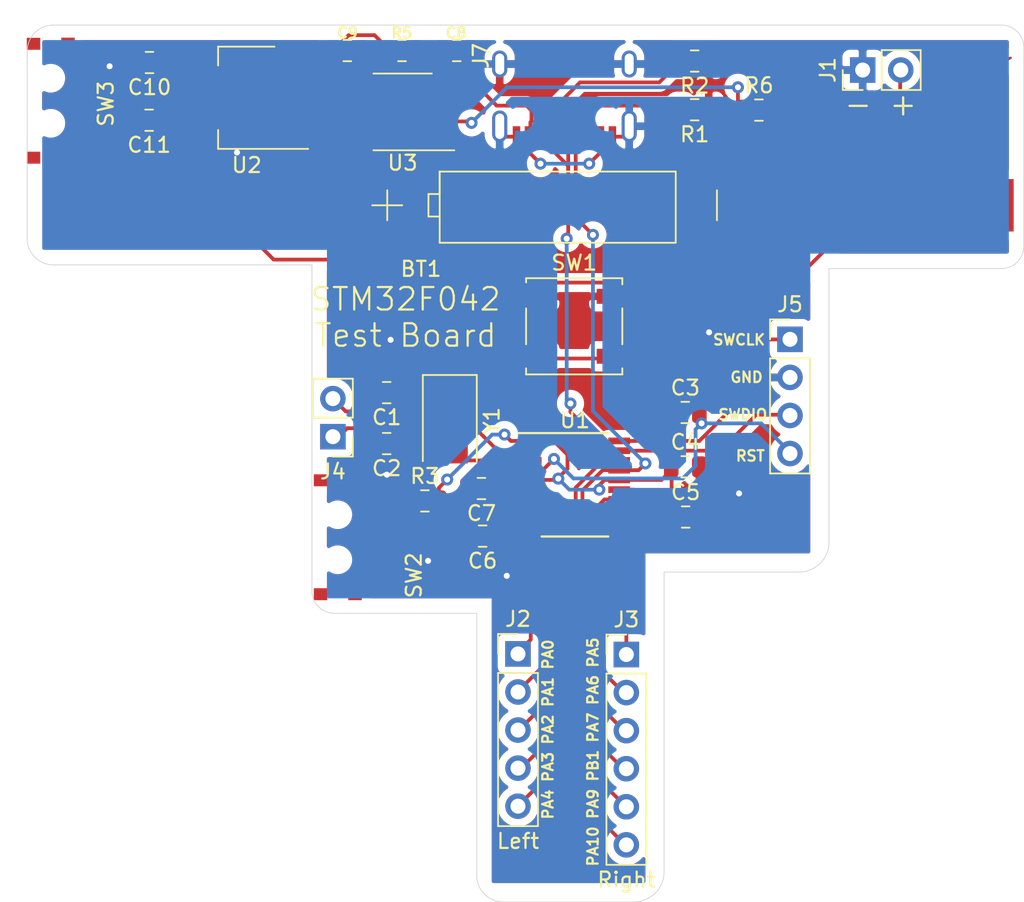
<source format=kicad_pcb>
(kicad_pcb (version 20171130) (host pcbnew 5.1.2)

  (general
    (thickness 1.6)
    (drawings 28)
    (tracks 242)
    (zones 0)
    (modules 31)
    (nets 33)
  )

  (page A4)
  (layers
    (0 F.Cu signal)
    (31 B.Cu signal)
    (32 B.Adhes user)
    (33 F.Adhes user)
    (34 B.Paste user)
    (35 F.Paste user)
    (36 B.SilkS user)
    (37 F.SilkS user)
    (38 B.Mask user)
    (39 F.Mask user)
    (40 Dwgs.User user)
    (41 Cmts.User user)
    (42 Eco1.User user)
    (43 Eco2.User user)
    (44 Edge.Cuts user)
    (45 Margin user)
    (46 B.CrtYd user)
    (47 F.CrtYd user)
    (48 B.Fab user)
    (49 F.Fab user)
  )

  (setup
    (last_trace_width 0.25)
    (trace_clearance 0.2)
    (zone_clearance 0.508)
    (zone_45_only no)
    (trace_min 0.2)
    (via_size 0.8)
    (via_drill 0.4)
    (via_min_size 0.4)
    (via_min_drill 0.3)
    (uvia_size 0.3)
    (uvia_drill 0.1)
    (uvias_allowed no)
    (uvia_min_size 0.2)
    (uvia_min_drill 0.1)
    (edge_width 0.05)
    (segment_width 0.2)
    (pcb_text_width 0.3)
    (pcb_text_size 1.5 1.5)
    (mod_edge_width 0.12)
    (mod_text_size 1 1)
    (mod_text_width 0.15)
    (pad_size 5.5 3.5)
    (pad_drill 0)
    (pad_to_mask_clearance 0.051)
    (solder_mask_min_width 0.25)
    (aux_axis_origin 0 0)
    (visible_elements FFFFFF7F)
    (pcbplotparams
      (layerselection 0x010fc_ffffffff)
      (usegerberextensions false)
      (usegerberattributes false)
      (usegerberadvancedattributes false)
      (creategerberjobfile false)
      (excludeedgelayer true)
      (linewidth 0.100000)
      (plotframeref false)
      (viasonmask false)
      (mode 1)
      (useauxorigin false)
      (hpglpennumber 1)
      (hpglpenspeed 20)
      (hpglpendiameter 15.000000)
      (psnegative false)
      (psa4output false)
      (plotreference true)
      (plotvalue true)
      (plotinvisibletext false)
      (padsonsilk false)
      (subtractmaskfromsilk false)
      (outputformat 1)
      (mirror false)
      (drillshape 0)
      (scaleselection 1)
      (outputdirectory "Gerber"))
  )

  (net 0 "")
  (net 1 VSS)
  (net 2 PF0)
  (net 3 PF1)
  (net 4 RST)
  (net 5 VCC)
  (net 6 BOOT0)
  (net 7 PA4)
  (net 8 PA3)
  (net 9 PA2)
  (net 10 PA1)
  (net 11 PA0)
  (net 12 PA5)
  (net 13 PA6)
  (net 14 PA7)
  (net 15 PB1)
  (net 16 SWDIO)
  (net 17 SWCLK)
  (net 18 +5V)
  (net 19 "Net-(C8-Pad1)")
  (net 20 VDDA)
  (net 21 "Net-(C11-Pad1)")
  (net 22 D-)
  (net 23 D+)
  (net 24 "Net-(J7-PadB5)")
  (net 25 "Net-(J7-PadA5)")
  (net 26 "Net-(J7-PadA8)")
  (net 27 "Net-(R3-Pad1)")
  (net 28 "Net-(R6-Pad1)")
  (net 29 "Net-(SW3-Pad3)")
  (net 30 Stat2)
  (net 31 Stat1)
  (net 32 "Net-(J7-PadB8)")

  (net_class Default "This is the default net class."
    (clearance 0.2)
    (trace_width 0.25)
    (via_dia 0.8)
    (via_drill 0.4)
    (uvia_dia 0.3)
    (uvia_drill 0.1)
    (add_net +5V)
    (add_net BOOT0)
    (add_net D+)
    (add_net D-)
    (add_net "Net-(C11-Pad1)")
    (add_net "Net-(C8-Pad1)")
    (add_net "Net-(J7-PadA5)")
    (add_net "Net-(J7-PadA8)")
    (add_net "Net-(J7-PadB5)")
    (add_net "Net-(J7-PadB8)")
    (add_net "Net-(R3-Pad1)")
    (add_net "Net-(R6-Pad1)")
    (add_net "Net-(SW3-Pad3)")
    (add_net PA0)
    (add_net PA1)
    (add_net PA2)
    (add_net PA3)
    (add_net PA4)
    (add_net PA5)
    (add_net PA6)
    (add_net PA7)
    (add_net PB1)
    (add_net PF0)
    (add_net PF1)
    (add_net RST)
    (add_net SWCLK)
    (add_net SWDIO)
    (add_net Stat1)
    (add_net Stat2)
    (add_net VCC)
    (add_net VDDA)
    (add_net VSS)
  )

  (module Tests:USB_C_Receptical-Jing (layer F.Cu) (tedit 5D127F18) (tstamp 5D1289D2)
    (at 159.1 42.5 180)
    (path /5D280865)
    (fp_text reference J7 (at 5.575 4.7 270) (layer F.SilkS)
      (effects (font (size 1 1) (thickness 0.15)))
    )
    (fp_text value USB_C_Receptacle (at -0.55 -7.65 180) (layer F.Fab)
      (effects (font (size 1 1) (thickness 0.15)))
    )
    (fp_line (start -4.325 6.75) (end 4.325 6.75) (layer F.Fab) (width 0.05))
    (fp_text user "PCB Edge" (at 0 6.275 180) (layer F.Fab)
      (effects (font (size 0.4 0.4) (thickness 0.1)))
    )
    (pad S1 thru_hole oval (at -4.32 0 180) (size 1 2.1) (drill oval 0.6 1.7) (layers *.Cu *.Mask)
      (net 1 VSS))
    (pad S1 thru_hole oval (at 4.32 0 180) (size 1 2.1) (drill oval 0.6 1.7) (layers *.Cu *.Mask)
      (net 1 VSS))
    (pad S1 thru_hole oval (at -4.32 4.15 180) (size 1 1.8) (drill oval 0.6 1.4) (layers *.Cu *.Mask)
      (net 1 VSS))
    (pad S1 thru_hole oval (at 4.32 4.15 180) (size 1 1.8) (drill oval 0.6 1.4) (layers *.Cu *.Mask)
      (net 1 VSS))
    (pad A7 smd rect (at 0.25 -0.7 180) (size 0.25 1.4) (layers F.Cu F.Paste F.Mask)
      (net 22 D-))
    (pad A6 smd rect (at -0.25 -0.7 180) (size 0.25 1.4) (layers F.Cu F.Paste F.Mask)
      (net 23 D+))
    (pad B7 smd rect (at -0.75 -0.7 180) (size 0.25 1.4) (layers F.Cu F.Paste F.Mask)
      (net 22 D-))
    (pad B6 smd rect (at 0.75 -0.7 180) (size 0.25 1.4) (layers F.Cu F.Paste F.Mask)
      (net 23 D+))
    (pad B8 smd rect (at 1.25 -0.7 180) (size 0.25 1.4) (layers F.Cu F.Paste F.Mask)
      (net 32 "Net-(J7-PadB8)"))
    (pad A5 smd rect (at -1.25 -0.7 180) (size 0.25 1.4) (layers F.Cu F.Paste F.Mask)
      (net 25 "Net-(J7-PadA5)"))
    (pad B5 smd rect (at 1.75 -0.7 180) (size 0.25 1.4) (layers F.Cu F.Paste F.Mask)
      (net 24 "Net-(J7-PadB5)"))
    (pad A8 smd rect (at -1.75 -0.7 180) (size 0.25 1.4) (layers F.Cu F.Paste F.Mask)
      (net 26 "Net-(J7-PadA8)"))
    (pad A1 smd rect (at -3.325 -0.7 180) (size 0.25 1.4) (layers F.Cu F.Paste F.Mask)
      (net 1 VSS))
    (pad B12 smd rect (at -3.075 -0.7 180) (size 0.25 1.4) (layers F.Cu F.Paste F.Mask)
      (net 1 VSS))
    (pad A4 smd rect (at -2.525 -0.7 180) (size 0.25 1.4) (layers F.Cu F.Paste F.Mask)
      (net 18 +5V))
    (pad B9 smd rect (at -2.275 -0.7 180) (size 0.25 1.4) (layers F.Cu F.Paste F.Mask)
      (net 18 +5V))
    (pad B4 smd rect (at 2.275 -0.7 180) (size 0.25 1.4) (layers F.Cu F.Paste F.Mask)
      (net 18 +5V))
    (pad A9 smd rect (at 2.525 -0.7 180) (size 0.25 1.4) (layers F.Cu F.Paste F.Mask)
      (net 18 +5V))
    (pad B1 smd rect (at 3.075 -0.7 180) (size 0.25 1.4) (layers F.Cu F.Paste F.Mask)
      (net 1 VSS))
    (pad A12 smd rect (at 3.325 -0.7 180) (size 0.25 1.4) (layers F.Cu F.Paste F.Mask)
      (net 1 VSS))
    (pad "" np_thru_hole circle (at 2.89 0.5 180) (size 0.65 0.65) (drill 0.65) (layers *.Cu *.Mask))
    (pad "" np_thru_hole circle (at -2.89 0.5 180) (size 0.65 0.65) (drill 0.65) (layers *.Cu *.Mask))
  )

  (module NFCBuisness:W (layer F.Cu) (tedit 0) (tstamp 5CD1142D)
    (at 186.5 40)
    (fp_text reference Ref** (at 0 0) (layer F.SilkS) hide
      (effects (font (size 1.27 1.27) (thickness 0.15)))
    )
    (fp_text value Val** (at 0 0) (layer F.SilkS) hide
      (effects (font (size 1.27 1.27) (thickness 0.15)))
    )
    (fp_poly (pts (xy -1.630587 -2.420899) (xy -1.447524 -2.328559) (xy -1.311592 -2.194757) (xy -1.304211 -2.183555)
      (xy -1.265704 -2.11344) (xy -1.244213 -2.038839) (xy -1.23774 -1.938094) (xy -1.244287 -1.789546)
      (xy -1.255088 -1.651) (xy -1.268682 -1.442824) (xy -1.279873 -1.184894) (xy -1.287394 -0.912114)
      (xy -1.289962 -0.690936) (xy -1.289221 -0.458958) (xy -1.284387 -0.294975) (xy -1.273305 -0.182336)
      (xy -1.25382 -0.10439) (xy -1.223775 -0.044488) (xy -1.202268 -0.013603) (xy -1.116398 0.071274)
      (xy -1.002822 0.111004) (xy -0.929984 0.119227) (xy -0.68211 0.100096) (xy -0.454281 0.00289)
      (xy -0.240656 -0.175182) (xy -0.185776 -0.236175) (xy -0.081108 -0.349759) (xy 0.009066 -0.431822)
      (xy 0.066141 -0.465547) (xy 0.068112 -0.465666) (xy 0.123755 -0.432548) (xy 0.197182 -0.348904)
      (xy 0.229505 -0.301607) (xy 0.376869 -0.110873) (xy 0.526913 0.003226) (xy 0.674284 0.03902)
      (xy 0.813631 -0.005163) (xy 0.907971 -0.089777) (xy 0.988653 -0.198585) (xy 1.058934 -0.326542)
      (xy 1.126082 -0.490779) (xy 1.197364 -0.708426) (xy 1.255985 -0.910166) (xy 1.31545 -1.12099)
      (xy 1.377683 -1.340443) (xy 1.431333 -1.528529) (xy 1.442246 -1.566558) (xy 1.521416 -1.84195)
      (xy 1.949565 -2.005418) (xy 2.167567 -2.084028) (xy 2.315998 -2.126297) (xy 2.401001 -2.133773)
      (xy 2.422145 -2.124455) (xy 2.452677 -2.065526) (xy 2.41974 -2.005855) (xy 2.317286 -1.940366)
      (xy 2.13927 -1.863979) (xy 2.089887 -1.8454) (xy 1.930263 -1.78316) (xy 1.799296 -1.726134)
      (xy 1.71927 -1.684217) (xy 1.708527 -1.676067) (xy 1.680315 -1.619963) (xy 1.636526 -1.498254)
      (xy 1.582553 -1.327363) (xy 1.52379 -1.123712) (xy 1.507251 -1.063196) (xy 1.396737 -0.68139)
      (xy 1.290651 -0.376432) (xy 1.184846 -0.140938) (xy 1.075173 0.032475) (xy 0.957485 0.15119)
      (xy 0.827635 0.222591) (xy 0.776069 0.238398) (xy 0.602379 0.241191) (xy 0.418574 0.174646)
      (xy 0.246259 0.047924) (xy 0.192569 -0.009056) (xy 0.041511 -0.185533) (xy -0.128458 -0.008645)
      (xy -0.312966 0.157866) (xy -0.496288 0.260737) (xy -0.709082 0.314778) (xy -0.823587 0.327186)
      (xy -0.981029 0.333485) (xy -1.090094 0.317957) (xy -1.185756 0.27362) (xy -1.227666 0.246552)
      (xy -1.355913 0.118677) (xy -1.447302 -0.068507) (xy -1.502345 -0.318683) (xy -1.521551 -0.635539)
      (xy -1.505431 -1.022758) (xy -1.460818 -1.436924) (xy -1.432055 -1.688127) (xy -1.424811 -1.871541)
      (xy -1.442863 -2.002167) (xy -1.489991 -2.095003) (xy -1.569973 -2.165049) (xy -1.656298 -2.212878)
      (xy -1.801342 -2.257899) (xy -1.939703 -2.239415) (xy -2.087459 -2.15265) (xy -2.203421 -2.05035)
      (xy -2.298884 -1.96489) (xy -2.361491 -1.934189) (xy -2.413708 -1.94891) (xy -2.426473 -1.957639)
      (xy -2.473927 -2.002339) (xy -2.467648 -2.051331) (xy -2.429475 -2.110518) (xy -2.32004 -2.223928)
      (xy -2.167499 -2.330713) (xy -2.002595 -2.413218) (xy -1.856072 -2.453788) (xy -1.829026 -2.455333)
      (xy -1.630587 -2.420899)) (layer F.Cu) (width 0.01))
  )

  (module Connector_PinHeader_2.54mm:PinHeader_1x05_P2.54mm_Vertical (layer F.Cu) (tedit 59FED5CC) (tstamp 5CD10C9C)
    (at 156 77.71)
    (descr "Through hole straight pin header, 1x05, 2.54mm pitch, single row")
    (tags "Through hole pin header THT 1x05 2.54mm single row")
    (path /5CD35A96)
    (fp_text reference J2 (at 0 -2.33) (layer F.SilkS)
      (effects (font (size 1 1) (thickness 0.15)))
    )
    (fp_text value Left (at 0 12.49) (layer F.SilkS)
      (effects (font (size 1 1) (thickness 0.15)))
    )
    (fp_line (start -0.635 -1.27) (end 1.27 -1.27) (layer F.Fab) (width 0.1))
    (fp_line (start 1.27 -1.27) (end 1.27 11.43) (layer F.Fab) (width 0.1))
    (fp_line (start 1.27 11.43) (end -1.27 11.43) (layer F.Fab) (width 0.1))
    (fp_line (start -1.27 11.43) (end -1.27 -0.635) (layer F.Fab) (width 0.1))
    (fp_line (start -1.27 -0.635) (end -0.635 -1.27) (layer F.Fab) (width 0.1))
    (fp_line (start -1.33 11.49) (end 1.33 11.49) (layer F.SilkS) (width 0.12))
    (fp_line (start -1.33 1.27) (end -1.33 11.49) (layer F.SilkS) (width 0.12))
    (fp_line (start 1.33 1.27) (end 1.33 11.49) (layer F.SilkS) (width 0.12))
    (fp_line (start -1.33 1.27) (end 1.33 1.27) (layer F.SilkS) (width 0.12))
    (fp_line (start -1.33 0) (end -1.33 -1.33) (layer F.SilkS) (width 0.12))
    (fp_line (start -1.33 -1.33) (end 0 -1.33) (layer F.SilkS) (width 0.12))
    (fp_line (start -1.8 -1.8) (end -1.8 11.95) (layer F.CrtYd) (width 0.05))
    (fp_line (start -1.8 11.95) (end 1.8 11.95) (layer F.CrtYd) (width 0.05))
    (fp_line (start 1.8 11.95) (end 1.8 -1.8) (layer F.CrtYd) (width 0.05))
    (fp_line (start 1.8 -1.8) (end -1.8 -1.8) (layer F.CrtYd) (width 0.05))
    (fp_text user %R (at 0 5.08 90) (layer F.Fab)
      (effects (font (size 1 1) (thickness 0.15)))
    )
    (pad 1 thru_hole rect (at 0 0) (size 1.7 1.7) (drill 1) (layers *.Cu *.Mask)
      (net 7 PA4))
    (pad 2 thru_hole oval (at 0 2.54) (size 1.7 1.7) (drill 1) (layers *.Cu *.Mask)
      (net 8 PA3))
    (pad 3 thru_hole oval (at 0 5.08) (size 1.7 1.7) (drill 1) (layers *.Cu *.Mask)
      (net 9 PA2))
    (pad 4 thru_hole oval (at 0 7.62) (size 1.7 1.7) (drill 1) (layers *.Cu *.Mask)
      (net 10 PA1))
    (pad 5 thru_hole oval (at 0 10.16) (size 1.7 1.7) (drill 1) (layers *.Cu *.Mask)
      (net 11 PA0))
    (model ${KISYS3DMOD}/Connector_PinHeader_2.54mm.3dshapes/PinHeader_1x05_P2.54mm_Vertical.wrl
      (at (xyz 0 0 0))
      (scale (xyz 1 1 1))
      (rotate (xyz 0 0 0))
    )
  )

  (module Connector_PinHeader_2.54mm:PinHeader_1x06_P2.54mm_Vertical (layer F.Cu) (tedit 59FED5CC) (tstamp 5CD10476)
    (at 163.23 77.75)
    (descr "Through hole straight pin header, 1x06, 2.54mm pitch, single row")
    (tags "Through hole pin header THT 1x06 2.54mm single row")
    (path /5CD3FA78)
    (fp_text reference J3 (at 0 -2.33) (layer F.SilkS)
      (effects (font (size 1 1) (thickness 0.15)))
    )
    (fp_text value Right (at 0 15.03) (layer F.SilkS)
      (effects (font (size 1 1) (thickness 0.15)))
    )
    (fp_line (start -0.635 -1.27) (end 1.27 -1.27) (layer F.Fab) (width 0.1))
    (fp_line (start 1.27 -1.27) (end 1.27 13.97) (layer F.Fab) (width 0.1))
    (fp_line (start 1.27 13.97) (end -1.27 13.97) (layer F.Fab) (width 0.1))
    (fp_line (start -1.27 13.97) (end -1.27 -0.635) (layer F.Fab) (width 0.1))
    (fp_line (start -1.27 -0.635) (end -0.635 -1.27) (layer F.Fab) (width 0.1))
    (fp_line (start -1.33 14.03) (end 1.33 14.03) (layer F.SilkS) (width 0.12))
    (fp_line (start -1.33 1.27) (end -1.33 14.03) (layer F.SilkS) (width 0.12))
    (fp_line (start 1.33 1.27) (end 1.33 14.03) (layer F.SilkS) (width 0.12))
    (fp_line (start -1.33 1.27) (end 1.33 1.27) (layer F.SilkS) (width 0.12))
    (fp_line (start -1.33 0) (end -1.33 -1.33) (layer F.SilkS) (width 0.12))
    (fp_line (start -1.33 -1.33) (end 0 -1.33) (layer F.SilkS) (width 0.12))
    (fp_line (start -1.8 -1.8) (end -1.8 14.5) (layer F.CrtYd) (width 0.05))
    (fp_line (start -1.8 14.5) (end 1.8 14.5) (layer F.CrtYd) (width 0.05))
    (fp_line (start 1.8 14.5) (end 1.8 -1.8) (layer F.CrtYd) (width 0.05))
    (fp_line (start 1.8 -1.8) (end -1.8 -1.8) (layer F.CrtYd) (width 0.05))
    (fp_text user %R (at 0 6.35 90) (layer F.Fab)
      (effects (font (size 1 1) (thickness 0.15)))
    )
    (pad 1 thru_hole rect (at 0 0) (size 1.7 1.7) (drill 1) (layers *.Cu *.Mask)
      (net 12 PA5))
    (pad 2 thru_hole oval (at 0 2.54) (size 1.7 1.7) (drill 1) (layers *.Cu *.Mask)
      (net 13 PA6))
    (pad 3 thru_hole oval (at 0 5.08) (size 1.7 1.7) (drill 1) (layers *.Cu *.Mask)
      (net 14 PA7))
    (pad 4 thru_hole oval (at 0 7.62) (size 1.7 1.7) (drill 1) (layers *.Cu *.Mask)
      (net 15 PB1))
    (pad 5 thru_hole oval (at 0 10.16) (size 1.7 1.7) (drill 1) (layers *.Cu *.Mask)
      (net 22 D-))
    (pad 6 thru_hole oval (at 0 12.7) (size 1.7 1.7) (drill 1) (layers *.Cu *.Mask)
      (net 23 D+))
    (model ${KISYS3DMOD}/Connector_PinHeader_2.54mm.3dshapes/PinHeader_1x06_P2.54mm_Vertical.wrl
      (at (xyz 0 0 0))
      (scale (xyz 1 1 1))
      (rotate (xyz 0 0 0))
    )
  )

  (module Tests:Dongguan14500 (layer F.Cu) (tedit 5D12C0A4) (tstamp 5D1288B5)
    (at 158.025 47.775)
    (path /5AD687D0)
    (fp_text reference BT1 (at -8.5 4.25) (layer F.SilkS)
      (effects (font (size 1 1) (thickness 0.15)))
    )
    (fp_text value Battery_Cell (at -0.375 -5.5) (layer F.Fab)
      (effects (font (size 1 1) (thickness 0.15)))
    )
    (fp_line (start -7.25 -2.25) (end 8.5 -2.25) (layer F.SilkS) (width 0.12))
    (fp_line (start 8.5 -2.25) (end 8.5 2.5) (layer F.SilkS) (width 0.12))
    (fp_line (start 8.5 2.5) (end -7.25 2.5) (layer F.SilkS) (width 0.12))
    (fp_line (start -7.25 2.5) (end -7.25 -2.25) (layer F.SilkS) (width 0.12))
    (fp_line (start -7.25 -2.25) (end -7.25 -0.75) (layer F.SilkS) (width 0.12))
    (fp_line (start -7.25 -0.75) (end -8 -0.75) (layer F.SilkS) (width 0.12))
    (fp_line (start -8 -0.75) (end -8 0.75) (layer F.SilkS) (width 0.12))
    (fp_line (start -8 0.75) (end -7.25 0.75) (layer F.SilkS) (width 0.12))
    (fp_line (start -10.75 -1) (end -10.75 1) (layer F.SilkS) (width 0.12))
    (fp_line (start -11.75 0) (end -9.75 0) (layer F.SilkS) (width 0.12))
    (fp_line (start 11.25 -1) (end 11.25 1) (layer F.SilkS) (width 0.12))
    (pad 1 smd rect (at -28.3 0) (size 5.5 3.5) (layers F.Cu F.Paste F.Mask))
    (pad 2 smd rect (at 28.3 0) (size 5.5 3.5) (layers F.Cu F.Paste F.Mask)
      (net 1 VSS))
    (pad 1 smd rect (at -15.125 0.025) (size 4.5 5.5) (layers F.Cu F.Paste F.Mask)
      (net 20 VDDA))
    (pad 2 smd rect (at 15.175 0.025) (size 4.5 5.5) (layers F.Cu F.Paste F.Mask)
      (net 1 VSS))
  )

  (module Capacitor_SMD:C_0805_2012Metric (layer F.Cu) (tedit 5B36C52B) (tstamp 5D1288C6)
    (at 147.2375 60.275 180)
    (descr "Capacitor SMD 0805 (2012 Metric), square (rectangular) end terminal, IPC_7351 nominal, (Body size source: https://docs.google.com/spreadsheets/d/1BsfQQcO9C6DZCsRaXUlFlo91Tg2WpOkGARC1WS5S8t0/edit?usp=sharing), generated with kicad-footprint-generator")
    (tags capacitor)
    (path /5CD2AF89)
    (attr smd)
    (fp_text reference C1 (at 0 -1.65) (layer F.SilkS)
      (effects (font (size 1 1) (thickness 0.15)))
    )
    (fp_text value 20pF (at 0 1.65) (layer F.Fab)
      (effects (font (size 1 1) (thickness 0.15)))
    )
    (fp_line (start -1 0.6) (end -1 -0.6) (layer F.Fab) (width 0.1))
    (fp_line (start -1 -0.6) (end 1 -0.6) (layer F.Fab) (width 0.1))
    (fp_line (start 1 -0.6) (end 1 0.6) (layer F.Fab) (width 0.1))
    (fp_line (start 1 0.6) (end -1 0.6) (layer F.Fab) (width 0.1))
    (fp_line (start -0.258578 -0.71) (end 0.258578 -0.71) (layer F.SilkS) (width 0.12))
    (fp_line (start -0.258578 0.71) (end 0.258578 0.71) (layer F.SilkS) (width 0.12))
    (fp_line (start -1.68 0.95) (end -1.68 -0.95) (layer F.CrtYd) (width 0.05))
    (fp_line (start -1.68 -0.95) (end 1.68 -0.95) (layer F.CrtYd) (width 0.05))
    (fp_line (start 1.68 -0.95) (end 1.68 0.95) (layer F.CrtYd) (width 0.05))
    (fp_line (start 1.68 0.95) (end -1.68 0.95) (layer F.CrtYd) (width 0.05))
    (fp_text user %R (at 0 0) (layer F.Fab)
      (effects (font (size 0.5 0.5) (thickness 0.08)))
    )
    (pad 1 smd roundrect (at -0.9375 0 180) (size 0.975 1.4) (layers F.Cu F.Paste F.Mask) (roundrect_rratio 0.25)
      (net 2 PF0))
    (pad 2 smd roundrect (at 0.9375 0 180) (size 0.975 1.4) (layers F.Cu F.Paste F.Mask) (roundrect_rratio 0.25)
      (net 1 VSS))
    (model ${KISYS3DMOD}/Capacitor_SMD.3dshapes/C_0805_2012Metric.wrl
      (at (xyz 0 0 0))
      (scale (xyz 1 1 1))
      (rotate (xyz 0 0 0))
    )
  )

  (module Capacitor_SMD:C_0805_2012Metric (layer F.Cu) (tedit 5B36C52B) (tstamp 5D1288D7)
    (at 147.2375 63.675 180)
    (descr "Capacitor SMD 0805 (2012 Metric), square (rectangular) end terminal, IPC_7351 nominal, (Body size source: https://docs.google.com/spreadsheets/d/1BsfQQcO9C6DZCsRaXUlFlo91Tg2WpOkGARC1WS5S8t0/edit?usp=sharing), generated with kicad-footprint-generator")
    (tags capacitor)
    (path /5CD2B13B)
    (attr smd)
    (fp_text reference C2 (at 0 -1.65) (layer F.SilkS)
      (effects (font (size 1 1) (thickness 0.15)))
    )
    (fp_text value 20pF (at 0 1.65) (layer F.Fab)
      (effects (font (size 1 1) (thickness 0.15)))
    )
    (fp_text user %R (at 0 0) (layer F.Fab)
      (effects (font (size 0.5 0.5) (thickness 0.08)))
    )
    (fp_line (start 1.68 0.95) (end -1.68 0.95) (layer F.CrtYd) (width 0.05))
    (fp_line (start 1.68 -0.95) (end 1.68 0.95) (layer F.CrtYd) (width 0.05))
    (fp_line (start -1.68 -0.95) (end 1.68 -0.95) (layer F.CrtYd) (width 0.05))
    (fp_line (start -1.68 0.95) (end -1.68 -0.95) (layer F.CrtYd) (width 0.05))
    (fp_line (start -0.258578 0.71) (end 0.258578 0.71) (layer F.SilkS) (width 0.12))
    (fp_line (start -0.258578 -0.71) (end 0.258578 -0.71) (layer F.SilkS) (width 0.12))
    (fp_line (start 1 0.6) (end -1 0.6) (layer F.Fab) (width 0.1))
    (fp_line (start 1 -0.6) (end 1 0.6) (layer F.Fab) (width 0.1))
    (fp_line (start -1 -0.6) (end 1 -0.6) (layer F.Fab) (width 0.1))
    (fp_line (start -1 0.6) (end -1 -0.6) (layer F.Fab) (width 0.1))
    (pad 2 smd roundrect (at 0.9375 0 180) (size 0.975 1.4) (layers F.Cu F.Paste F.Mask) (roundrect_rratio 0.25)
      (net 1 VSS))
    (pad 1 smd roundrect (at -0.9375 0 180) (size 0.975 1.4) (layers F.Cu F.Paste F.Mask) (roundrect_rratio 0.25)
      (net 3 PF1))
    (model ${KISYS3DMOD}/Capacitor_SMD.3dshapes/C_0805_2012Metric.wrl
      (at (xyz 0 0 0))
      (scale (xyz 1 1 1))
      (rotate (xyz 0 0 0))
    )
  )

  (module Capacitor_SMD:C_0805_2012Metric (layer F.Cu) (tedit 5B36C52B) (tstamp 5D1288E8)
    (at 167.1625 61.6)
    (descr "Capacitor SMD 0805 (2012 Metric), square (rectangular) end terminal, IPC_7351 nominal, (Body size source: https://docs.google.com/spreadsheets/d/1BsfQQcO9C6DZCsRaXUlFlo91Tg2WpOkGARC1WS5S8t0/edit?usp=sharing), generated with kicad-footprint-generator")
    (tags capacitor)
    (path /5CD23C68)
    (attr smd)
    (fp_text reference C3 (at 0 -1.65) (layer F.SilkS)
      (effects (font (size 1 1) (thickness 0.15)))
    )
    (fp_text value 100nF (at 0 1.65) (layer F.Fab)
      (effects (font (size 1 1) (thickness 0.15)))
    )
    (fp_text user %R (at 0 0) (layer F.Fab)
      (effects (font (size 0.5 0.5) (thickness 0.08)))
    )
    (fp_line (start 1.68 0.95) (end -1.68 0.95) (layer F.CrtYd) (width 0.05))
    (fp_line (start 1.68 -0.95) (end 1.68 0.95) (layer F.CrtYd) (width 0.05))
    (fp_line (start -1.68 -0.95) (end 1.68 -0.95) (layer F.CrtYd) (width 0.05))
    (fp_line (start -1.68 0.95) (end -1.68 -0.95) (layer F.CrtYd) (width 0.05))
    (fp_line (start -0.258578 0.71) (end 0.258578 0.71) (layer F.SilkS) (width 0.12))
    (fp_line (start -0.258578 -0.71) (end 0.258578 -0.71) (layer F.SilkS) (width 0.12))
    (fp_line (start 1 0.6) (end -1 0.6) (layer F.Fab) (width 0.1))
    (fp_line (start 1 -0.6) (end 1 0.6) (layer F.Fab) (width 0.1))
    (fp_line (start -1 -0.6) (end 1 -0.6) (layer F.Fab) (width 0.1))
    (fp_line (start -1 0.6) (end -1 -0.6) (layer F.Fab) (width 0.1))
    (pad 2 smd roundrect (at 0.9375 0) (size 0.975 1.4) (layers F.Cu F.Paste F.Mask) (roundrect_rratio 0.25)
      (net 4 RST))
    (pad 1 smd roundrect (at -0.9375 0) (size 0.975 1.4) (layers F.Cu F.Paste F.Mask) (roundrect_rratio 0.25)
      (net 1 VSS))
    (model ${KISYS3DMOD}/Capacitor_SMD.3dshapes/C_0805_2012Metric.wrl
      (at (xyz 0 0 0))
      (scale (xyz 1 1 1))
      (rotate (xyz 0 0 0))
    )
  )

  (module Capacitor_SMD:C_0805_2012Metric (layer F.Cu) (tedit 5B36C52B) (tstamp 5D1288F9)
    (at 167.1625 65.225)
    (descr "Capacitor SMD 0805 (2012 Metric), square (rectangular) end terminal, IPC_7351 nominal, (Body size source: https://docs.google.com/spreadsheets/d/1BsfQQcO9C6DZCsRaXUlFlo91Tg2WpOkGARC1WS5S8t0/edit?usp=sharing), generated with kicad-footprint-generator")
    (tags capacitor)
    (path /5CD21E9E)
    (attr smd)
    (fp_text reference C4 (at 0 -1.65) (layer F.SilkS)
      (effects (font (size 1 1) (thickness 0.15)))
    )
    (fp_text value 4.7uF (at 0 1.65) (layer F.Fab)
      (effects (font (size 1 1) (thickness 0.15)))
    )
    (fp_line (start -1 0.6) (end -1 -0.6) (layer F.Fab) (width 0.1))
    (fp_line (start -1 -0.6) (end 1 -0.6) (layer F.Fab) (width 0.1))
    (fp_line (start 1 -0.6) (end 1 0.6) (layer F.Fab) (width 0.1))
    (fp_line (start 1 0.6) (end -1 0.6) (layer F.Fab) (width 0.1))
    (fp_line (start -0.258578 -0.71) (end 0.258578 -0.71) (layer F.SilkS) (width 0.12))
    (fp_line (start -0.258578 0.71) (end 0.258578 0.71) (layer F.SilkS) (width 0.12))
    (fp_line (start -1.68 0.95) (end -1.68 -0.95) (layer F.CrtYd) (width 0.05))
    (fp_line (start -1.68 -0.95) (end 1.68 -0.95) (layer F.CrtYd) (width 0.05))
    (fp_line (start 1.68 -0.95) (end 1.68 0.95) (layer F.CrtYd) (width 0.05))
    (fp_line (start 1.68 0.95) (end -1.68 0.95) (layer F.CrtYd) (width 0.05))
    (fp_text user %R (at 0 0) (layer F.Fab)
      (effects (font (size 0.5 0.5) (thickness 0.08)))
    )
    (pad 1 smd roundrect (at -0.9375 0) (size 0.975 1.4) (layers F.Cu F.Paste F.Mask) (roundrect_rratio 0.25)
      (net 5 VCC))
    (pad 2 smd roundrect (at 0.9375 0) (size 0.975 1.4) (layers F.Cu F.Paste F.Mask) (roundrect_rratio 0.25)
      (net 1 VSS))
    (model ${KISYS3DMOD}/Capacitor_SMD.3dshapes/C_0805_2012Metric.wrl
      (at (xyz 0 0 0))
      (scale (xyz 1 1 1))
      (rotate (xyz 0 0 0))
    )
  )

  (module Capacitor_SMD:C_0805_2012Metric (layer F.Cu) (tedit 5B36C52B) (tstamp 5D12890A)
    (at 167.1875 68.575)
    (descr "Capacitor SMD 0805 (2012 Metric), square (rectangular) end terminal, IPC_7351 nominal, (Body size source: https://docs.google.com/spreadsheets/d/1BsfQQcO9C6DZCsRaXUlFlo91Tg2WpOkGARC1WS5S8t0/edit?usp=sharing), generated with kicad-footprint-generator")
    (tags capacitor)
    (path /5CD21ABB)
    (attr smd)
    (fp_text reference C5 (at 0 -1.65) (layer F.SilkS)
      (effects (font (size 1 1) (thickness 0.15)))
    )
    (fp_text value 100nF (at 0 1.65) (layer F.Fab)
      (effects (font (size 1 1) (thickness 0.15)))
    )
    (fp_line (start -1 0.6) (end -1 -0.6) (layer F.Fab) (width 0.1))
    (fp_line (start -1 -0.6) (end 1 -0.6) (layer F.Fab) (width 0.1))
    (fp_line (start 1 -0.6) (end 1 0.6) (layer F.Fab) (width 0.1))
    (fp_line (start 1 0.6) (end -1 0.6) (layer F.Fab) (width 0.1))
    (fp_line (start -0.258578 -0.71) (end 0.258578 -0.71) (layer F.SilkS) (width 0.12))
    (fp_line (start -0.258578 0.71) (end 0.258578 0.71) (layer F.SilkS) (width 0.12))
    (fp_line (start -1.68 0.95) (end -1.68 -0.95) (layer F.CrtYd) (width 0.05))
    (fp_line (start -1.68 -0.95) (end 1.68 -0.95) (layer F.CrtYd) (width 0.05))
    (fp_line (start 1.68 -0.95) (end 1.68 0.95) (layer F.CrtYd) (width 0.05))
    (fp_line (start 1.68 0.95) (end -1.68 0.95) (layer F.CrtYd) (width 0.05))
    (fp_text user %R (at 0 0) (layer F.Fab)
      (effects (font (size 0.5 0.5) (thickness 0.08)))
    )
    (pad 1 smd roundrect (at -0.9375 0) (size 0.975 1.4) (layers F.Cu F.Paste F.Mask) (roundrect_rratio 0.25)
      (net 5 VCC))
    (pad 2 smd roundrect (at 0.9375 0) (size 0.975 1.4) (layers F.Cu F.Paste F.Mask) (roundrect_rratio 0.25)
      (net 1 VSS))
    (model ${KISYS3DMOD}/Capacitor_SMD.3dshapes/C_0805_2012Metric.wrl
      (at (xyz 0 0 0))
      (scale (xyz 1 1 1))
      (rotate (xyz 0 0 0))
    )
  )

  (module Capacitor_SMD:C_0805_2012Metric (layer F.Cu) (tedit 5B36C52B) (tstamp 5D12891B)
    (at 153.6375 69.85 180)
    (descr "Capacitor SMD 0805 (2012 Metric), square (rectangular) end terminal, IPC_7351 nominal, (Body size source: https://docs.google.com/spreadsheets/d/1BsfQQcO9C6DZCsRaXUlFlo91Tg2WpOkGARC1WS5S8t0/edit?usp=sharing), generated with kicad-footprint-generator")
    (tags capacitor)
    (path /5CD22406)
    (attr smd)
    (fp_text reference C6 (at 0 -1.65) (layer F.SilkS)
      (effects (font (size 1 1) (thickness 0.15)))
    )
    (fp_text value 1uF (at 0 1.65) (layer F.Fab)
      (effects (font (size 1 1) (thickness 0.15)))
    )
    (fp_line (start -1 0.6) (end -1 -0.6) (layer F.Fab) (width 0.1))
    (fp_line (start -1 -0.6) (end 1 -0.6) (layer F.Fab) (width 0.1))
    (fp_line (start 1 -0.6) (end 1 0.6) (layer F.Fab) (width 0.1))
    (fp_line (start 1 0.6) (end -1 0.6) (layer F.Fab) (width 0.1))
    (fp_line (start -0.258578 -0.71) (end 0.258578 -0.71) (layer F.SilkS) (width 0.12))
    (fp_line (start -0.258578 0.71) (end 0.258578 0.71) (layer F.SilkS) (width 0.12))
    (fp_line (start -1.68 0.95) (end -1.68 -0.95) (layer F.CrtYd) (width 0.05))
    (fp_line (start -1.68 -0.95) (end 1.68 -0.95) (layer F.CrtYd) (width 0.05))
    (fp_line (start 1.68 -0.95) (end 1.68 0.95) (layer F.CrtYd) (width 0.05))
    (fp_line (start 1.68 0.95) (end -1.68 0.95) (layer F.CrtYd) (width 0.05))
    (fp_text user %R (at 0 0) (layer F.Fab)
      (effects (font (size 0.5 0.5) (thickness 0.08)))
    )
    (pad 1 smd roundrect (at -0.9375 0 180) (size 0.975 1.4) (layers F.Cu F.Paste F.Mask) (roundrect_rratio 0.25)
      (net 5 VCC))
    (pad 2 smd roundrect (at 0.9375 0 180) (size 0.975 1.4) (layers F.Cu F.Paste F.Mask) (roundrect_rratio 0.25)
      (net 1 VSS))
    (model ${KISYS3DMOD}/Capacitor_SMD.3dshapes/C_0805_2012Metric.wrl
      (at (xyz 0 0 0))
      (scale (xyz 1 1 1))
      (rotate (xyz 0 0 0))
    )
  )

  (module Capacitor_SMD:C_0805_2012Metric (layer F.Cu) (tedit 5B36C52B) (tstamp 5D12892C)
    (at 153.5625 66.675 180)
    (descr "Capacitor SMD 0805 (2012 Metric), square (rectangular) end terminal, IPC_7351 nominal, (Body size source: https://docs.google.com/spreadsheets/d/1BsfQQcO9C6DZCsRaXUlFlo91Tg2WpOkGARC1WS5S8t0/edit?usp=sharing), generated with kicad-footprint-generator")
    (tags capacitor)
    (path /5CD22026)
    (attr smd)
    (fp_text reference C7 (at 0 -1.65) (layer F.SilkS)
      (effects (font (size 1 1) (thickness 0.15)))
    )
    (fp_text value 10nF (at 0 1.65) (layer F.Fab)
      (effects (font (size 1 1) (thickness 0.15)))
    )
    (fp_text user %R (at 0 0) (layer F.Fab)
      (effects (font (size 0.5 0.5) (thickness 0.08)))
    )
    (fp_line (start 1.68 0.95) (end -1.68 0.95) (layer F.CrtYd) (width 0.05))
    (fp_line (start 1.68 -0.95) (end 1.68 0.95) (layer F.CrtYd) (width 0.05))
    (fp_line (start -1.68 -0.95) (end 1.68 -0.95) (layer F.CrtYd) (width 0.05))
    (fp_line (start -1.68 0.95) (end -1.68 -0.95) (layer F.CrtYd) (width 0.05))
    (fp_line (start -0.258578 0.71) (end 0.258578 0.71) (layer F.SilkS) (width 0.12))
    (fp_line (start -0.258578 -0.71) (end 0.258578 -0.71) (layer F.SilkS) (width 0.12))
    (fp_line (start 1 0.6) (end -1 0.6) (layer F.Fab) (width 0.1))
    (fp_line (start 1 -0.6) (end 1 0.6) (layer F.Fab) (width 0.1))
    (fp_line (start -1 -0.6) (end 1 -0.6) (layer F.Fab) (width 0.1))
    (fp_line (start -1 0.6) (end -1 -0.6) (layer F.Fab) (width 0.1))
    (pad 2 smd roundrect (at 0.9375 0 180) (size 0.975 1.4) (layers F.Cu F.Paste F.Mask) (roundrect_rratio 0.25)
      (net 1 VSS))
    (pad 1 smd roundrect (at -0.9375 0 180) (size 0.975 1.4) (layers F.Cu F.Paste F.Mask) (roundrect_rratio 0.25)
      (net 5 VCC))
    (model ${KISYS3DMOD}/Capacitor_SMD.3dshapes/C_0805_2012Metric.wrl
      (at (xyz 0 0 0))
      (scale (xyz 1 1 1))
      (rotate (xyz 0 0 0))
    )
  )

  (module Capacitor_SMD:C_0805_2012Metric (layer F.Cu) (tedit 5B36C52B) (tstamp 5D12893D)
    (at 151.9125 37.45)
    (descr "Capacitor SMD 0805 (2012 Metric), square (rectangular) end terminal, IPC_7351 nominal, (Body size source: https://docs.google.com/spreadsheets/d/1BsfQQcO9C6DZCsRaXUlFlo91Tg2WpOkGARC1WS5S8t0/edit?usp=sharing), generated with kicad-footprint-generator")
    (tags capacitor)
    (path /5C344660)
    (attr smd)
    (fp_text reference C8 (at -0.0375 -1.175) (layer F.SilkS)
      (effects (font (size 0.7 0.7) (thickness 0.15)))
    )
    (fp_text value 10uF (at 0 1.65) (layer F.Fab)
      (effects (font (size 1 1) (thickness 0.15)))
    )
    (fp_text user %R (at 0 0) (layer F.Fab)
      (effects (font (size 0.5 0.5) (thickness 0.08)))
    )
    (fp_line (start 1.68 0.95) (end -1.68 0.95) (layer F.CrtYd) (width 0.05))
    (fp_line (start 1.68 -0.95) (end 1.68 0.95) (layer F.CrtYd) (width 0.05))
    (fp_line (start -1.68 -0.95) (end 1.68 -0.95) (layer F.CrtYd) (width 0.05))
    (fp_line (start -1.68 0.95) (end -1.68 -0.95) (layer F.CrtYd) (width 0.05))
    (fp_line (start -0.258578 0.71) (end 0.258578 0.71) (layer F.SilkS) (width 0.12))
    (fp_line (start -0.258578 -0.71) (end 0.258578 -0.71) (layer F.SilkS) (width 0.12))
    (fp_line (start 1 0.6) (end -1 0.6) (layer F.Fab) (width 0.1))
    (fp_line (start 1 -0.6) (end 1 0.6) (layer F.Fab) (width 0.1))
    (fp_line (start -1 -0.6) (end 1 -0.6) (layer F.Fab) (width 0.1))
    (fp_line (start -1 0.6) (end -1 -0.6) (layer F.Fab) (width 0.1))
    (pad 2 smd roundrect (at 0.9375 0) (size 0.975 1.4) (layers F.Cu F.Paste F.Mask) (roundrect_rratio 0.25)
      (net 18 +5V))
    (pad 1 smd roundrect (at -0.9375 0) (size 0.975 1.4) (layers F.Cu F.Paste F.Mask) (roundrect_rratio 0.25)
      (net 19 "Net-(C8-Pad1)"))
    (model ${KISYS3DMOD}/Capacitor_SMD.3dshapes/C_0805_2012Metric.wrl
      (at (xyz 0 0 0))
      (scale (xyz 1 1 1))
      (rotate (xyz 0 0 0))
    )
  )

  (module Capacitor_SMD:C_0805_2012Metric (layer F.Cu) (tedit 5B36C52B) (tstamp 5D12894E)
    (at 144.6125 37.45)
    (descr "Capacitor SMD 0805 (2012 Metric), square (rectangular) end terminal, IPC_7351 nominal, (Body size source: https://docs.google.com/spreadsheets/d/1BsfQQcO9C6DZCsRaXUlFlo91Tg2WpOkGARC1WS5S8t0/edit?usp=sharing), generated with kicad-footprint-generator")
    (tags capacitor)
    (path /5C33B6A8)
    (attr smd)
    (fp_text reference C9 (at 0.0125 -1.175) (layer F.SilkS)
      (effects (font (size 0.7 0.7) (thickness 0.15)))
    )
    (fp_text value 10uF (at 0 1.65) (layer F.Fab)
      (effects (font (size 1 1) (thickness 0.15)))
    )
    (fp_line (start -1 0.6) (end -1 -0.6) (layer F.Fab) (width 0.1))
    (fp_line (start -1 -0.6) (end 1 -0.6) (layer F.Fab) (width 0.1))
    (fp_line (start 1 -0.6) (end 1 0.6) (layer F.Fab) (width 0.1))
    (fp_line (start 1 0.6) (end -1 0.6) (layer F.Fab) (width 0.1))
    (fp_line (start -0.258578 -0.71) (end 0.258578 -0.71) (layer F.SilkS) (width 0.12))
    (fp_line (start -0.258578 0.71) (end 0.258578 0.71) (layer F.SilkS) (width 0.12))
    (fp_line (start -1.68 0.95) (end -1.68 -0.95) (layer F.CrtYd) (width 0.05))
    (fp_line (start -1.68 -0.95) (end 1.68 -0.95) (layer F.CrtYd) (width 0.05))
    (fp_line (start 1.68 -0.95) (end 1.68 0.95) (layer F.CrtYd) (width 0.05))
    (fp_line (start 1.68 0.95) (end -1.68 0.95) (layer F.CrtYd) (width 0.05))
    (fp_text user %R (at 0 0) (layer F.Fab)
      (effects (font (size 0.5 0.5) (thickness 0.08)))
    )
    (pad 1 smd roundrect (at -0.9375 0) (size 0.975 1.4) (layers F.Cu F.Paste F.Mask) (roundrect_rratio 0.25)
      (net 1 VSS))
    (pad 2 smd roundrect (at 0.9375 0) (size 0.975 1.4) (layers F.Cu F.Paste F.Mask) (roundrect_rratio 0.25)
      (net 20 VDDA))
    (model ${KISYS3DMOD}/Capacitor_SMD.3dshapes/C_0805_2012Metric.wrl
      (at (xyz 0 0 0))
      (scale (xyz 1 1 1))
      (rotate (xyz 0 0 0))
    )
  )

  (module Capacitor_SMD:C_0805_2012Metric (layer F.Cu) (tedit 5B36C52B) (tstamp 5D12895F)
    (at 131.4125 38.25 180)
    (descr "Capacitor SMD 0805 (2012 Metric), square (rectangular) end terminal, IPC_7351 nominal, (Body size source: https://docs.google.com/spreadsheets/d/1BsfQQcO9C6DZCsRaXUlFlo91Tg2WpOkGARC1WS5S8t0/edit?usp=sharing), generated with kicad-footprint-generator")
    (tags capacitor)
    (path /5C332E52)
    (attr smd)
    (fp_text reference C10 (at 0 -1.65) (layer F.SilkS)
      (effects (font (size 1 1) (thickness 0.15)))
    )
    (fp_text value 1uF (at 0 1.65) (layer F.Fab)
      (effects (font (size 1 1) (thickness 0.15)))
    )
    (fp_line (start -1 0.6) (end -1 -0.6) (layer F.Fab) (width 0.1))
    (fp_line (start -1 -0.6) (end 1 -0.6) (layer F.Fab) (width 0.1))
    (fp_line (start 1 -0.6) (end 1 0.6) (layer F.Fab) (width 0.1))
    (fp_line (start 1 0.6) (end -1 0.6) (layer F.Fab) (width 0.1))
    (fp_line (start -0.258578 -0.71) (end 0.258578 -0.71) (layer F.SilkS) (width 0.12))
    (fp_line (start -0.258578 0.71) (end 0.258578 0.71) (layer F.SilkS) (width 0.12))
    (fp_line (start -1.68 0.95) (end -1.68 -0.95) (layer F.CrtYd) (width 0.05))
    (fp_line (start -1.68 -0.95) (end 1.68 -0.95) (layer F.CrtYd) (width 0.05))
    (fp_line (start 1.68 -0.95) (end 1.68 0.95) (layer F.CrtYd) (width 0.05))
    (fp_line (start 1.68 0.95) (end -1.68 0.95) (layer F.CrtYd) (width 0.05))
    (fp_text user %R (at 0 0) (layer F.Fab)
      (effects (font (size 0.5 0.5) (thickness 0.08)))
    )
    (pad 1 smd roundrect (at -0.9375 0 180) (size 0.975 1.4) (layers F.Cu F.Paste F.Mask) (roundrect_rratio 0.25)
      (net 20 VDDA))
    (pad 2 smd roundrect (at 0.9375 0 180) (size 0.975 1.4) (layers F.Cu F.Paste F.Mask) (roundrect_rratio 0.25)
      (net 1 VSS))
    (model ${KISYS3DMOD}/Capacitor_SMD.3dshapes/C_0805_2012Metric.wrl
      (at (xyz 0 0 0))
      (scale (xyz 1 1 1))
      (rotate (xyz 0 0 0))
    )
  )

  (module Capacitor_SMD:C_0805_2012Metric (layer F.Cu) (tedit 5B36C52B) (tstamp 5D128970)
    (at 131.3875 42.1 180)
    (descr "Capacitor SMD 0805 (2012 Metric), square (rectangular) end terminal, IPC_7351 nominal, (Body size source: https://docs.google.com/spreadsheets/d/1BsfQQcO9C6DZCsRaXUlFlo91Tg2WpOkGARC1WS5S8t0/edit?usp=sharing), generated with kicad-footprint-generator")
    (tags capacitor)
    (path /5C332F0A)
    (attr smd)
    (fp_text reference C11 (at 0 -1.65) (layer F.SilkS)
      (effects (font (size 1 1) (thickness 0.15)))
    )
    (fp_text value 1uF (at 0 1.65) (layer F.Fab)
      (effects (font (size 1 1) (thickness 0.15)))
    )
    (fp_text user %R (at 0 0) (layer F.Fab)
      (effects (font (size 0.5 0.5) (thickness 0.08)))
    )
    (fp_line (start 1.68 0.95) (end -1.68 0.95) (layer F.CrtYd) (width 0.05))
    (fp_line (start 1.68 -0.95) (end 1.68 0.95) (layer F.CrtYd) (width 0.05))
    (fp_line (start -1.68 -0.95) (end 1.68 -0.95) (layer F.CrtYd) (width 0.05))
    (fp_line (start -1.68 0.95) (end -1.68 -0.95) (layer F.CrtYd) (width 0.05))
    (fp_line (start -0.258578 0.71) (end 0.258578 0.71) (layer F.SilkS) (width 0.12))
    (fp_line (start -0.258578 -0.71) (end 0.258578 -0.71) (layer F.SilkS) (width 0.12))
    (fp_line (start 1 0.6) (end -1 0.6) (layer F.Fab) (width 0.1))
    (fp_line (start 1 -0.6) (end 1 0.6) (layer F.Fab) (width 0.1))
    (fp_line (start -1 -0.6) (end 1 -0.6) (layer F.Fab) (width 0.1))
    (fp_line (start -1 0.6) (end -1 -0.6) (layer F.Fab) (width 0.1))
    (pad 2 smd roundrect (at 0.9375 0 180) (size 0.975 1.4) (layers F.Cu F.Paste F.Mask) (roundrect_rratio 0.25)
      (net 1 VSS))
    (pad 1 smd roundrect (at -0.9375 0 180) (size 0.975 1.4) (layers F.Cu F.Paste F.Mask) (roundrect_rratio 0.25)
      (net 21 "Net-(C11-Pad1)"))
    (model ${KISYS3DMOD}/Capacitor_SMD.3dshapes/C_0805_2012Metric.wrl
      (at (xyz 0 0 0))
      (scale (xyz 1 1 1))
      (rotate (xyz 0 0 0))
    )
  )

  (module Connector_PinHeader_2.54mm:PinHeader_1x04_P2.54mm_Vertical (layer F.Cu) (tedit 59FED5CC) (tstamp 5D12899F)
    (at 174.15 56.72)
    (descr "Through hole straight pin header, 1x04, 2.54mm pitch, single row")
    (tags "Through hole pin header THT 1x04 2.54mm single row")
    (path /5D0EAF2A)
    (fp_text reference J5 (at 0 -2.33) (layer F.SilkS)
      (effects (font (size 1 1) (thickness 0.15)))
    )
    (fp_text value Prog (at 0 9.95) (layer F.Fab)
      (effects (font (size 1 1) (thickness 0.15)))
    )
    (fp_line (start -0.635 -1.27) (end 1.27 -1.27) (layer F.Fab) (width 0.1))
    (fp_line (start 1.27 -1.27) (end 1.27 8.89) (layer F.Fab) (width 0.1))
    (fp_line (start 1.27 8.89) (end -1.27 8.89) (layer F.Fab) (width 0.1))
    (fp_line (start -1.27 8.89) (end -1.27 -0.635) (layer F.Fab) (width 0.1))
    (fp_line (start -1.27 -0.635) (end -0.635 -1.27) (layer F.Fab) (width 0.1))
    (fp_line (start -1.33 8.95) (end 1.33 8.95) (layer F.SilkS) (width 0.12))
    (fp_line (start -1.33 1.27) (end -1.33 8.95) (layer F.SilkS) (width 0.12))
    (fp_line (start 1.33 1.27) (end 1.33 8.95) (layer F.SilkS) (width 0.12))
    (fp_line (start -1.33 1.27) (end 1.33 1.27) (layer F.SilkS) (width 0.12))
    (fp_line (start -1.33 0) (end -1.33 -1.33) (layer F.SilkS) (width 0.12))
    (fp_line (start -1.33 -1.33) (end 0 -1.33) (layer F.SilkS) (width 0.12))
    (fp_line (start -1.8 -1.8) (end -1.8 9.4) (layer F.CrtYd) (width 0.05))
    (fp_line (start -1.8 9.4) (end 1.8 9.4) (layer F.CrtYd) (width 0.05))
    (fp_line (start 1.8 9.4) (end 1.8 -1.8) (layer F.CrtYd) (width 0.05))
    (fp_line (start 1.8 -1.8) (end -1.8 -1.8) (layer F.CrtYd) (width 0.05))
    (fp_text user %R (at 0 3.81 90) (layer F.Fab)
      (effects (font (size 1 1) (thickness 0.15)))
    )
    (pad 1 thru_hole rect (at 0 0) (size 1.7 1.7) (drill 1) (layers *.Cu *.Mask)
      (net 17 SWCLK))
    (pad 2 thru_hole oval (at 0 2.54) (size 1.7 1.7) (drill 1) (layers *.Cu *.Mask)
      (net 1 VSS))
    (pad 3 thru_hole oval (at 0 5.08) (size 1.7 1.7) (drill 1) (layers *.Cu *.Mask)
      (net 16 SWDIO))
    (pad 4 thru_hole oval (at 0 7.62) (size 1.7 1.7) (drill 1) (layers *.Cu *.Mask)
      (net 4 RST))
    (model ${KISYS3DMOD}/Connector_PinHeader_2.54mm.3dshapes/PinHeader_1x04_P2.54mm_Vertical.wrl
      (at (xyz 0 0 0))
      (scale (xyz 1 1 1))
      (rotate (xyz 0 0 0))
    )
  )

  (module Resistor_SMD:R_0805_2012Metric (layer F.Cu) (tedit 5B36C52B) (tstamp 5D1289FA)
    (at 167.7875 41.4 180)
    (descr "Resistor SMD 0805 (2012 Metric), square (rectangular) end terminal, IPC_7351 nominal, (Body size source: https://docs.google.com/spreadsheets/d/1BsfQQcO9C6DZCsRaXUlFlo91Tg2WpOkGARC1WS5S8t0/edit?usp=sharing), generated with kicad-footprint-generator")
    (tags resistor)
    (path /611A545F)
    (attr smd)
    (fp_text reference R1 (at 0 -1.65) (layer F.SilkS)
      (effects (font (size 1 1) (thickness 0.15)))
    )
    (fp_text value 10k (at 0 1.65) (layer F.Fab)
      (effects (font (size 1 1) (thickness 0.15)))
    )
    (fp_text user %R (at 0 0) (layer F.Fab)
      (effects (font (size 0.5 0.5) (thickness 0.08)))
    )
    (fp_line (start 1.68 0.95) (end -1.68 0.95) (layer F.CrtYd) (width 0.05))
    (fp_line (start 1.68 -0.95) (end 1.68 0.95) (layer F.CrtYd) (width 0.05))
    (fp_line (start -1.68 -0.95) (end 1.68 -0.95) (layer F.CrtYd) (width 0.05))
    (fp_line (start -1.68 0.95) (end -1.68 -0.95) (layer F.CrtYd) (width 0.05))
    (fp_line (start -0.258578 0.71) (end 0.258578 0.71) (layer F.SilkS) (width 0.12))
    (fp_line (start -0.258578 -0.71) (end 0.258578 -0.71) (layer F.SilkS) (width 0.12))
    (fp_line (start 1 0.6) (end -1 0.6) (layer F.Fab) (width 0.1))
    (fp_line (start 1 -0.6) (end 1 0.6) (layer F.Fab) (width 0.1))
    (fp_line (start -1 -0.6) (end 1 -0.6) (layer F.Fab) (width 0.1))
    (fp_line (start -1 0.6) (end -1 -0.6) (layer F.Fab) (width 0.1))
    (pad 2 smd roundrect (at 0.9375 0 180) (size 0.975 1.4) (layers F.Cu F.Paste F.Mask) (roundrect_rratio 0.25)
      (net 25 "Net-(J7-PadA5)"))
    (pad 1 smd roundrect (at -0.9375 0 180) (size 0.975 1.4) (layers F.Cu F.Paste F.Mask) (roundrect_rratio 0.25)
      (net 1 VSS))
    (model ${KISYS3DMOD}/Resistor_SMD.3dshapes/R_0805_2012Metric.wrl
      (at (xyz 0 0 0))
      (scale (xyz 1 1 1))
      (rotate (xyz 0 0 0))
    )
  )

  (module Resistor_SMD:R_0805_2012Metric (layer F.Cu) (tedit 5B36C52B) (tstamp 5D128A0B)
    (at 167.7875 38.15 180)
    (descr "Resistor SMD 0805 (2012 Metric), square (rectangular) end terminal, IPC_7351 nominal, (Body size source: https://docs.google.com/spreadsheets/d/1BsfQQcO9C6DZCsRaXUlFlo91Tg2WpOkGARC1WS5S8t0/edit?usp=sharing), generated with kicad-footprint-generator")
    (tags resistor)
    (path /613BD414)
    (attr smd)
    (fp_text reference R2 (at 0 -1.65) (layer F.SilkS)
      (effects (font (size 1 1) (thickness 0.15)))
    )
    (fp_text value 10k (at 0 1.65) (layer F.Fab)
      (effects (font (size 1 1) (thickness 0.15)))
    )
    (fp_line (start -1 0.6) (end -1 -0.6) (layer F.Fab) (width 0.1))
    (fp_line (start -1 -0.6) (end 1 -0.6) (layer F.Fab) (width 0.1))
    (fp_line (start 1 -0.6) (end 1 0.6) (layer F.Fab) (width 0.1))
    (fp_line (start 1 0.6) (end -1 0.6) (layer F.Fab) (width 0.1))
    (fp_line (start -0.258578 -0.71) (end 0.258578 -0.71) (layer F.SilkS) (width 0.12))
    (fp_line (start -0.258578 0.71) (end 0.258578 0.71) (layer F.SilkS) (width 0.12))
    (fp_line (start -1.68 0.95) (end -1.68 -0.95) (layer F.CrtYd) (width 0.05))
    (fp_line (start -1.68 -0.95) (end 1.68 -0.95) (layer F.CrtYd) (width 0.05))
    (fp_line (start 1.68 -0.95) (end 1.68 0.95) (layer F.CrtYd) (width 0.05))
    (fp_line (start 1.68 0.95) (end -1.68 0.95) (layer F.CrtYd) (width 0.05))
    (fp_text user %R (at 0 0) (layer F.Fab)
      (effects (font (size 0.5 0.5) (thickness 0.08)))
    )
    (pad 1 smd roundrect (at -0.9375 0 180) (size 0.975 1.4) (layers F.Cu F.Paste F.Mask) (roundrect_rratio 0.25)
      (net 1 VSS))
    (pad 2 smd roundrect (at 0.9375 0 180) (size 0.975 1.4) (layers F.Cu F.Paste F.Mask) (roundrect_rratio 0.25)
      (net 24 "Net-(J7-PadB5)"))
    (model ${KISYS3DMOD}/Resistor_SMD.3dshapes/R_0805_2012Metric.wrl
      (at (xyz 0 0 0))
      (scale (xyz 1 1 1))
      (rotate (xyz 0 0 0))
    )
  )

  (module Resistor_SMD:R_0805_2012Metric (layer F.Cu) (tedit 5B36C52B) (tstamp 5D128A1C)
    (at 149.7875 67.5)
    (descr "Resistor SMD 0805 (2012 Metric), square (rectangular) end terminal, IPC_7351 nominal, (Body size source: https://docs.google.com/spreadsheets/d/1BsfQQcO9C6DZCsRaXUlFlo91Tg2WpOkGARC1WS5S8t0/edit?usp=sharing), generated with kicad-footprint-generator")
    (tags resistor)
    (path /5D04FCCE)
    (attr smd)
    (fp_text reference R3 (at 0 -1.65) (layer F.SilkS)
      (effects (font (size 1 1) (thickness 0.15)))
    )
    (fp_text value 10k (at 0 1.65) (layer F.Fab)
      (effects (font (size 1 1) (thickness 0.15)))
    )
    (fp_line (start -1 0.6) (end -1 -0.6) (layer F.Fab) (width 0.1))
    (fp_line (start -1 -0.6) (end 1 -0.6) (layer F.Fab) (width 0.1))
    (fp_line (start 1 -0.6) (end 1 0.6) (layer F.Fab) (width 0.1))
    (fp_line (start 1 0.6) (end -1 0.6) (layer F.Fab) (width 0.1))
    (fp_line (start -0.258578 -0.71) (end 0.258578 -0.71) (layer F.SilkS) (width 0.12))
    (fp_line (start -0.258578 0.71) (end 0.258578 0.71) (layer F.SilkS) (width 0.12))
    (fp_line (start -1.68 0.95) (end -1.68 -0.95) (layer F.CrtYd) (width 0.05))
    (fp_line (start -1.68 -0.95) (end 1.68 -0.95) (layer F.CrtYd) (width 0.05))
    (fp_line (start 1.68 -0.95) (end 1.68 0.95) (layer F.CrtYd) (width 0.05))
    (fp_line (start 1.68 0.95) (end -1.68 0.95) (layer F.CrtYd) (width 0.05))
    (fp_text user %R (at 0 0) (layer F.Fab)
      (effects (font (size 0.5 0.5) (thickness 0.08)))
    )
    (pad 1 smd roundrect (at -0.9375 0) (size 0.975 1.4) (layers F.Cu F.Paste F.Mask) (roundrect_rratio 0.25)
      (net 27 "Net-(R3-Pad1)"))
    (pad 2 smd roundrect (at 0.9375 0) (size 0.975 1.4) (layers F.Cu F.Paste F.Mask) (roundrect_rratio 0.25)
      (net 6 BOOT0))
    (model ${KISYS3DMOD}/Resistor_SMD.3dshapes/R_0805_2012Metric.wrl
      (at (xyz 0 0 0))
      (scale (xyz 1 1 1))
      (rotate (xyz 0 0 0))
    )
  )

  (module Resistor_SMD:R_0805_2012Metric (layer F.Cu) (tedit 5B36C52B) (tstamp 5D128A2D)
    (at 148.2625 37.45)
    (descr "Resistor SMD 0805 (2012 Metric), square (rectangular) end terminal, IPC_7351 nominal, (Body size source: https://docs.google.com/spreadsheets/d/1BsfQQcO9C6DZCsRaXUlFlo91Tg2WpOkGARC1WS5S8t0/edit?usp=sharing), generated with kicad-footprint-generator")
    (tags resistor)
    (path /5C9B4547)
    (attr smd)
    (fp_text reference R5 (at -0.0125 -1.175) (layer F.SilkS)
      (effects (font (size 0.7 0.7) (thickness 0.15)))
    )
    (fp_text value 1.5 (at 0 1.65) (layer F.Fab)
      (effects (font (size 1 1) (thickness 0.15)))
    )
    (fp_line (start -1 0.6) (end -1 -0.6) (layer F.Fab) (width 0.1))
    (fp_line (start -1 -0.6) (end 1 -0.6) (layer F.Fab) (width 0.1))
    (fp_line (start 1 -0.6) (end 1 0.6) (layer F.Fab) (width 0.1))
    (fp_line (start 1 0.6) (end -1 0.6) (layer F.Fab) (width 0.1))
    (fp_line (start -0.258578 -0.71) (end 0.258578 -0.71) (layer F.SilkS) (width 0.12))
    (fp_line (start -0.258578 0.71) (end 0.258578 0.71) (layer F.SilkS) (width 0.12))
    (fp_line (start -1.68 0.95) (end -1.68 -0.95) (layer F.CrtYd) (width 0.05))
    (fp_line (start -1.68 -0.95) (end 1.68 -0.95) (layer F.CrtYd) (width 0.05))
    (fp_line (start 1.68 -0.95) (end 1.68 0.95) (layer F.CrtYd) (width 0.05))
    (fp_line (start 1.68 0.95) (end -1.68 0.95) (layer F.CrtYd) (width 0.05))
    (fp_text user %R (at 0 0) (layer F.Fab)
      (effects (font (size 0.5 0.5) (thickness 0.08)))
    )
    (pad 1 smd roundrect (at -0.9375 0) (size 0.975 1.4) (layers F.Cu F.Paste F.Mask) (roundrect_rratio 0.25)
      (net 1 VSS))
    (pad 2 smd roundrect (at 0.9375 0) (size 0.975 1.4) (layers F.Cu F.Paste F.Mask) (roundrect_rratio 0.25)
      (net 19 "Net-(C8-Pad1)"))
    (model ${KISYS3DMOD}/Resistor_SMD.3dshapes/R_0805_2012Metric.wrl
      (at (xyz 0 0 0))
      (scale (xyz 1 1 1))
      (rotate (xyz 0 0 0))
    )
  )

  (module Resistor_SMD:R_0805_2012Metric (layer F.Cu) (tedit 5B36C52B) (tstamp 5D128A3E)
    (at 172.075 41.425)
    (descr "Resistor SMD 0805 (2012 Metric), square (rectangular) end terminal, IPC_7351 nominal, (Body size source: https://docs.google.com/spreadsheets/d/1BsfQQcO9C6DZCsRaXUlFlo91Tg2WpOkGARC1WS5S8t0/edit?usp=sharing), generated with kicad-footprint-generator")
    (tags resistor)
    (path /5C37B5B5)
    (attr smd)
    (fp_text reference R6 (at 0 -1.65) (layer F.SilkS)
      (effects (font (size 1 1) (thickness 0.15)))
    )
    (fp_text value 1k (at 0 1.65) (layer F.Fab)
      (effects (font (size 1 1) (thickness 0.15)))
    )
    (fp_text user %R (at 0 0) (layer F.Fab)
      (effects (font (size 0.5 0.5) (thickness 0.08)))
    )
    (fp_line (start 1.68 0.95) (end -1.68 0.95) (layer F.CrtYd) (width 0.05))
    (fp_line (start 1.68 -0.95) (end 1.68 0.95) (layer F.CrtYd) (width 0.05))
    (fp_line (start -1.68 -0.95) (end 1.68 -0.95) (layer F.CrtYd) (width 0.05))
    (fp_line (start -1.68 0.95) (end -1.68 -0.95) (layer F.CrtYd) (width 0.05))
    (fp_line (start -0.258578 0.71) (end 0.258578 0.71) (layer F.SilkS) (width 0.12))
    (fp_line (start -0.258578 -0.71) (end 0.258578 -0.71) (layer F.SilkS) (width 0.12))
    (fp_line (start 1 0.6) (end -1 0.6) (layer F.Fab) (width 0.1))
    (fp_line (start 1 -0.6) (end 1 0.6) (layer F.Fab) (width 0.1))
    (fp_line (start -1 -0.6) (end 1 -0.6) (layer F.Fab) (width 0.1))
    (fp_line (start -1 0.6) (end -1 -0.6) (layer F.Fab) (width 0.1))
    (pad 2 smd roundrect (at 0.9375 0) (size 0.975 1.4) (layers F.Cu F.Paste F.Mask) (roundrect_rratio 0.25)
      (net 1 VSS))
    (pad 1 smd roundrect (at -0.9375 0) (size 0.975 1.4) (layers F.Cu F.Paste F.Mask) (roundrect_rratio 0.25)
      (net 28 "Net-(R6-Pad1)"))
    (model ${KISYS3DMOD}/Resistor_SMD.3dshapes/R_0805_2012Metric.wrl
      (at (xyz 0 0 0))
      (scale (xyz 1 1 1))
      (rotate (xyz 0 0 0))
    )
  )

  (module Button_Switch_SMD:SW_Push_1P1T_NO_CK_KSC7xxJ (layer F.Cu) (tedit 5C63FE2A) (tstamp 5D128A58)
    (at 159.75 55.85 180)
    (descr "CK components KSC7 tactile switch https://www.ckswitches.com/media/1973/ksc7.pdf")
    (tags "tactile switch ksc7")
    (path /5CD2F904)
    (attr smd)
    (fp_text reference SW1 (at 0 4.24) (layer F.SilkS)
      (effects (font (size 1 1) (thickness 0.15)))
    )
    (fp_text value SW_DIP_x01 (at 0 -4.23) (layer F.Fab)
      (effects (font (size 1 1) (thickness 0.15)))
    )
    (fp_line (start -3.1 -3.1) (end 3.1 -3.1) (layer F.Fab) (width 0.1))
    (fp_line (start 3.1 -3.1) (end 3.1 3.1) (layer F.Fab) (width 0.1))
    (fp_line (start 3.1 3.1) (end -3.1 3.1) (layer F.Fab) (width 0.1))
    (fp_line (start -3.1 3.1) (end -3.1 -3.1) (layer F.Fab) (width 0.1))
    (fp_text user %R (at 0 0) (layer F.Fab)
      (effects (font (size 1 1) (thickness 0.15)))
    )
    (fp_line (start -4.55 -3.35) (end 4.55 -3.35) (layer F.CrtYd) (width 0.05))
    (fp_line (start 4.55 -3.35) (end 4.55 3.35) (layer F.CrtYd) (width 0.05))
    (fp_line (start 4.55 3.35) (end -4.55 3.35) (layer F.CrtYd) (width 0.05))
    (fp_line (start -4.55 3.35) (end -4.55 -3.35) (layer F.CrtYd) (width 0.05))
    (fp_circle (center 0 0) (end 1.5 0) (layer F.Fab) (width 0.1))
    (fp_line (start -3.21 2.8) (end -3.21 3.21) (layer F.SilkS) (width 0.12))
    (fp_line (start -3.21 3.21) (end 3.21 3.21) (layer F.SilkS) (width 0.12))
    (fp_line (start 3.21 3.21) (end 3.21 2.93) (layer F.SilkS) (width 0.12))
    (fp_line (start 3.21 1.2) (end 3.21 -1.2) (layer F.SilkS) (width 0.12))
    (fp_line (start 3.21 -2.8) (end 3.21 -3.21) (layer F.SilkS) (width 0.12))
    (fp_line (start 3.21 -3.21) (end -3.21 -3.21) (layer F.SilkS) (width 0.12))
    (fp_line (start -3.21 -3.21) (end -3.21 -2.8) (layer F.SilkS) (width 0.12))
    (fp_line (start -3.21 -1.2) (end -3.21 1.2) (layer F.SilkS) (width 0.12))
    (pad 1 smd rect (at -2.9 -2 180) (size 2.8 1) (layers F.Cu F.Paste F.Mask)
      (net 4 RST))
    (pad 1 smd rect (at 2.9 -2 180) (size 2.8 1) (layers F.Cu F.Paste F.Mask)
      (net 4 RST))
    (pad 2 smd rect (at -2.9 2 180) (size 2.8 1) (layers F.Cu F.Paste F.Mask)
      (net 1 VSS))
    (pad 2 smd rect (at 2.9 2 180) (size 2.8 1) (layers F.Cu F.Paste F.Mask)
      (net 1 VSS))
    (model ${KISYS3DMOD}/Button_Switch_SMD.3dshapes/SW_push_1P1T_NO_CK_KSC7xxJxxx.wrl
      (at (xyz 0 0 0))
      (scale (xyz 1 1 1))
      (rotate (xyz 0 0 0))
    )
  )

  (module BreadBoardPwr:SK-3296S_switch (layer F.Cu) (tedit 5CCB3656) (tstamp 5D128A65)
    (at 143.975 69.925 90)
    (path /5D039CD4)
    (fp_text reference SW2 (at -2.54 5.08 90) (layer F.SilkS)
      (effects (font (size 1 1) (thickness 0.15)))
    )
    (fp_text value Prog (at 0 -2.54 90) (layer F.Fab)
      (effects (font (size 1 1) (thickness 0.15)))
    )
    (pad 4 smd rect (at -3.8 -1.15 90) (size 0.8 0.9) (layers F.Cu F.Paste F.Mask))
    (pad 4 smd rect (at 3.8 -1.15 90) (size 0.8 0.9) (layers F.Cu F.Paste F.Mask))
    (pad 4 smd rect (at 3.81 1.15 90) (size 0.8 0.9) (layers F.Cu F.Paste F.Mask))
    (pad 4 smd rect (at -3.8 1.15 90) (size 0.8 0.9) (layers F.Cu F.Paste F.Mask))
    (pad 1 smd rect (at -2.25 2.125 90) (size 0.9 1.25) (layers F.Cu F.Paste F.Mask)
      (net 5 VCC))
    (pad 2 smd rect (at -0.75 2.125 90) (size 0.9 1.25) (layers F.Cu F.Paste F.Mask)
      (net 27 "Net-(R3-Pad1)"))
    (pad 3 smd rect (at 2.25 2.125 90) (size 0.9 1.25) (layers F.Cu F.Paste F.Mask)
      (net 1 VSS))
    (pad "" np_thru_hole circle (at 1.5 0 90) (size 0.9 0.9) (drill 0.9) (layers *.Cu *.Mask))
    (pad "" np_thru_hole circle (at -1.5 0 90) (size 0.9 0.9) (drill 0.9) (layers *.Cu *.Mask))
  )

  (module BreadBoardPwr:SK-3296S_switch (layer F.Cu) (tedit 5CCB3656) (tstamp 5D128A72)
    (at 124.825 40.8 90)
    (path /5D2DB038)
    (fp_text reference SW3 (at -0.2 3.675 90) (layer F.SilkS)
      (effects (font (size 1 1) (thickness 0.15)))
    )
    (fp_text value Power (at 0 -2.54 90) (layer F.Fab)
      (effects (font (size 1 1) (thickness 0.15)))
    )
    (pad "" np_thru_hole circle (at -1.5 0 90) (size 0.9 0.9) (drill 0.9) (layers *.Cu *.Mask))
    (pad "" np_thru_hole circle (at 1.5 0 90) (size 0.9 0.9) (drill 0.9) (layers *.Cu *.Mask))
    (pad 3 smd rect (at 2.25 2.125 90) (size 0.9 1.25) (layers F.Cu F.Paste F.Mask)
      (net 29 "Net-(SW3-Pad3)"))
    (pad 2 smd rect (at -0.75 2.125 90) (size 0.9 1.25) (layers F.Cu F.Paste F.Mask)
      (net 21 "Net-(C11-Pad1)"))
    (pad 1 smd rect (at -2.25 2.125 90) (size 0.9 1.25) (layers F.Cu F.Paste F.Mask)
      (net 5 VCC))
    (pad 4 smd rect (at -3.8 1.15 90) (size 0.8 0.9) (layers F.Cu F.Paste F.Mask))
    (pad 4 smd rect (at 3.81 1.15 90) (size 0.8 0.9) (layers F.Cu F.Paste F.Mask))
    (pad 4 smd rect (at 3.8 -1.15 90) (size 0.8 0.9) (layers F.Cu F.Paste F.Mask))
    (pad 4 smd rect (at -3.8 -1.15 90) (size 0.8 0.9) (layers F.Cu F.Paste F.Mask))
  )

  (module Package_SO:TSSOP-20_4.4x6.5mm_P0.65mm (layer F.Cu) (tedit 5A02F25C) (tstamp 5D128A96)
    (at 159.8 66.425)
    (descr "20-Lead Plastic Thin Shrink Small Outline (ST)-4.4 mm Body [TSSOP] (see Microchip Packaging Specification 00000049BS.pdf)")
    (tags "SSOP 0.65")
    (path /5D127B01)
    (attr smd)
    (fp_text reference U1 (at 0 -4.3) (layer F.SilkS)
      (effects (font (size 1 1) (thickness 0.15)))
    )
    (fp_text value STM32F042F6Px (at 0 4.3) (layer F.Fab)
      (effects (font (size 1 1) (thickness 0.15)))
    )
    (fp_line (start -1.2 -3.25) (end 2.2 -3.25) (layer F.Fab) (width 0.15))
    (fp_line (start 2.2 -3.25) (end 2.2 3.25) (layer F.Fab) (width 0.15))
    (fp_line (start 2.2 3.25) (end -2.2 3.25) (layer F.Fab) (width 0.15))
    (fp_line (start -2.2 3.25) (end -2.2 -2.25) (layer F.Fab) (width 0.15))
    (fp_line (start -2.2 -2.25) (end -1.2 -3.25) (layer F.Fab) (width 0.15))
    (fp_line (start -3.95 -3.55) (end -3.95 3.55) (layer F.CrtYd) (width 0.05))
    (fp_line (start 3.95 -3.55) (end 3.95 3.55) (layer F.CrtYd) (width 0.05))
    (fp_line (start -3.95 -3.55) (end 3.95 -3.55) (layer F.CrtYd) (width 0.05))
    (fp_line (start -3.95 3.55) (end 3.95 3.55) (layer F.CrtYd) (width 0.05))
    (fp_line (start -2.225 3.45) (end 2.225 3.45) (layer F.SilkS) (width 0.15))
    (fp_line (start -3.75 -3.45) (end 2.225 -3.45) (layer F.SilkS) (width 0.15))
    (fp_text user %R (at 0 0) (layer F.Fab)
      (effects (font (size 0.8 0.8) (thickness 0.15)))
    )
    (pad 1 smd rect (at -2.95 -2.925) (size 1.45 0.45) (layers F.Cu F.Paste F.Mask)
      (net 6 BOOT0))
    (pad 2 smd rect (at -2.95 -2.275) (size 1.45 0.45) (layers F.Cu F.Paste F.Mask)
      (net 2 PF0))
    (pad 3 smd rect (at -2.95 -1.625) (size 1.45 0.45) (layers F.Cu F.Paste F.Mask)
      (net 3 PF1))
    (pad 4 smd rect (at -2.95 -0.975) (size 1.45 0.45) (layers F.Cu F.Paste F.Mask)
      (net 4 RST))
    (pad 5 smd rect (at -2.95 -0.325) (size 1.45 0.45) (layers F.Cu F.Paste F.Mask)
      (net 5 VCC))
    (pad 6 smd rect (at -2.95 0.325) (size 1.45 0.45) (layers F.Cu F.Paste F.Mask)
      (net 11 PA0))
    (pad 7 smd rect (at -2.95 0.975) (size 1.45 0.45) (layers F.Cu F.Paste F.Mask)
      (net 10 PA1))
    (pad 8 smd rect (at -2.95 1.625) (size 1.45 0.45) (layers F.Cu F.Paste F.Mask)
      (net 9 PA2))
    (pad 9 smd rect (at -2.95 2.275) (size 1.45 0.45) (layers F.Cu F.Paste F.Mask)
      (net 8 PA3))
    (pad 10 smd rect (at -2.95 2.925) (size 1.45 0.45) (layers F.Cu F.Paste F.Mask)
      (net 7 PA4))
    (pad 11 smd rect (at 2.95 2.925) (size 1.45 0.45) (layers F.Cu F.Paste F.Mask)
      (net 12 PA5))
    (pad 12 smd rect (at 2.95 2.275) (size 1.45 0.45) (layers F.Cu F.Paste F.Mask)
      (net 13 PA6))
    (pad 13 smd rect (at 2.95 1.625) (size 1.45 0.45) (layers F.Cu F.Paste F.Mask)
      (net 14 PA7))
    (pad 14 smd rect (at 2.95 0.975) (size 1.45 0.45) (layers F.Cu F.Paste F.Mask)
      (net 15 PB1))
    (pad 15 smd rect (at 2.95 0.325) (size 1.45 0.45) (layers F.Cu F.Paste F.Mask)
      (net 1 VSS))
    (pad 16 smd rect (at 2.95 -0.325) (size 1.45 0.45) (layers F.Cu F.Paste F.Mask)
      (net 5 VCC))
    (pad 17 smd rect (at 2.95 -0.975) (size 1.45 0.45) (layers F.Cu F.Paste F.Mask)
      (net 22 D-))
    (pad 18 smd rect (at 2.95 -1.625) (size 1.45 0.45) (layers F.Cu F.Paste F.Mask)
      (net 23 D+))
    (pad 19 smd rect (at 2.95 -2.275) (size 1.45 0.45) (layers F.Cu F.Paste F.Mask)
      (net 16 SWDIO))
    (pad 20 smd rect (at 2.95 -2.925) (size 1.45 0.45) (layers F.Cu F.Paste F.Mask)
      (net 17 SWCLK))
    (model ${KISYS3DMOD}/Package_SO.3dshapes/TSSOP-20_4.4x6.5mm_P0.65mm.wrl
      (at (xyz 0 0 0))
      (scale (xyz 1 1 1))
      (rotate (xyz 0 0 0))
    )
  )

  (module Package_TO_SOT_SMD:SOT-223-3_TabPin2 (layer F.Cu) (tedit 5A02FF57) (tstamp 5D128AAC)
    (at 137.9 40.6 180)
    (descr "module CMS SOT223 4 pins")
    (tags "CMS SOT")
    (path /5C32AD7A)
    (attr smd)
    (fp_text reference U2 (at 0 -4.5) (layer F.SilkS)
      (effects (font (size 1 1) (thickness 0.15)))
    )
    (fp_text value TLV1117-33 (at 0 4.5) (layer F.Fab)
      (effects (font (size 1 1) (thickness 0.15)))
    )
    (fp_text user %R (at 0 0 90) (layer F.Fab)
      (effects (font (size 0.8 0.8) (thickness 0.12)))
    )
    (fp_line (start 1.91 3.41) (end 1.91 2.15) (layer F.SilkS) (width 0.12))
    (fp_line (start 1.91 -3.41) (end 1.91 -2.15) (layer F.SilkS) (width 0.12))
    (fp_line (start 4.4 -3.6) (end -4.4 -3.6) (layer F.CrtYd) (width 0.05))
    (fp_line (start 4.4 3.6) (end 4.4 -3.6) (layer F.CrtYd) (width 0.05))
    (fp_line (start -4.4 3.6) (end 4.4 3.6) (layer F.CrtYd) (width 0.05))
    (fp_line (start -4.4 -3.6) (end -4.4 3.6) (layer F.CrtYd) (width 0.05))
    (fp_line (start -1.85 -2.35) (end -0.85 -3.35) (layer F.Fab) (width 0.1))
    (fp_line (start -1.85 -2.35) (end -1.85 3.35) (layer F.Fab) (width 0.1))
    (fp_line (start -1.85 3.41) (end 1.91 3.41) (layer F.SilkS) (width 0.12))
    (fp_line (start -0.85 -3.35) (end 1.85 -3.35) (layer F.Fab) (width 0.1))
    (fp_line (start -4.1 -3.41) (end 1.91 -3.41) (layer F.SilkS) (width 0.12))
    (fp_line (start -1.85 3.35) (end 1.85 3.35) (layer F.Fab) (width 0.1))
    (fp_line (start 1.85 -3.35) (end 1.85 3.35) (layer F.Fab) (width 0.1))
    (pad 2 smd rect (at 3.15 0 180) (size 2 3.8) (layers F.Cu F.Paste F.Mask)
      (net 21 "Net-(C11-Pad1)"))
    (pad 2 smd rect (at -3.15 0 180) (size 2 1.5) (layers F.Cu F.Paste F.Mask)
      (net 21 "Net-(C11-Pad1)"))
    (pad 3 smd rect (at -3.15 2.3 180) (size 2 1.5) (layers F.Cu F.Paste F.Mask)
      (net 20 VDDA))
    (pad 1 smd rect (at -3.15 -2.3 180) (size 2 1.5) (layers F.Cu F.Paste F.Mask)
      (net 1 VSS))
    (model ${KISYS3DMOD}/Package_TO_SOT_SMD.3dshapes/SOT-223.wrl
      (at (xyz 0 0 0))
      (scale (xyz 1 1 1))
      (rotate (xyz 0 0 0))
    )
  )

  (module Package_SO:HSOP-8-1EP_3.9x4.9mm_P1.27mm_EP2.41x3.1mm (layer F.Cu) (tedit 5B79F799) (tstamp 5D128AC9)
    (at 148.3 41.545 180)
    (descr "HSOP, 8 Pin (https://www.st.com/resource/en/datasheet/l5973d.pdf), generated with kicad-footprint-generator ipc_gullwing_generator.py")
    (tags "HSOP SO")
    (path /5C6DE973)
    (attr smd)
    (fp_text reference U3 (at 0 -3.4) (layer F.SilkS)
      (effects (font (size 1 1) (thickness 0.15)))
    )
    (fp_text value HX4056 (at 0 3.4) (layer F.Fab)
      (effects (font (size 1 1) (thickness 0.15)))
    )
    (fp_line (start -3.45 -2.56) (end 1.95 -2.56) (layer F.SilkS) (width 0.12))
    (fp_line (start -1.95 2.56) (end 1.95 2.56) (layer F.SilkS) (width 0.12))
    (fp_line (start -0.975 -2.45) (end 1.95 -2.45) (layer F.Fab) (width 0.1))
    (fp_line (start 1.95 -2.45) (end 1.95 2.45) (layer F.Fab) (width 0.1))
    (fp_line (start 1.95 2.45) (end -1.95 2.45) (layer F.Fab) (width 0.1))
    (fp_line (start -1.95 2.45) (end -1.95 -1.475) (layer F.Fab) (width 0.1))
    (fp_line (start -1.95 -1.475) (end -0.975 -2.45) (layer F.Fab) (width 0.1))
    (fp_line (start -3.7 -2.7) (end -3.7 2.7) (layer F.CrtYd) (width 0.05))
    (fp_line (start -3.7 2.7) (end 3.7 2.7) (layer F.CrtYd) (width 0.05))
    (fp_line (start 3.7 2.7) (end 3.7 -2.7) (layer F.CrtYd) (width 0.05))
    (fp_line (start 3.7 -2.7) (end -3.7 -2.7) (layer F.CrtYd) (width 0.05))
    (fp_text user %R (at 0 0) (layer F.Fab)
      (effects (font (size 0.98 0.98) (thickness 0.15)))
    )
    (pad 9 smd roundrect (at 0 0 180) (size 2.41 3.1) (layers F.Cu F.Mask) (roundrect_rratio 0.103734)
      (net 1 VSS))
    (pad "" smd roundrect (at -0.6 -0.775 180) (size 0.97 1.25) (layers F.Paste) (roundrect_rratio 0.25))
    (pad "" smd roundrect (at -0.6 0.775 180) (size 0.97 1.25) (layers F.Paste) (roundrect_rratio 0.25))
    (pad "" smd roundrect (at 0.6 -0.775 180) (size 0.97 1.25) (layers F.Paste) (roundrect_rratio 0.25))
    (pad "" smd roundrect (at 0.6 0.775 180) (size 0.97 1.25) (layers F.Paste) (roundrect_rratio 0.25))
    (pad 1 smd roundrect (at -2.65 -1.905 180) (size 1.6 0.6) (layers F.Cu F.Paste F.Mask) (roundrect_rratio 0.25))
    (pad 2 smd roundrect (at -2.65 -0.635 180) (size 1.6 0.6) (layers F.Cu F.Paste F.Mask) (roundrect_rratio 0.25)
      (net 28 "Net-(R6-Pad1)"))
    (pad 3 smd roundrect (at -2.65 0.635 180) (size 1.6 0.6) (layers F.Cu F.Paste F.Mask) (roundrect_rratio 0.25)
      (net 1 VSS))
    (pad 4 smd roundrect (at -2.65 1.905 180) (size 1.6 0.6) (layers F.Cu F.Paste F.Mask) (roundrect_rratio 0.25)
      (net 18 +5V))
    (pad 5 smd roundrect (at 2.65 1.905 180) (size 1.6 0.6) (layers F.Cu F.Paste F.Mask) (roundrect_rratio 0.25)
      (net 20 VDDA))
    (pad 6 smd roundrect (at 2.65 0.635 180) (size 1.6 0.6) (layers F.Cu F.Paste F.Mask) (roundrect_rratio 0.25)
      (net 30 Stat2))
    (pad 7 smd roundrect (at 2.65 -0.635 180) (size 1.6 0.6) (layers F.Cu F.Paste F.Mask) (roundrect_rratio 0.25)
      (net 31 Stat1))
    (pad 8 smd roundrect (at 2.65 -1.905 180) (size 1.6 0.6) (layers F.Cu F.Paste F.Mask) (roundrect_rratio 0.25))
    (model ${KISYS3DMOD}/Package_SO.3dshapes/HSOP-8-1EP_3.9x4.9mm_P1.27mm_EP2.41x3.1mm.wrl
      (at (xyz 0 0 0))
      (scale (xyz 1 1 1))
      (rotate (xyz 0 0 0))
    )
  )

  (module Crystal:Crystal_SMD_5032-2Pin_5.0x3.2mm (layer F.Cu) (tedit 5A0FD1B2) (tstamp 5D128AE4)
    (at 151.45 62.15 270)
    (descr "SMD Crystal SERIES SMD2520/2 http://www.icbase.com/File/PDF/HKC/HKC00061008.pdf, 5.0x3.2mm^2 package")
    (tags "SMD SMT crystal")
    (path /5CD2A7B8)
    (attr smd)
    (fp_text reference Y1 (at 0 -2.8 90) (layer F.SilkS)
      (effects (font (size 1 1) (thickness 0.15)))
    )
    (fp_text value 8MHz (at 0 2.8 90) (layer F.Fab)
      (effects (font (size 1 1) (thickness 0.15)))
    )
    (fp_text user %R (at 0 0 90) (layer F.Fab)
      (effects (font (size 1 1) (thickness 0.15)))
    )
    (fp_line (start -2.3 -1.6) (end 2.3 -1.6) (layer F.Fab) (width 0.1))
    (fp_line (start 2.3 -1.6) (end 2.5 -1.4) (layer F.Fab) (width 0.1))
    (fp_line (start 2.5 -1.4) (end 2.5 1.4) (layer F.Fab) (width 0.1))
    (fp_line (start 2.5 1.4) (end 2.3 1.6) (layer F.Fab) (width 0.1))
    (fp_line (start 2.3 1.6) (end -2.3 1.6) (layer F.Fab) (width 0.1))
    (fp_line (start -2.3 1.6) (end -2.5 1.4) (layer F.Fab) (width 0.1))
    (fp_line (start -2.5 1.4) (end -2.5 -1.4) (layer F.Fab) (width 0.1))
    (fp_line (start -2.5 -1.4) (end -2.3 -1.6) (layer F.Fab) (width 0.1))
    (fp_line (start -2.5 0.6) (end -1.5 1.6) (layer F.Fab) (width 0.1))
    (fp_line (start 2.7 -1.8) (end -3.05 -1.8) (layer F.SilkS) (width 0.12))
    (fp_line (start -3.05 -1.8) (end -3.05 1.8) (layer F.SilkS) (width 0.12))
    (fp_line (start -3.05 1.8) (end 2.7 1.8) (layer F.SilkS) (width 0.12))
    (fp_line (start -3.1 -1.9) (end -3.1 1.9) (layer F.CrtYd) (width 0.05))
    (fp_line (start -3.1 1.9) (end 3.1 1.9) (layer F.CrtYd) (width 0.05))
    (fp_line (start 3.1 1.9) (end 3.1 -1.9) (layer F.CrtYd) (width 0.05))
    (fp_line (start 3.1 -1.9) (end -3.1 -1.9) (layer F.CrtYd) (width 0.05))
    (fp_circle (center 0 0) (end 0.4 0) (layer F.Adhes) (width 0.1))
    (fp_circle (center 0 0) (end 0.333333 0) (layer F.Adhes) (width 0.133333))
    (fp_circle (center 0 0) (end 0.213333 0) (layer F.Adhes) (width 0.133333))
    (fp_circle (center 0 0) (end 0.093333 0) (layer F.Adhes) (width 0.186667))
    (pad 1 smd rect (at -1.85 0 270) (size 2 2.4) (layers F.Cu F.Paste F.Mask)
      (net 2 PF0))
    (pad 2 smd rect (at 1.85 0 270) (size 2 2.4) (layers F.Cu F.Paste F.Mask)
      (net 3 PF1))
    (model ${KISYS3DMOD}/Crystal.3dshapes/Crystal_SMD_5032-2Pin_5.0x3.2mm.wrl
      (at (xyz 0 0 0))
      (scale (xyz 1 1 1))
      (rotate (xyz 0 0 0))
    )
  )

  (module Connector_PinHeader_2.54mm:PinHeader_1x02_P2.54mm_Vertical (layer F.Cu) (tedit 59FED5CC) (tstamp 5D12E842)
    (at 143.65 63.215 180)
    (descr "Through hole straight pin header, 1x02, 2.54mm pitch, single row")
    (tags "Through hole pin header THT 1x02 2.54mm single row")
    (path /5D1645BA)
    (fp_text reference J4 (at 0 -2.33) (layer F.SilkS)
      (effects (font (size 1 1) (thickness 0.15)))
    )
    (fp_text value Conn_01x02 (at 0 4.87) (layer F.Fab)
      (effects (font (size 1 1) (thickness 0.15)))
    )
    (fp_text user %R (at 0 1.27 90) (layer F.Fab)
      (effects (font (size 1 1) (thickness 0.15)))
    )
    (fp_line (start 1.8 -1.8) (end -1.8 -1.8) (layer F.CrtYd) (width 0.05))
    (fp_line (start 1.8 4.35) (end 1.8 -1.8) (layer F.CrtYd) (width 0.05))
    (fp_line (start -1.8 4.35) (end 1.8 4.35) (layer F.CrtYd) (width 0.05))
    (fp_line (start -1.8 -1.8) (end -1.8 4.35) (layer F.CrtYd) (width 0.05))
    (fp_line (start -1.33 -1.33) (end 0 -1.33) (layer F.SilkS) (width 0.12))
    (fp_line (start -1.33 0) (end -1.33 -1.33) (layer F.SilkS) (width 0.12))
    (fp_line (start -1.33 1.27) (end 1.33 1.27) (layer F.SilkS) (width 0.12))
    (fp_line (start 1.33 1.27) (end 1.33 3.87) (layer F.SilkS) (width 0.12))
    (fp_line (start -1.33 1.27) (end -1.33 3.87) (layer F.SilkS) (width 0.12))
    (fp_line (start -1.33 3.87) (end 1.33 3.87) (layer F.SilkS) (width 0.12))
    (fp_line (start -1.27 -0.635) (end -0.635 -1.27) (layer F.Fab) (width 0.1))
    (fp_line (start -1.27 3.81) (end -1.27 -0.635) (layer F.Fab) (width 0.1))
    (fp_line (start 1.27 3.81) (end -1.27 3.81) (layer F.Fab) (width 0.1))
    (fp_line (start 1.27 -1.27) (end 1.27 3.81) (layer F.Fab) (width 0.1))
    (fp_line (start -0.635 -1.27) (end 1.27 -1.27) (layer F.Fab) (width 0.1))
    (pad 2 thru_hole oval (at 0 2.54 180) (size 1.7 1.7) (drill 1) (layers *.Cu *.Mask)
      (net 2 PF0))
    (pad 1 thru_hole rect (at 0 0 180) (size 1.7 1.7) (drill 1) (layers *.Cu *.Mask)
      (net 3 PF1))
    (model ${KISYS3DMOD}/Connector_PinHeader_2.54mm.3dshapes/PinHeader_1x02_P2.54mm_Vertical.wrl
      (at (xyz 0 0 0))
      (scale (xyz 1 1 1))
      (rotate (xyz 0 0 0))
    )
  )

  (module Connector_PinHeader_2.54mm:PinHeader_1x02_P2.54mm_Vertical (layer F.Cu) (tedit 59FED5CC) (tstamp 5D12F293)
    (at 179 38.75 90)
    (descr "Through hole straight pin header, 1x02, 2.54mm pitch, single row")
    (tags "Through hole pin header THT 1x02 2.54mm single row")
    (path /5D1641E3)
    (fp_text reference J1 (at 0 -2.33 90) (layer F.SilkS)
      (effects (font (size 1 1) (thickness 0.15)))
    )
    (fp_text value Conn_01x02 (at 0 4.87 90) (layer F.Fab)
      (effects (font (size 1 1) (thickness 0.15)))
    )
    (fp_line (start -0.635 -1.27) (end 1.27 -1.27) (layer F.Fab) (width 0.1))
    (fp_line (start 1.27 -1.27) (end 1.27 3.81) (layer F.Fab) (width 0.1))
    (fp_line (start 1.27 3.81) (end -1.27 3.81) (layer F.Fab) (width 0.1))
    (fp_line (start -1.27 3.81) (end -1.27 -0.635) (layer F.Fab) (width 0.1))
    (fp_line (start -1.27 -0.635) (end -0.635 -1.27) (layer F.Fab) (width 0.1))
    (fp_line (start -1.33 3.87) (end 1.33 3.87) (layer F.SilkS) (width 0.12))
    (fp_line (start -1.33 1.27) (end -1.33 3.87) (layer F.SilkS) (width 0.12))
    (fp_line (start 1.33 1.27) (end 1.33 3.87) (layer F.SilkS) (width 0.12))
    (fp_line (start -1.33 1.27) (end 1.33 1.27) (layer F.SilkS) (width 0.12))
    (fp_line (start -1.33 0) (end -1.33 -1.33) (layer F.SilkS) (width 0.12))
    (fp_line (start -1.33 -1.33) (end 0 -1.33) (layer F.SilkS) (width 0.12))
    (fp_line (start -1.8 -1.8) (end -1.8 4.35) (layer F.CrtYd) (width 0.05))
    (fp_line (start -1.8 4.35) (end 1.8 4.35) (layer F.CrtYd) (width 0.05))
    (fp_line (start 1.8 4.35) (end 1.8 -1.8) (layer F.CrtYd) (width 0.05))
    (fp_line (start 1.8 -1.8) (end -1.8 -1.8) (layer F.CrtYd) (width 0.05))
    (fp_text user %R (at 0 1.27) (layer F.Fab)
      (effects (font (size 1 1) (thickness 0.15)))
    )
    (pad 1 thru_hole rect (at 0 0 90) (size 1.7 1.7) (drill 1) (layers *.Cu *.Mask)
      (net 1 VSS))
    (pad 2 thru_hole oval (at 0 2.54 90) (size 1.7 1.7) (drill 1) (layers *.Cu *.Mask)
      (net 5 VCC))
    (model ${KISYS3DMOD}/Connector_PinHeader_2.54mm.3dshapes/PinHeader_1x02_P2.54mm_Vertical.wrl
      (at (xyz 0 0 0))
      (scale (xyz 1 1 1))
      (rotate (xyz 0 0 0))
    )
  )

  (gr_text "STM32F042\nTest Board\n" (at 148.5 55.25) (layer F.SilkS)
    (effects (font (size 1.5 1.5) (thickness 0.15)))
  )
  (gr_arc (start 174.75 70.25) (end 174.75 72.25) (angle -90) (layer Edge.Cuts) (width 0.05))
  (gr_arc (start 163.75 92.25) (end 163.75 94.25) (angle -90) (layer Edge.Cuts) (width 0.05))
  (gr_arc (start 155 92.5) (end 153.25 92.5) (angle -90) (layer Edge.Cuts) (width 0.05))
  (gr_arc (start 143.75 73.5) (end 142.25 73.5) (angle -90) (layer Edge.Cuts) (width 0.05))
  (gr_arc (start 125 50) (end 123.25 50) (angle -90) (layer Edge.Cuts) (width 0.05))
  (gr_arc (start 125 37.5) (end 125 35.75) (angle -90) (layer Edge.Cuts) (width 0.05))
  (gr_arc (start 188.25 37.25) (end 189.75 37.25) (angle -90) (layer Edge.Cuts) (width 0.05))
  (gr_arc (start 188.25 50.5) (end 188.25 52) (angle -90) (layer Edge.Cuts) (width 0.05))
  (gr_text "PA4 PA3 PA2 PA1 PA0" (at 158 82.75 90) (layer F.SilkS)
    (effects (font (size 0.7 0.7) (thickness 0.15)))
  )
  (gr_text "PA10 PA9 PB1 PA7 PA6 PA5" (at 161 84.25 90) (layer F.SilkS)
    (effects (font (size 0.7 0.7) (thickness 0.15)))
  )
  (gr_text RST (at 171.5 64.5) (layer F.SilkS)
    (effects (font (size 0.7 0.7) (thickness 0.15)))
  )
  (gr_text SWDIO (at 171 61.75) (layer F.SilkS)
    (effects (font (size 0.7 0.7) (thickness 0.15)))
  )
  (gr_text GND (at 171.25 59.25) (layer F.SilkS)
    (effects (font (size 0.7 0.7) (thickness 0.15)))
  )
  (gr_text SWCLK (at 170.75 56.75) (layer F.SilkS)
    (effects (font (size 0.7 0.7) (thickness 0.15)))
  )
  (gr_line (start 123.25 50) (end 123.25 37.5) (layer Edge.Cuts) (width 0.05) (tstamp 5D12ED10))
  (gr_line (start 142.25 51.75) (end 125 51.75) (layer Edge.Cuts) (width 0.05))
  (gr_line (start 142.25 73.5) (end 142.25 51.75) (layer Edge.Cuts) (width 0.05))
  (gr_line (start 153.25 75) (end 143.75 75) (layer Edge.Cuts) (width 0.05))
  (gr_line (start 153.25 92.5) (end 153.25 75) (layer Edge.Cuts) (width 0.05))
  (gr_line (start 163.75 94.25) (end 155 94.25) (layer Edge.Cuts) (width 0.05))
  (gr_line (start 165.75 72.25) (end 165.75 92.25) (layer Edge.Cuts) (width 0.05))
  (gr_line (start 174.75 72.25) (end 165.75 72.25) (layer Edge.Cuts) (width 0.05))
  (gr_line (start 176.75 52) (end 176.75 70.25) (layer Edge.Cuts) (width 0.05))
  (gr_line (start 188.25 52) (end 176.75 52) (layer Edge.Cuts) (width 0.05))
  (gr_line (start 189.75 37.25) (end 189.75 50.5) (layer Edge.Cuts) (width 0.05))
  (gr_line (start 125 35.75) (end 188.25 35.75) (layer Edge.Cuts) (width 0.05))
  (gr_text "- +" (at 180.2 41.025) (layer F.SilkS)
    (effects (font (size 1.5 1.5) (thickness 0.15)))
  )

  (via (at 170.75 67) (size 0.8) (drill 0.4) (layers F.Cu B.Cu) (net 1))
  (via (at 147.5 56.75) (size 0.8) (drill 0.4) (layers F.Cu B.Cu) (net 1))
  (via (at 147.25 65.75) (size 0.8) (drill 0.4) (layers F.Cu B.Cu) (net 1))
  (via (at 150 71.5) (size 0.8) (drill 0.4) (layers F.Cu B.Cu) (net 1))
  (via (at 155.25 72.5) (size 0.8) (drill 0.4) (layers F.Cu B.Cu) (net 1))
  (segment (start 163.725 66.75) (end 164.75 67.775) (width 0.25) (layer F.Cu) (net 1))
  (segment (start 162.75 66.75) (end 163.725 66.75) (width 0.25) (layer F.Cu) (net 1))
  (segment (start 164.75 67.775) (end 164.7375 67.7625) (width 0.25) (layer F.Cu) (net 1))
  (segment (start 162.175 43.2) (end 163.55 43.2) (width 0.25) (layer F.Cu) (net 1))
  (segment (start 163.55 43.2) (end 163.75 43) (width 0.25) (layer F.Cu) (net 1))
  (segment (start 156.025 43.2) (end 154.8 43.2) (width 0.25) (layer F.Cu) (net 1))
  (segment (start 154.8 43.2) (end 154.75 43.25) (width 0.25) (layer F.Cu) (net 1))
  (segment (start 150.05 40.91) (end 149.96 41) (width 0.25) (layer F.Cu) (net 1))
  (segment (start 150.95 40.91) (end 150.05 40.91) (width 0.25) (layer F.Cu) (net 1))
  (segment (start 149.96 41) (end 148.5 41) (width 0.25) (layer F.Cu) (net 1))
  (segment (start 144.70001 36.42499) (end 146.42499 36.42499) (width 0.25) (layer F.Cu) (net 1))
  (segment (start 143.675 37.45) (end 144.70001 36.42499) (width 0.25) (layer F.Cu) (net 1))
  (segment (start 146.42499 36.42499) (end 147.25 37.25) (width 0.25) (layer F.Cu) (net 1))
  (segment (start 142.86249 37.22499) (end 131.52501 37.22499) (width 0.25) (layer F.Cu) (net 1))
  (segment (start 143.675 37.45) (end 143.0875 37.45) (width 0.25) (layer F.Cu) (net 1))
  (segment (start 143.0875 37.45) (end 142.86249 37.22499) (width 0.25) (layer F.Cu) (net 1))
  (segment (start 131.52501 37.22499) (end 130.5 38.25) (width 0.25) (layer F.Cu) (net 1))
  (via (at 137.25 44.25) (size 0.8) (drill 0.4) (layers F.Cu B.Cu) (net 1))
  (via (at 128.75 38.5) (size 0.8) (drill 0.4) (layers F.Cu B.Cu) (net 1))
  (via (at 168.75 56.25) (size 0.8) (drill 0.4) (layers F.Cu B.Cu) (net 1))
  (segment (start 156.85 64.15) (end 155.875 64.15) (width 0.25) (layer F.Cu) (net 2))
  (segment (start 155.875 64.15) (end 154.65 64.15) (width 0.25) (layer F.Cu) (net 2))
  (segment (start 154.65 64.15) (end 151.225 60.725) (width 0.25) (layer F.Cu) (net 2))
  (segment (start 151.225 60.725) (end 148.525 60.725) (width 0.25) (layer F.Cu) (net 2))
  (segment (start 148.525 60.725) (end 148.275 60.475) (width 0.25) (layer F.Cu) (net 2))
  (segment (start 144.499999 61.524999) (end 146.975001 61.524999) (width 0.25) (layer F.Cu) (net 2))
  (segment (start 143.65 60.675) (end 144.499999 61.524999) (width 0.25) (layer F.Cu) (net 2))
  (segment (start 146.975001 61.524999) (end 148.25 60.25) (width 0.25) (layer F.Cu) (net 2))
  (segment (start 156.85 64.8) (end 151.925 64.8) (width 0.25) (layer F.Cu) (net 3))
  (segment (start 151.925 64.8) (end 150.7 63.575) (width 0.25) (layer F.Cu) (net 3))
  (segment (start 150.7 63.575) (end 148.475 63.575) (width 0.25) (layer F.Cu) (net 3))
  (segment (start 148.475 63.575) (end 148.375 63.475) (width 0.25) (layer F.Cu) (net 3))
  (segment (start 147.14999 62.64999) (end 144.60001 62.64999) (width 0.25) (layer F.Cu) (net 3))
  (segment (start 148.175 63.675) (end 147.14999 62.64999) (width 0.25) (layer F.Cu) (net 3))
  (segment (start 144.60001 62.64999) (end 144 63.25) (width 0.25) (layer F.Cu) (net 3))
  (via (at 158.4 64.7) (size 0.8) (drill 0.4) (layers F.Cu B.Cu) (net 4))
  (segment (start 156.85 65.45) (end 157.65 65.45) (width 0.25) (layer F.Cu) (net 4))
  (segment (start 157.65 65.45) (end 158.4 64.7) (width 0.25) (layer F.Cu) (net 4))
  (segment (start 168.1 60.8) (end 165.3 58) (width 0.25) (layer F.Cu) (net 4))
  (segment (start 168.1 61.6) (end 168.1 60.8) (width 0.25) (layer F.Cu) (net 4))
  (segment (start 165.3 58) (end 156.325 58) (width 0.25) (layer F.Cu) (net 4))
  (segment (start 156.325 58) (end 156.3 57.975) (width 0.25) (layer F.Cu) (net 4))
  (segment (start 168.814098 62.326268) (end 168.248413 62.326268) (width 0.25) (layer B.Cu) (net 4))
  (segment (start 174.25 64.35) (end 172.226268 62.326268) (width 0.25) (layer B.Cu) (net 4))
  (segment (start 168.248413 61.748413) (end 168.248413 61.760583) (width 0.25) (layer F.Cu) (net 4))
  (via (at 168.248413 62.326268) (size 0.8) (drill 0.4) (layers F.Cu B.Cu) (net 4))
  (segment (start 168.248413 61.760583) (end 168.248413 62.326268) (width 0.25) (layer F.Cu) (net 4))
  (segment (start 172.226268 62.326268) (end 168.814098 62.326268) (width 0.25) (layer B.Cu) (net 4))
  (segment (start 168.1 61.6) (end 168.248413 61.748413) (width 0.25) (layer F.Cu) (net 4))
  (segment (start 167.848414 65.151586) (end 167.848414 62.726267) (width 0.25) (layer B.Cu) (net 4))
  (segment (start 167 66) (end 167.848414 65.151586) (width 0.25) (layer B.Cu) (net 4))
  (segment (start 167.848414 62.726267) (end 168.248413 62.326268) (width 0.25) (layer B.Cu) (net 4))
  (segment (start 158.4 64.7) (end 159.7 66) (width 0.25) (layer B.Cu) (net 4))
  (segment (start 159.7 66) (end 167 66) (width 0.25) (layer B.Cu) (net 4))
  (segment (start 162.65 57.85) (end 162.75 57.75) (width 0.25) (layer F.Cu) (net 4))
  (segment (start 162.65 57.85) (end 163.1 57.85) (width 0.25) (layer F.Cu) (net 4))
  (segment (start 163.1 57.85) (end 163.25 58) (width 0.25) (layer F.Cu) (net 4))
  (via (at 161.424998 66.75) (size 0.8) (drill 0.4) (layers F.Cu B.Cu) (net 5))
  (segment (start 161.775 66.1) (end 161.424998 66.450002) (width 0.25) (layer F.Cu) (net 5))
  (segment (start 162.75 66.1) (end 161.775 66.1) (width 0.25) (layer F.Cu) (net 5))
  (segment (start 161.424998 66.450002) (end 161.424998 66.75) (width 0.25) (layer F.Cu) (net 5))
  (segment (start 162.75 66.1) (end 165.575 66.1) (width 0.25) (layer F.Cu) (net 5))
  (segment (start 165.575 66.1) (end 166.225 65.45) (width 0.25) (layer F.Cu) (net 5))
  (segment (start 166.225 65.45) (end 166.25 65.475) (width 0.25) (layer F.Cu) (net 5))
  (segment (start 166.25 65.475) (end 166.25 68.475) (width 0.25) (layer F.Cu) (net 5))
  (segment (start 156.85 66.1) (end 154.975 66.1) (width 0.25) (layer F.Cu) (net 5))
  (segment (start 154.975 66.1) (end 154.6 66.475) (width 0.25) (layer F.Cu) (net 5))
  (segment (start 154.6 66.475) (end 154.6 69.75) (width 0.25) (layer F.Cu) (net 5))
  (segment (start 154.6 69.75) (end 154.625 69.75) (width 0.25) (layer F.Cu) (net 5))
  (segment (start 159.3 65.35) (end 158.55 66.1) (width 0.25) (layer F.Cu) (net 5))
  (segment (start 159.3 64.414998) (end 159.3 65.35) (width 0.25) (layer F.Cu) (net 5))
  (segment (start 158.55 66.1) (end 156.95 66.1) (width 0.25) (layer F.Cu) (net 5))
  (segment (start 126.95 43.05) (end 127.825 43.05) (width 0.25) (layer F.Cu) (net 5))
  (segment (start 127.825 43.05) (end 129.725 44.95) (width 0.25) (layer F.Cu) (net 5))
  (segment (start 129.725 44.95) (end 133.25 44.95) (width 0.25) (layer F.Cu) (net 5))
  (segment (start 133.25 44.95) (end 139.69999 51.39999) (width 0.25) (layer F.Cu) (net 5))
  (segment (start 139.69999 51.39999) (end 146.284992 51.39999) (width 0.25) (layer F.Cu) (net 5))
  (segment (start 151.925 72.5) (end 146 72.5) (width 0.25) (layer F.Cu) (net 5))
  (segment (start 154.575 69.85) (end 151.925 72.5) (width 0.25) (layer F.Cu) (net 5))
  (segment (start 146 72.5) (end 145.75 72.25) (width 0.25) (layer F.Cu) (net 5))
  (segment (start 159.42468 66.75) (end 159.087344 66.412664) (width 0.25) (layer B.Cu) (net 5))
  (via (at 158.687345 66.012665) (size 0.8) (drill 0.4) (layers F.Cu B.Cu) (net 5))
  (segment (start 161.424998 66.75) (end 159.42468 66.75) (width 0.25) (layer B.Cu) (net 5))
  (segment (start 159.087344 66.412664) (end 158.687345 66.012665) (width 0.25) (layer B.Cu) (net 5))
  (segment (start 147.817501 52.932499) (end 174.317501 52.932499) (width 0.25) (layer F.Cu) (net 5))
  (segment (start 146.284992 51.39999) (end 147.817501 52.932499) (width 0.25) (layer F.Cu) (net 5))
  (segment (start 147.817501 52.932499) (end 159.3 64.414998) (width 0.25) (layer F.Cu) (net 5))
  (segment (start 174.317501 52.932499) (end 181.5 45.75) (width 0.25) (layer F.Cu) (net 5))
  (segment (start 181.5 45.75) (end 181.5 38.75) (width 0.25) (layer F.Cu) (net 5))
  (via (at 151.275 66.075) (size 0.8) (drill 0.4) (layers F.Cu B.Cu) (net 6))
  (segment (start 150.725 67.5) (end 150.725 66.625) (width 0.25) (layer F.Cu) (net 6))
  (segment (start 150.725 66.625) (end 151.275 66.075) (width 0.25) (layer F.Cu) (net 6))
  (via (at 155.1 63.075) (size 0.8) (drill 0.4) (layers F.Cu B.Cu) (net 6))
  (segment (start 151.275 66.075) (end 154.275 63.075) (width 0.25) (layer B.Cu) (net 6))
  (segment (start 154.275 63.075) (end 155.1 63.075) (width 0.25) (layer B.Cu) (net 6))
  (segment (start 155.1 63.075) (end 155.525 63.5) (width 0.25) (layer F.Cu) (net 6))
  (segment (start 155.525 63.5) (end 156.8 63.5) (width 0.25) (layer F.Cu) (net 6))
  (segment (start 156.85 69.35) (end 156.85 76.75) (width 0.25) (layer F.Cu) (net 7))
  (segment (start 156.85 76.75) (end 156.25 77.35) (width 0.25) (layer F.Cu) (net 7))
  (segment (start 157.900001 68.775001) (end 157.900001 78.299999) (width 0.25) (layer F.Cu) (net 8))
  (segment (start 156.85 68.7) (end 157.825 68.7) (width 0.25) (layer F.Cu) (net 8))
  (segment (start 157.825 68.7) (end 157.900001 68.775001) (width 0.25) (layer F.Cu) (net 8))
  (segment (start 157.900001 78.299999) (end 155.95 80.25) (width 0.25) (layer F.Cu) (net 8))
  (segment (start 155.95 80.25) (end 155.95 80.3) (width 0.25) (layer F.Cu) (net 8))
  (segment (start 158.399978 80.450022) (end 155.95 82.9) (width 0.25) (layer F.Cu) (net 9))
  (segment (start 157.825 68.05) (end 158.399978 68.624978) (width 0.25) (layer F.Cu) (net 9))
  (segment (start 158.399978 68.624978) (end 158.399978 80.450022) (width 0.25) (layer F.Cu) (net 9))
  (segment (start 156.85 68.05) (end 157.825 68.05) (width 0.25) (layer F.Cu) (net 9))
  (segment (start 156.85 67.4) (end 157.825 67.4) (width 0.25) (layer F.Cu) (net 10))
  (segment (start 157.825 67.4) (end 158.849989 68.424989) (width 0.25) (layer F.Cu) (net 10))
  (segment (start 158.849989 68.424989) (end 158.849989 82.700011) (width 0.25) (layer F.Cu) (net 10))
  (segment (start 158.849989 82.700011) (end 156.1 85.45) (width 0.25) (layer F.Cu) (net 10))
  (segment (start 157.825 66.75) (end 159.3 68.225) (width 0.25) (layer F.Cu) (net 11))
  (segment (start 156.85 66.75) (end 157.825 66.75) (width 0.25) (layer F.Cu) (net 11))
  (segment (start 159.3 68.225) (end 159.3 68.75) (width 0.25) (layer F.Cu) (net 11))
  (segment (start 159.3 68.75) (end 159.3 84.55) (width 0.25) (layer F.Cu) (net 11))
  (segment (start 159.3 84.55) (end 155.95 87.9) (width 0.25) (layer F.Cu) (net 11))
  (segment (start 163.23 77.75) (end 163.23 69.83) (width 0.25) (layer F.Cu) (net 12))
  (segment (start 163.23 69.83) (end 162.8 69.4) (width 0.25) (layer F.Cu) (net 12))
  (segment (start 162.75 68.7) (end 161.775 68.7) (width 0.25) (layer F.Cu) (net 13))
  (segment (start 161.650033 78.900033) (end 163.15 80.4) (width 0.25) (layer F.Cu) (net 13))
  (segment (start 161.650033 68.824967) (end 161.650033 78.900033) (width 0.25) (layer F.Cu) (net 13))
  (segment (start 161.775 68.7) (end 161.650033 68.824967) (width 0.25) (layer F.Cu) (net 13))
  (segment (start 161.200022 80.950022) (end 163.2 82.95) (width 0.25) (layer F.Cu) (net 14))
  (segment (start 161.200022 68.624978) (end 161.200022 80.950022) (width 0.25) (layer F.Cu) (net 14))
  (segment (start 162.75 68.05) (end 161.775 68.05) (width 0.25) (layer F.Cu) (net 14))
  (segment (start 161.775 68.05) (end 161.200022 68.624978) (width 0.25) (layer F.Cu) (net 14))
  (segment (start 162.75 67.4) (end 161.775 67.4) (width 0.25) (layer F.Cu) (net 15))
  (segment (start 160.750011 68.424989) (end 160.750011 83.100011) (width 0.25) (layer F.Cu) (net 15))
  (segment (start 160.750011 83.100011) (end 163.1 85.45) (width 0.25) (layer F.Cu) (net 15))
  (segment (start 161.775 67.4) (end 160.750011 68.424989) (width 0.25) (layer F.Cu) (net 15))
  (segment (start 163.25 87.83) (end 163.25 87.25) (width 0.25) (layer F.Cu) (net 22))
  (segment (start 160.3 66.801994) (end 160.3 85) (width 0.25) (layer F.Cu) (net 22))
  (segment (start 162.75 65.45) (end 161.651994 65.45) (width 0.25) (layer F.Cu) (net 22))
  (segment (start 161.651994 65.45) (end 160.3 66.801994) (width 0.25) (layer F.Cu) (net 22))
  (segment (start 160.3 85) (end 163.15 87.85) (width 0.25) (layer F.Cu) (net 22))
  (segment (start 159.85 87.15) (end 163.25 90.55) (width 0.25) (layer F.Cu) (net 23))
  (segment (start 162.75 64.8) (end 161.665583 64.8) (width 0.25) (layer F.Cu) (net 23))
  (segment (start 159.85 66.615583) (end 159.85 87.15) (width 0.25) (layer F.Cu) (net 23))
  (segment (start 161.665583 64.8) (end 159.85 66.615583) (width 0.25) (layer F.Cu) (net 23))
  (segment (start 162.75 64.15) (end 169.5 64.15) (width 0.25) (layer F.Cu) (net 16))
  (segment (start 169.5 64.15) (end 171.9 61.75) (width 0.25) (layer F.Cu) (net 16))
  (segment (start 171.9 61.75) (end 174.15 61.75) (width 0.25) (layer F.Cu) (net 16))
  (segment (start 162.75 63.5) (end 168.1 63.5) (width 0.25) (layer F.Cu) (net 17))
  (segment (start 168.1 63.5) (end 171 60.6) (width 0.25) (layer F.Cu) (net 17))
  (segment (start 171 60.6) (end 171 57.9) (width 0.25) (layer F.Cu) (net 17))
  (segment (start 171 57.9) (end 172.175 56.725) (width 0.25) (layer F.Cu) (net 17))
  (segment (start 172.175 56.725) (end 174.075 56.725) (width 0.25) (layer F.Cu) (net 17))
  (segment (start 156.825 42.25) (end 156.825 43.2) (width 0.25) (layer F.Cu) (net 18))
  (segment (start 156.57499 41.12499) (end 156.9 41.45) (width 0.25) (layer F.Cu) (net 18))
  (segment (start 156.9 42.175) (end 156.825 42.25) (width 0.25) (layer F.Cu) (net 18))
  (segment (start 153.05 39.6) (end 154.57499 41.12499) (width 0.25) (layer F.Cu) (net 18))
  (segment (start 154.57499 41.12499) (end 156.57499 41.12499) (width 0.25) (layer F.Cu) (net 18))
  (segment (start 156.9 41.45) (end 156.9 42.175) (width 0.25) (layer F.Cu) (net 18))
  (segment (start 152.85 39.4) (end 152.65 39.6) (width 0.25) (layer F.Cu) (net 18))
  (segment (start 151.1 39.6) (end 152.65 39.6) (width 0.25) (layer F.Cu) (net 18))
  (segment (start 152.85 37.45) (end 152.85 39.4) (width 0.25) (layer F.Cu) (net 18))
  (segment (start 152.65 39.6) (end 153.05 39.6) (width 0.25) (layer F.Cu) (net 18))
  (via (at 160.75 45) (size 0.8) (drill 0.4) (layers F.Cu B.Cu) (net 18))
  (segment (start 161.625 43.2) (end 161.625 44.125) (width 0.25) (layer F.Cu) (net 18))
  (segment (start 161.625 44.125) (end 160.75 45) (width 0.25) (layer F.Cu) (net 18))
  (via (at 157.5 45) (size 0.8) (drill 0.4) (layers F.Cu B.Cu) (net 18))
  (segment (start 160.75 45) (end 157.5 45) (width 0.25) (layer B.Cu) (net 18))
  (segment (start 157.5 45) (end 156.75 44.25) (width 0.25) (layer F.Cu) (net 18))
  (segment (start 156.75 44.25) (end 156.75 43.25) (width 0.25) (layer F.Cu) (net 18))
  (segment (start 161.625 43.2) (end 161.55 43.2) (width 0.25) (layer F.Cu) (net 18))
  (segment (start 161.55 43.2) (end 161.5 43.25) (width 0.25) (layer F.Cu) (net 18))
  (segment (start 156.575 43.2) (end 156.7 43.2) (width 0.25) (layer F.Cu) (net 18))
  (segment (start 156.7 43.2) (end 156.75 43.25) (width 0.25) (layer F.Cu) (net 18))
  (segment (start 150.975 37.45) (end 149.15 37.45) (width 0.25) (layer F.Cu) (net 19))
  (segment (start 143.495 39.045) (end 143.495 47.205) (width 0.25) (layer F.Cu) (net 20))
  (segment (start 143.495 47.205) (end 143.1 47.6) (width 0.25) (layer F.Cu) (net 20))
  (segment (start 143.045 39.045) (end 143.495 39.045) (width 0.25) (layer F.Cu) (net 20))
  (segment (start 142.3 38.3) (end 143.045 39.045) (width 0.25) (layer F.Cu) (net 20))
  (segment (start 141.05 38.3) (end 142.3 38.3) (width 0.25) (layer F.Cu) (net 20))
  (segment (start 143.495 39.045) (end 143.355 39.045) (width 0.25) (layer F.Cu) (net 20))
  (segment (start 145.65 39.64) (end 145.65 39.24) (width 0.25) (layer F.Cu) (net 20))
  (segment (start 145.65 39.24) (end 145.65 37.55) (width 0.25) (layer F.Cu) (net 20))
  (segment (start 143.71929 39.26929) (end 143.495 39.045) (width 0.25) (layer F.Cu) (net 20))
  (segment (start 145.27929 39.26929) (end 143.71929 39.26929) (width 0.25) (layer F.Cu) (net 20))
  (segment (start 145.65 39.64) (end 145.27929 39.26929) (width 0.25) (layer F.Cu) (net 20))
  (segment (start 139.8 38.3) (end 139.6 38.1) (width 0.25) (layer F.Cu) (net 20))
  (segment (start 141.05 38.3) (end 139.8 38.3) (width 0.25) (layer F.Cu) (net 20))
  (segment (start 139.6 38.1) (end 132.3 38.1) (width 0.25) (layer F.Cu) (net 20))
  (segment (start 141.05 40.6) (end 134.5 40.6) (width 0.25) (layer F.Cu) (net 21))
  (segment (start 127.75 40.6) (end 126.8 41.55) (width 0.25) (layer F.Cu) (net 21))
  (segment (start 132.325 42.1) (end 132.325 40.875) (width 0.25) (layer F.Cu) (net 21))
  (segment (start 132.325 40.875) (end 132.2 40.75) (width 0.25) (layer F.Cu) (net 21))
  (segment (start 132.2 40.75) (end 132.05 40.6) (width 0.25) (layer F.Cu) (net 21))
  (segment (start 134.5 40.6) (end 132.05 40.6) (width 0.25) (layer F.Cu) (net 21))
  (segment (start 132.05 40.6) (end 127.75 40.6) (width 0.25) (layer F.Cu) (net 21))
  (segment (start 159.800001 42.449999) (end 159.800001 43) (width 0.25) (layer F.Cu) (net 22))
  (segment (start 159.75 42) (end 159.800001 42.449999) (width 0.25) (layer F.Cu) (net 22))
  (segment (start 159.25 42) (end 159.75 42) (width 0.25) (layer F.Cu) (net 22))
  (segment (start 158.85 43.2) (end 158.85 42.4) (width 0.25) (layer F.Cu) (net 22))
  (segment (start 158.85 42.4) (end 159.25 42) (width 0.25) (layer F.Cu) (net 22))
  (via (at 164.5 65) (size 0.8) (drill 0.4) (layers F.Cu B.Cu) (net 22))
  (segment (start 162.75 65.45) (end 164.05 65.45) (width 0.25) (layer F.Cu) (net 22))
  (segment (start 164.05 65.45) (end 164.5 65) (width 0.25) (layer F.Cu) (net 22))
  (via (at 161 49.75) (size 0.8) (drill 0.4) (layers F.Cu B.Cu) (net 22))
  (segment (start 164.5 65) (end 161 61.5) (width 0.25) (layer B.Cu) (net 22))
  (segment (start 161 61.5) (end 161 49.75) (width 0.25) (layer B.Cu) (net 22))
  (segment (start 159.85 48.6) (end 161 49.75) (width 0.25) (layer F.Cu) (net 22))
  (segment (start 159.85 43.2) (end 159.85 48.6) (width 0.25) (layer F.Cu) (net 22))
  (via (at 159.25 50) (size 0.8) (drill 0.4) (layers F.Cu B.Cu) (net 23))
  (segment (start 159.35 49.9) (end 159.25 50) (width 0.25) (layer F.Cu) (net 23))
  (via (at 159.5 61) (size 0.8) (drill 0.4) (layers F.Cu B.Cu) (net 23))
  (segment (start 159.25 50) (end 159.25 60.75) (width 0.25) (layer B.Cu) (net 23))
  (segment (start 159.25 60.75) (end 159.5 61) (width 0.25) (layer B.Cu) (net 23))
  (segment (start 161.665583 63.731268) (end 161.665583 64.8) (width 0.25) (layer F.Cu) (net 23))
  (segment (start 159.5 61.565685) (end 161.665583 63.731268) (width 0.25) (layer F.Cu) (net 23))
  (segment (start 159.5 61) (end 159.5 61.565685) (width 0.25) (layer F.Cu) (net 23))
  (segment (start 158.35 43.2) (end 158.35 44.15) (width 0.25) (layer F.Cu) (net 23))
  (segment (start 159.35 45.15) (end 159.35 45.4) (width 0.25) (layer F.Cu) (net 23))
  (segment (start 159.35 43.2) (end 159.35 45.4) (width 0.25) (layer F.Cu) (net 23))
  (segment (start 158.35 44.15) (end 159.35 45.15) (width 0.25) (layer F.Cu) (net 23))
  (segment (start 159.35 45.4) (end 159.35 49.9) (width 0.25) (layer F.Cu) (net 23))
  (segment (start 160.136401 39.57501) (end 157.3 42.411411) (width 0.25) (layer F.Cu) (net 24))
  (segment (start 166.85 38.15) (end 165.42499 39.57501) (width 0.25) (layer F.Cu) (net 24))
  (segment (start 157.3 42.411411) (end 157.3 43.1) (width 0.25) (layer F.Cu) (net 24))
  (segment (start 165.42499 39.57501) (end 160.136401 39.57501) (width 0.25) (layer F.Cu) (net 24))
  (segment (start 161.47501 41.12499) (end 160.4 42.2) (width 0.25) (layer F.Cu) (net 25))
  (segment (start 165.98749 41.12499) (end 161.47501 41.12499) (width 0.25) (layer F.Cu) (net 25))
  (segment (start 166.85 41.4) (end 166.2625 41.4) (width 0.25) (layer F.Cu) (net 25))
  (segment (start 166.2625 41.4) (end 165.98749 41.12499) (width 0.25) (layer F.Cu) (net 25))
  (segment (start 160.4 42.2) (end 160.4 43.2) (width 0.25) (layer F.Cu) (net 25))
  (segment (start 148.293763 68.056237) (end 148.293763 68.406237) (width 0.25) (layer F.Cu) (net 27))
  (segment (start 148.85 67.5) (end 148.293763 68.056237) (width 0.25) (layer F.Cu) (net 27))
  (segment (start 148.293763 68.406237) (end 146.075 70.625) (width 0.25) (layer F.Cu) (net 27))
  (via (at 152.9 42.275) (size 0.8) (drill 0.4) (layers F.Cu B.Cu) (net 28))
  (segment (start 150.95 42.18) (end 152.805 42.18) (width 0.25) (layer F.Cu) (net 28))
  (segment (start 152.805 42.18) (end 152.9 42.275) (width 0.25) (layer F.Cu) (net 28))
  (segment (start 152.9 42.275) (end 155.275 39.9) (width 0.25) (layer B.Cu) (net 28))
  (via (at 170.675 39.9) (size 0.8) (drill 0.4) (layers F.Cu B.Cu) (net 28))
  (segment (start 155.275 39.9) (end 170.675 39.9) (width 0.25) (layer B.Cu) (net 28))
  (segment (start 170.675 39.9) (end 170.675 41.125) (width 0.25) (layer F.Cu) (net 28))
  (segment (start 170.675 41.125) (end 171.1 41.55) (width 0.25) (layer F.Cu) (net 28))

  (zone (net 1) (net_name VSS) (layer F.Cu) (tstamp 0) (hatch edge 0.508)
    (connect_pads (clearance 0.508))
    (min_thickness 0.254)
    (fill yes (arc_segments 32) (thermal_gap 0.508) (thermal_bridge_width 0.508))
    (polygon
      (pts
        (xy 164.5 93) (xy 164.5 71) (xy 175.5 71) (xy 175.5 51) (xy 188.75 51)
        (xy 188.75 36.75) (xy 124.25 36.75) (xy 124.25 50.75) (xy 143.25 50.75) (xy 143.25 74)
        (xy 154.25 74) (xy 154.25 93)
      )
    )
    (filled_polygon
      (pts
        (xy 155.770506 70.105537) (xy 155.88082 70.164502) (xy 156.000518 70.200812) (xy 156.09 70.209625) (xy 156.090001 76.221928)
        (xy 155.15 76.221928) (xy 155.025518 76.234188) (xy 154.90582 76.270498) (xy 154.795506 76.329463) (xy 154.698815 76.408815)
        (xy 154.619463 76.505506) (xy 154.560498 76.61582) (xy 154.524188 76.735518) (xy 154.511928 76.86) (xy 154.511928 78.56)
        (xy 154.524188 78.684482) (xy 154.560498 78.80418) (xy 154.619463 78.914494) (xy 154.698815 79.011185) (xy 154.795506 79.090537)
        (xy 154.90582 79.149502) (xy 154.974687 79.170393) (xy 154.944866 79.194866) (xy 154.759294 79.420986) (xy 154.621401 79.678966)
        (xy 154.536487 79.958889) (xy 154.507815 80.25) (xy 154.536487 80.541111) (xy 154.621401 80.821034) (xy 154.759294 81.079014)
        (xy 154.944866 81.305134) (xy 155.170986 81.490706) (xy 155.225791 81.52) (xy 155.170986 81.549294) (xy 154.944866 81.734866)
        (xy 154.759294 81.960986) (xy 154.621401 82.218966) (xy 154.536487 82.498889) (xy 154.507815 82.79) (xy 154.536487 83.081111)
        (xy 154.621401 83.361034) (xy 154.759294 83.619014) (xy 154.944866 83.845134) (xy 155.170986 84.030706) (xy 155.225791 84.06)
        (xy 155.170986 84.089294) (xy 154.944866 84.274866) (xy 154.759294 84.500986) (xy 154.621401 84.758966) (xy 154.536487 85.038889)
        (xy 154.507815 85.33) (xy 154.536487 85.621111) (xy 154.621401 85.901034) (xy 154.759294 86.159014) (xy 154.944866 86.385134)
        (xy 155.170986 86.570706) (xy 155.225791 86.6) (xy 155.170986 86.629294) (xy 154.944866 86.814866) (xy 154.759294 87.040986)
        (xy 154.621401 87.298966) (xy 154.536487 87.578889) (xy 154.507815 87.87) (xy 154.536487 88.161111) (xy 154.621401 88.441034)
        (xy 154.759294 88.699014) (xy 154.944866 88.925134) (xy 155.170986 89.110706) (xy 155.428966 89.248599) (xy 155.708889 89.333513)
        (xy 155.92705 89.355) (xy 156.07295 89.355) (xy 156.291111 89.333513) (xy 156.571034 89.248599) (xy 156.829014 89.110706)
        (xy 157.055134 88.925134) (xy 157.240706 88.699014) (xy 157.378599 88.441034) (xy 157.463513 88.161111) (xy 157.492185 87.87)
        (xy 157.463513 87.578889) (xy 157.436142 87.488659) (xy 159.090001 85.834802) (xy 159.090001 87.112667) (xy 159.086324 87.15)
        (xy 159.100998 87.298985) (xy 159.144454 87.442246) (xy 159.215026 87.574276) (xy 159.286201 87.661002) (xy 159.31 87.690001)
        (xy 159.338998 87.713799) (xy 161.770583 90.145385) (xy 161.766487 90.158889) (xy 161.737815 90.45) (xy 161.766487 90.741111)
        (xy 161.851401 91.021034) (xy 161.989294 91.279014) (xy 162.174866 91.505134) (xy 162.400986 91.690706) (xy 162.658966 91.828599)
        (xy 162.938889 91.913513) (xy 163.15705 91.935) (xy 163.30295 91.935) (xy 163.521111 91.913513) (xy 163.801034 91.828599)
        (xy 164.059014 91.690706) (xy 164.285134 91.505134) (xy 164.373 91.398069) (xy 164.373 92.873) (xy 154.377 92.873)
        (xy 154.377 74) (xy 154.37456 73.975224) (xy 154.367333 73.951399) (xy 154.355597 73.929443) (xy 154.339803 73.910197)
        (xy 154.320557 73.894403) (xy 154.298601 73.882667) (xy 154.274776 73.87544) (xy 154.25 73.873) (xy 146.213072 73.873)
        (xy 146.213072 73.325) (xy 146.206973 73.263072) (xy 146.725 73.263072) (xy 146.756192 73.26) (xy 151.887678 73.26)
        (xy 151.925 73.263676) (xy 151.962322 73.26) (xy 151.962333 73.26) (xy 152.073986 73.249003) (xy 152.217247 73.205546)
        (xy 152.349276 73.134974) (xy 152.465001 73.040001) (xy 152.488804 73.010997) (xy 154.31348 71.186322) (xy 154.33125 71.188072)
        (xy 154.81875 71.188072) (xy 154.990785 71.171128) (xy 155.156209 71.120947) (xy 155.308664 71.039458) (xy 155.442292 70.929792)
        (xy 155.551958 70.796164) (xy 155.633447 70.643709) (xy 155.683628 70.478285) (xy 155.700572 70.30625) (xy 155.700572 70.048144)
      )
    )
    (filled_polygon
      (pts
        (xy 172.909294 62.629014) (xy 173.094866 62.855134) (xy 173.320986 63.040706) (xy 173.375791 63.07) (xy 173.320986 63.099294)
        (xy 173.094866 63.284866) (xy 172.909294 63.510986) (xy 172.771401 63.768966) (xy 172.686487 64.048889) (xy 172.657815 64.34)
        (xy 172.686487 64.631111) (xy 172.771401 64.911034) (xy 172.909294 65.169014) (xy 173.094866 65.395134) (xy 173.320986 65.580706)
        (xy 173.578966 65.718599) (xy 173.858889 65.803513) (xy 174.07705 65.825) (xy 174.22295 65.825) (xy 174.441111 65.803513)
        (xy 174.721034 65.718599) (xy 174.979014 65.580706) (xy 175.205134 65.395134) (xy 175.373 65.190589) (xy 175.373 70.873)
        (xy 164.5 70.873) (xy 164.475224 70.87544) (xy 164.451399 70.882667) (xy 164.429443 70.894403) (xy 164.410197 70.910197)
        (xy 164.394403 70.929443) (xy 164.382667 70.951399) (xy 164.37544 70.975224) (xy 164.373 71) (xy 164.373 76.336593)
        (xy 164.32418 76.310498) (xy 164.204482 76.274188) (xy 164.08 76.261928) (xy 163.99 76.261928) (xy 163.99 69.948426)
        (xy 164.005537 69.929494) (xy 164.064502 69.81918) (xy 164.100812 69.699482) (xy 164.113072 69.575) (xy 164.113072 69.125)
        (xy 164.103223 69.025) (xy 164.113072 68.925) (xy 164.113072 68.475) (xy 164.103223 68.375) (xy 164.113072 68.275)
        (xy 164.113072 67.825) (xy 164.103223 67.725) (xy 164.113072 67.625) (xy 164.113072 67.175) (xy 164.102905 67.071773)
        (xy 164.11 67.00675) (xy 164.077753 66.974503) (xy 164.064502 66.93082) (xy 164.035735 66.877002) (xy 164.11 66.877002)
        (xy 164.11 66.86) (xy 165.49 66.86) (xy 165.490001 67.407155) (xy 165.382708 67.495208) (xy 165.273042 67.628836)
        (xy 165.191553 67.781291) (xy 165.141372 67.946715) (xy 165.124428 68.11875) (xy 165.124428 69.03125) (xy 165.141372 69.203285)
        (xy 165.191553 69.368709) (xy 165.273042 69.521164) (xy 165.382708 69.654792) (xy 165.516336 69.764458) (xy 165.668791 69.845947)
        (xy 165.834215 69.896128) (xy 166.00625 69.913072) (xy 166.49375 69.913072) (xy 166.665785 69.896128) (xy 166.831209 69.845947)
        (xy 166.983664 69.764458) (xy 167.117292 69.654792) (xy 167.122508 69.648436) (xy 167.186315 69.726185) (xy 167.283006 69.805537)
        (xy 167.39332 69.864502) (xy 167.513018 69.900812) (xy 167.6375 69.913072) (xy 167.83925 69.91) (xy 167.998 69.75125)
        (xy 167.998 68.702) (xy 168.252 68.702) (xy 168.252 69.75125) (xy 168.41075 69.91) (xy 168.6125 69.913072)
        (xy 168.736982 69.900812) (xy 168.85668 69.864502) (xy 168.966994 69.805537) (xy 169.063685 69.726185) (xy 169.143037 69.629494)
        (xy 169.202002 69.51918) (xy 169.238312 69.399482) (xy 169.250572 69.275) (xy 169.2475 68.86075) (xy 169.08875 68.702)
        (xy 168.252 68.702) (xy 167.998 68.702) (xy 167.978 68.702) (xy 167.978 68.448) (xy 167.998 68.448)
        (xy 167.998 67.39875) (xy 168.252 67.39875) (xy 168.252 68.448) (xy 169.08875 68.448) (xy 169.2475 68.28925)
        (xy 169.250572 67.875) (xy 169.238312 67.750518) (xy 169.202002 67.63082) (xy 169.143037 67.520506) (xy 169.063685 67.423815)
        (xy 168.966994 67.344463) (xy 168.85668 67.285498) (xy 168.736982 67.249188) (xy 168.6125 67.236928) (xy 168.41075 67.24)
        (xy 168.252 67.39875) (xy 167.998 67.39875) (xy 167.83925 67.24) (xy 167.6375 67.236928) (xy 167.513018 67.249188)
        (xy 167.39332 67.285498) (xy 167.283006 67.344463) (xy 167.186315 67.423815) (xy 167.122508 67.501564) (xy 167.117292 67.495208)
        (xy 167.01 67.407155) (xy 167.01 66.372328) (xy 167.092292 66.304792) (xy 167.097508 66.298436) (xy 167.161315 66.376185)
        (xy 167.258006 66.455537) (xy 167.36832 66.514502) (xy 167.488018 66.550812) (xy 167.6125 66.563072) (xy 167.81425 66.56)
        (xy 167.973 66.40125) (xy 167.973 65.352) (xy 168.227 65.352) (xy 168.227 66.40125) (xy 168.38575 66.56)
        (xy 168.5875 66.563072) (xy 168.711982 66.550812) (xy 168.83168 66.514502) (xy 168.941994 66.455537) (xy 169.038685 66.376185)
        (xy 169.118037 66.279494) (xy 169.177002 66.16918) (xy 169.213312 66.049482) (xy 169.225572 65.925) (xy 169.2225 65.51075)
        (xy 169.06375 65.352) (xy 168.227 65.352) (xy 167.973 65.352) (xy 167.953 65.352) (xy 167.953 65.098)
        (xy 167.973 65.098) (xy 167.973 65.078) (xy 168.227 65.078) (xy 168.227 65.098) (xy 169.06375 65.098)
        (xy 169.2225 64.93925) (xy 169.222717 64.91) (xy 169.462678 64.91) (xy 169.5 64.913676) (xy 169.537322 64.91)
        (xy 169.537333 64.91) (xy 169.648986 64.899003) (xy 169.792247 64.855546) (xy 169.924276 64.784974) (xy 170.040001 64.690001)
        (xy 170.063804 64.660997) (xy 172.214802 62.51) (xy 172.84568 62.51)
      )
    )
    (filled_polygon
      (pts
        (xy 152.752 66.548) (xy 152.772 66.548) (xy 152.772 66.802) (xy 152.752 66.802) (xy 152.752 67.85125)
        (xy 152.91075 68.01) (xy 153.1125 68.013072) (xy 153.236982 68.000812) (xy 153.35668 67.964502) (xy 153.466994 67.905537)
        (xy 153.563685 67.826185) (xy 153.627492 67.748436) (xy 153.632708 67.754792) (xy 153.766336 67.864458) (xy 153.84 67.903833)
        (xy 153.840001 68.661638) (xy 153.707708 68.770208) (xy 153.702492 68.776564) (xy 153.638685 68.698815) (xy 153.541994 68.619463)
        (xy 153.43168 68.560498) (xy 153.311982 68.524188) (xy 153.1875 68.511928) (xy 152.98575 68.515) (xy 152.827 68.67375)
        (xy 152.827 69.723) (xy 152.847 69.723) (xy 152.847 69.977) (xy 152.827 69.977) (xy 152.827 69.997)
        (xy 152.573 69.997) (xy 152.573 69.977) (xy 151.73625 69.977) (xy 151.5775 70.13575) (xy 151.574428 70.55)
        (xy 151.586688 70.674482) (xy 151.622998 70.79418) (xy 151.681963 70.904494) (xy 151.761315 71.001185) (xy 151.858006 71.080537)
        (xy 151.96832 71.139502) (xy 152.088018 71.175812) (xy 152.166643 71.183556) (xy 151.610199 71.74) (xy 147.363072 71.74)
        (xy 147.363072 71.725) (xy 147.350812 71.600518) (xy 147.314502 71.48082) (xy 147.284665 71.425) (xy 147.314502 71.36918)
        (xy 147.350812 71.249482) (xy 147.363072 71.125) (xy 147.363072 70.411729) (xy 148.624801 69.15) (xy 151.574428 69.15)
        (xy 151.5775 69.56425) (xy 151.73625 69.723) (xy 152.573 69.723) (xy 152.573 68.67375) (xy 152.41425 68.515)
        (xy 152.2125 68.511928) (xy 152.088018 68.524188) (xy 151.96832 68.560498) (xy 151.858006 68.619463) (xy 151.761315 68.698815)
        (xy 151.681963 68.795506) (xy 151.622998 68.90582) (xy 151.586688 69.025518) (xy 151.574428 69.15) (xy 148.624801 69.15)
        (xy 148.804766 68.970036) (xy 148.833764 68.946238) (xy 148.922533 68.838072) (xy 149.09375 68.838072) (xy 149.265785 68.821128)
        (xy 149.431209 68.770947) (xy 149.583664 68.689458) (xy 149.717292 68.579792) (xy 149.7875 68.494244) (xy 149.857708 68.579792)
        (xy 149.991336 68.689458) (xy 150.143791 68.770947) (xy 150.309215 68.821128) (xy 150.48125 68.838072) (xy 150.96875 68.838072)
        (xy 151.140785 68.821128) (xy 151.306209 68.770947) (xy 151.458664 68.689458) (xy 151.592292 68.579792) (xy 151.701958 68.446164)
        (xy 151.783447 68.293709) (xy 151.833628 68.128285) (xy 151.850572 67.95625) (xy 151.850572 67.941652) (xy 151.89332 67.964502)
        (xy 152.013018 68.000812) (xy 152.1375 68.013072) (xy 152.33925 68.01) (xy 152.498 67.85125) (xy 152.498 66.802)
        (xy 152.478 66.802) (xy 152.478 66.548) (xy 152.498 66.548) (xy 152.498 66.528) (xy 152.752 66.528)
      )
    )
    (filled_polygon
      (pts
        (xy 145.33625 63.548) (xy 146.173 63.548) (xy 146.173 63.528) (xy 146.427 63.528) (xy 146.427 63.548)
        (xy 146.447 63.548) (xy 146.447 63.802) (xy 146.427 63.802) (xy 146.427 64.85125) (xy 146.58575 65.01)
        (xy 146.7875 65.013072) (xy 146.911982 65.000812) (xy 147.03168 64.964502) (xy 147.141994 64.905537) (xy 147.238685 64.826185)
        (xy 147.302492 64.748436) (xy 147.307708 64.754792) (xy 147.441336 64.864458) (xy 147.593791 64.945947) (xy 147.759215 64.996128)
        (xy 147.93125 65.013072) (xy 148.41875 65.013072) (xy 148.590785 64.996128) (xy 148.756209 64.945947) (xy 148.908664 64.864458)
        (xy 149.042292 64.754792) (xy 149.151958 64.621164) (xy 149.233447 64.468709) (xy 149.274007 64.335) (xy 149.611928 64.335)
        (xy 149.611928 65) (xy 149.624188 65.124482) (xy 149.660498 65.24418) (xy 149.719463 65.354494) (xy 149.798815 65.451185)
        (xy 149.895506 65.530537) (xy 150.00582 65.589502) (xy 150.125518 65.625812) (xy 150.25 65.638072) (xy 150.335706 65.638072)
        (xy 150.279774 65.773102) (xy 150.24 65.973061) (xy 150.24 66.035199) (xy 150.213997 66.061202) (xy 150.185 66.084999)
        (xy 150.161202 66.113997) (xy 150.161201 66.113998) (xy 150.090026 66.200724) (xy 150.047322 66.280617) (xy 149.991336 66.310542)
        (xy 149.857708 66.420208) (xy 149.7875 66.505756) (xy 149.717292 66.420208) (xy 149.583664 66.310542) (xy 149.431209 66.229053)
        (xy 149.265785 66.178872) (xy 149.09375 66.161928) (xy 148.60625 66.161928) (xy 148.434215 66.178872) (xy 148.268791 66.229053)
        (xy 148.116336 66.310542) (xy 147.982708 66.420208) (xy 147.873042 66.553836) (xy 147.791553 66.706291) (xy 147.741372 66.871715)
        (xy 147.724428 67.04375) (xy 147.724428 67.55198) (xy 147.713193 67.56567) (xy 147.658789 67.631961) (xy 147.598247 67.745226)
        (xy 147.588217 67.763991) (xy 147.54476 67.907252) (xy 147.533763 68.018905) (xy 147.533763 68.018915) (xy 147.530087 68.056237)
        (xy 147.533573 68.091626) (xy 147.339968 68.28523) (xy 147.350812 68.249482) (xy 147.363072 68.125) (xy 147.36 67.96075)
        (xy 147.20125 67.802) (xy 146.227 67.802) (xy 146.227 68.60125) (xy 146.38575 68.76) (xy 146.725 68.763072)
        (xy 146.849482 68.750812) (xy 146.885231 68.739968) (xy 146.038271 69.586928) (xy 145.475 69.586928) (xy 145.350518 69.599188)
        (xy 145.23082 69.635498) (xy 145.120506 69.694463) (xy 145.023815 69.773815) (xy 144.944463 69.870506) (xy 144.885498 69.98082)
        (xy 144.849188 70.100518) (xy 144.836928 70.225) (xy 144.836928 70.762017) (xy 144.817775 70.733353) (xy 144.666647 70.582225)
        (xy 144.48894 70.463485) (xy 144.291483 70.381696) (xy 144.081863 70.34) (xy 143.868137 70.34) (xy 143.658517 70.381696)
        (xy 143.46106 70.463485) (xy 143.377 70.519652) (xy 143.377 69.330348) (xy 143.46106 69.386515) (xy 143.658517 69.468304)
        (xy 143.868137 69.51) (xy 144.081863 69.51) (xy 144.291483 69.468304) (xy 144.48894 69.386515) (xy 144.666647 69.267775)
        (xy 144.817775 69.116647) (xy 144.936515 68.93894) (xy 145.018304 68.741483) (xy 145.047343 68.595494) (xy 145.120506 68.655537)
        (xy 145.23082 68.714502) (xy 145.350518 68.750812) (xy 145.475 68.763072) (xy 145.81425 68.76) (xy 145.973 68.60125)
        (xy 145.973 67.802) (xy 144.99875 67.802) (xy 144.91776 67.88299) (xy 144.817775 67.733353) (xy 144.666647 67.582225)
        (xy 144.48894 67.463485) (xy 144.291483 67.381696) (xy 144.081863 67.34) (xy 143.868137 67.34) (xy 143.658517 67.381696)
        (xy 143.46106 67.463485) (xy 143.377 67.519652) (xy 143.377 67.153026) (xy 143.399482 67.150812) (xy 143.51918 67.114502)
        (xy 143.629494 67.055537) (xy 143.726185 66.976185) (xy 143.805537 66.879494) (xy 143.864502 66.76918) (xy 143.900812 66.649482)
        (xy 143.913072 66.525) (xy 143.913072 65.725) (xy 143.912088 65.715) (xy 144.036928 65.715) (xy 144.036928 66.515)
        (xy 144.049188 66.639482) (xy 144.085498 66.75918) (xy 144.144463 66.869494) (xy 144.223815 66.966185) (xy 144.320506 67.045537)
        (xy 144.43082 67.104502) (xy 144.550518 67.140812) (xy 144.675 67.153072) (xy 144.844012 67.153072) (xy 144.836928 67.225)
        (xy 144.84 67.38925) (xy 144.99875 67.548) (xy 145.973 67.548) (xy 145.973 67.528) (xy 146.227 67.528)
        (xy 146.227 67.548) (xy 147.20125 67.548) (xy 147.36 67.38925) (xy 147.363072 67.225) (xy 147.350812 67.100518)
        (xy 147.314502 66.98082) (xy 147.255537 66.870506) (xy 147.176185 66.773815) (xy 147.079494 66.694463) (xy 146.96918 66.635498)
        (xy 146.849482 66.599188) (xy 146.725 66.586928) (xy 146.38575 66.59) (xy 146.227002 66.748748) (xy 146.227002 66.59)
        (xy 146.205685 66.59) (xy 146.213072 66.515) (xy 146.213072 65.715) (xy 146.200812 65.590518) (xy 146.164502 65.47082)
        (xy 146.105537 65.360506) (xy 146.026185 65.263815) (xy 145.929494 65.184463) (xy 145.81918 65.125498) (xy 145.699482 65.089188)
        (xy 145.575 65.076928) (xy 144.675 65.076928) (xy 144.550518 65.089188) (xy 144.43082 65.125498) (xy 144.320506 65.184463)
        (xy 144.223815 65.263815) (xy 144.144463 65.360506) (xy 144.085498 65.47082) (xy 144.049188 65.590518) (xy 144.036928 65.715)
        (xy 143.912088 65.715) (xy 143.900812 65.600518) (xy 143.864502 65.48082) (xy 143.805537 65.370506) (xy 143.726185 65.273815)
        (xy 143.629494 65.194463) (xy 143.51918 65.135498) (xy 143.399482 65.099188) (xy 143.377 65.096974) (xy 143.377 64.703072)
        (xy 144.5 64.703072) (xy 144.624482 64.690812) (xy 144.74418 64.654502) (xy 144.854494 64.595537) (xy 144.951185 64.516185)
        (xy 145.030537 64.419494) (xy 145.054319 64.375) (xy 145.174428 64.375) (xy 145.186688 64.499482) (xy 145.222998 64.61918)
        (xy 145.281963 64.729494) (xy 145.361315 64.826185) (xy 145.458006 64.905537) (xy 145.56832 64.964502) (xy 145.688018 65.000812)
        (xy 145.8125 65.013072) (xy 146.01425 65.01) (xy 146.173 64.85125) (xy 146.173 63.802) (xy 145.33625 63.802)
        (xy 145.1775 63.96075) (xy 145.174428 64.375) (xy 145.054319 64.375) (xy 145.089502 64.30918) (xy 145.125812 64.189482)
        (xy 145.138072 64.065) (xy 145.138072 63.40999) (xy 145.19824 63.40999)
      )
    )
    (filled_polygon
      (pts
        (xy 175.373 55.35465) (xy 175.354494 55.339463) (xy 175.24418 55.280498) (xy 175.124482 55.244188) (xy 175 55.231928)
        (xy 173.3 55.231928) (xy 173.175518 55.244188) (xy 173.05582 55.280498) (xy 172.945506 55.339463) (xy 172.848815 55.418815)
        (xy 172.769463 55.515506) (xy 172.710498 55.62582) (xy 172.674188 55.745518) (xy 172.661928 55.87) (xy 172.661928 55.965)
        (xy 172.212323 55.965) (xy 172.175 55.961324) (xy 172.137677 55.965) (xy 172.137667 55.965) (xy 172.026014 55.975997)
        (xy 171.882753 56.019454) (xy 171.750723 56.090026) (xy 171.667083 56.158668) (xy 171.634999 56.184999) (xy 171.611201 56.213997)
        (xy 170.488998 57.336201) (xy 170.46 57.359999) (xy 170.436202 57.388997) (xy 170.436201 57.388998) (xy 170.365026 57.475724)
        (xy 170.294454 57.607754) (xy 170.271704 57.682754) (xy 170.251306 57.750001) (xy 170.250998 57.751015) (xy 170.236324 57.9)
        (xy 170.240001 57.937332) (xy 170.24 60.285198) (xy 169.225572 61.299626) (xy 169.225572 61.14375) (xy 169.208628 60.971715)
        (xy 169.158447 60.806291) (xy 169.076958 60.653836) (xy 168.967292 60.520208) (xy 168.833664 60.410542) (xy 168.708757 60.343778)
        (xy 168.663799 60.288997) (xy 168.640001 60.259999) (xy 168.611003 60.236201) (xy 165.863804 57.489003) (xy 165.840001 57.459999)
        (xy 165.724276 57.365026) (xy 165.592247 57.294454) (xy 165.448986 57.250997) (xy 165.337333 57.24) (xy 165.337322 57.24)
        (xy 165.3 57.236324) (xy 165.262678 57.24) (xy 164.677238 57.24) (xy 164.675812 57.225518) (xy 164.639502 57.10582)
        (xy 164.580537 56.995506) (xy 164.501185 56.898815) (xy 164.404494 56.819463) (xy 164.29418 56.760498) (xy 164.174482 56.724188)
        (xy 164.05 56.711928) (xy 161.25 56.711928) (xy 161.125518 56.724188) (xy 161.00582 56.760498) (xy 160.895506 56.819463)
        (xy 160.798815 56.898815) (xy 160.719463 56.995506) (xy 160.660498 57.10582) (xy 160.624188 57.225518) (xy 160.622762 57.24)
        (xy 158.877238 57.24) (xy 158.875812 57.225518) (xy 158.839502 57.10582) (xy 158.780537 56.995506) (xy 158.701185 56.898815)
        (xy 158.604494 56.819463) (xy 158.49418 56.760498) (xy 158.374482 56.724188) (xy 158.25 56.711928) (xy 155.45 56.711928)
        (xy 155.325518 56.724188) (xy 155.20582 56.760498) (xy 155.095506 56.819463) (xy 154.998815 56.898815) (xy 154.919463 56.995506)
        (xy 154.860498 57.10582) (xy 154.824188 57.225518) (xy 154.811928 57.35) (xy 154.811928 58.35) (xy 154.824188 58.474482)
        (xy 154.860498 58.59418) (xy 154.919463 58.704494) (xy 154.998815 58.801185) (xy 155.095506 58.880537) (xy 155.20582 58.939502)
        (xy 155.325518 58.975812) (xy 155.45 58.988072) (xy 158.25 58.988072) (xy 158.374482 58.975812) (xy 158.49418 58.939502)
        (xy 158.604494 58.880537) (xy 158.701185 58.801185) (xy 158.734985 58.76) (xy 160.765015 58.76) (xy 160.798815 58.801185)
        (xy 160.895506 58.880537) (xy 161.00582 58.939502) (xy 161.125518 58.975812) (xy 161.25 58.988072) (xy 164.05 58.988072)
        (xy 164.174482 58.975812) (xy 164.29418 58.939502) (xy 164.404494 58.880537) (xy 164.501185 58.801185) (xy 164.534985 58.76)
        (xy 164.985199 58.76) (xy 166.500474 60.275276) (xy 166.352 60.42375) (xy 166.352 61.473) (xy 166.372 61.473)
        (xy 166.372 61.727) (xy 166.352 61.727) (xy 166.352 61.747) (xy 166.098 61.747) (xy 166.098 61.727)
        (xy 165.26125 61.727) (xy 165.1025 61.88575) (xy 165.099428 62.3) (xy 165.111688 62.424482) (xy 165.147998 62.54418)
        (xy 165.206963 62.654494) (xy 165.277136 62.74) (xy 163.821144 62.74) (xy 163.71918 62.685498) (xy 163.599482 62.649188)
        (xy 163.475 62.636928) (xy 162.025 62.636928) (xy 161.900518 62.649188) (xy 161.78082 62.685498) (xy 161.724643 62.715526)
        (xy 160.441271 61.432155) (xy 160.495226 61.301898) (xy 160.535 61.101939) (xy 160.535 60.9) (xy 165.099428 60.9)
        (xy 165.1025 61.31425) (xy 165.26125 61.473) (xy 166.098 61.473) (xy 166.098 60.42375) (xy 165.93925 60.265)
        (xy 165.7375 60.261928) (xy 165.613018 60.274188) (xy 165.49332 60.310498) (xy 165.383006 60.369463) (xy 165.286315 60.448815)
        (xy 165.206963 60.545506) (xy 165.147998 60.65582) (xy 165.111688 60.775518) (xy 165.099428 60.9) (xy 160.535 60.9)
        (xy 160.535 60.898061) (xy 160.495226 60.698102) (xy 160.417205 60.509744) (xy 160.303937 60.340226) (xy 160.159774 60.196063)
        (xy 159.990256 60.082795) (xy 159.801898 60.004774) (xy 159.601939 59.965) (xy 159.398061 59.965) (xy 159.198102 60.004774)
        (xy 159.009744 60.082795) (xy 158.840226 60.196063) (xy 158.696063 60.340226) (xy 158.582795 60.509744) (xy 158.504774 60.698102)
        (xy 158.465 60.898061) (xy 158.465 61.101939) (xy 158.504774 61.301898) (xy 158.582795 61.490256) (xy 158.696063 61.659774)
        (xy 158.751013 61.714724) (xy 158.794454 61.857932) (xy 158.817468 61.900987) (xy 158.865026 61.989961) (xy 158.907937 62.042247)
        (xy 158.96 62.105686) (xy 158.988998 62.129484) (xy 160.905583 64.04607) (xy 160.905584 64.485197) (xy 160.061623 65.329158)
        (xy 160.06 65.312678) (xy 160.06 64.452321) (xy 160.063676 64.414998) (xy 160.06 64.377675) (xy 160.06 64.377665)
        (xy 160.049003 64.266012) (xy 160.005546 64.122751) (xy 159.934974 63.990722) (xy 159.840001 63.874997) (xy 159.811004 63.8512)
        (xy 150.309804 54.35) (xy 154.811928 54.35) (xy 154.824188 54.474482) (xy 154.860498 54.59418) (xy 154.919463 54.704494)
        (xy 154.998815 54.801185) (xy 155.095506 54.880537) (xy 155.20582 54.939502) (xy 155.325518 54.975812) (xy 155.45 54.988072)
        (xy 156.56425 54.985) (xy 156.723 54.82625) (xy 156.723 53.977) (xy 156.977 53.977) (xy 156.977 54.82625)
        (xy 157.13575 54.985) (xy 158.25 54.988072) (xy 158.374482 54.975812) (xy 158.49418 54.939502) (xy 158.604494 54.880537)
        (xy 158.701185 54.801185) (xy 158.780537 54.704494) (xy 158.839502 54.59418) (xy 158.875812 54.474482) (xy 158.888072 54.35)
        (xy 160.611928 54.35) (xy 160.624188 54.474482) (xy 160.660498 54.59418) (xy 160.719463 54.704494) (xy 160.798815 54.801185)
        (xy 160.895506 54.880537) (xy 161.00582 54.939502) (xy 161.125518 54.975812) (xy 161.25 54.988072) (xy 162.36425 54.985)
        (xy 162.523 54.82625) (xy 162.523 53.977) (xy 162.777 53.977) (xy 162.777 54.82625) (xy 162.93575 54.985)
        (xy 164.05 54.988072) (xy 164.174482 54.975812) (xy 164.29418 54.939502) (xy 164.404494 54.880537) (xy 164.501185 54.801185)
        (xy 164.580537 54.704494) (xy 164.639502 54.59418) (xy 164.675812 54.474482) (xy 164.688072 54.35) (xy 164.685 54.13575)
        (xy 164.52625 53.977) (xy 162.777 53.977) (xy 162.523 53.977) (xy 160.77375 53.977) (xy 160.615 54.13575)
        (xy 160.611928 54.35) (xy 158.888072 54.35) (xy 158.885 54.13575) (xy 158.72625 53.977) (xy 156.977 53.977)
        (xy 156.723 53.977) (xy 154.97375 53.977) (xy 154.815 54.13575) (xy 154.811928 54.35) (xy 150.309804 54.35)
        (xy 149.652302 53.692499) (xy 154.943249 53.692499) (xy 154.97375 53.723) (xy 156.723 53.723) (xy 156.723 53.703)
        (xy 156.977 53.703) (xy 156.977 53.723) (xy 158.72625 53.723) (xy 158.756751 53.692499) (xy 160.743249 53.692499)
        (xy 160.77375 53.723) (xy 162.523 53.723) (xy 162.523 53.703) (xy 162.777 53.703) (xy 162.777 53.723)
        (xy 164.52625 53.723) (xy 164.556751 53.692499) (xy 174.280179 53.692499) (xy 174.317501 53.696175) (xy 174.354823 53.692499)
        (xy 174.354834 53.692499) (xy 174.466487 53.681502) (xy 174.609748 53.638045) (xy 174.741777 53.567473) (xy 174.857502 53.4725)
        (xy 174.881305 53.443496) (xy 175.373 52.951801)
      )
    )
    (filled_polygon
      (pts
        (xy 172.661928 57.57) (xy 172.674188 57.694482) (xy 172.710498 57.81418) (xy 172.769463 57.924494) (xy 172.848815 58.021185)
        (xy 172.945506 58.100537) (xy 173.05582 58.159502) (xy 173.136466 58.183966) (xy 173.052412 58.259731) (xy 172.878359 58.49308)
        (xy 172.753175 58.755901) (xy 172.708524 58.90311) (xy 172.829845 59.133) (xy 174.023 59.133) (xy 174.023 59.113)
        (xy 174.277 59.113) (xy 174.277 59.133) (xy 174.297 59.133) (xy 174.297 59.387) (xy 174.277 59.387)
        (xy 174.277 59.407) (xy 174.023 59.407) (xy 174.023 59.387) (xy 172.829845 59.387) (xy 172.708524 59.61689)
        (xy 172.753175 59.764099) (xy 172.878359 60.02692) (xy 173.052412 60.260269) (xy 173.268645 60.455178) (xy 173.385523 60.524799)
        (xy 173.320986 60.559294) (xy 173.094866 60.744866) (xy 172.909294 60.970986) (xy 172.899131 60.99) (xy 171.937333 60.99)
        (xy 171.9 60.986323) (xy 171.862667 60.99) (xy 171.751014 61.000997) (xy 171.621948 61.040148) (xy 171.634974 61.024276)
        (xy 171.705546 60.892247) (xy 171.749003 60.748986) (xy 171.76 60.637333) (xy 171.76 60.637324) (xy 171.763676 60.600001)
        (xy 171.76 60.562678) (xy 171.76 58.214801) (xy 172.489802 57.485) (xy 172.661928 57.485)
      )
    )
    (filled_polygon
      (pts
        (xy 147.253701 53.443501) (xy 147.2775 53.4725) (xy 147.306498 53.496298) (xy 147.306504 53.496303) (xy 152.472129 58.661928)
        (xy 150.25 58.661928) (xy 150.125518 58.674188) (xy 150.00582 58.710498) (xy 149.895506 58.769463) (xy 149.798815 58.848815)
        (xy 149.719463 58.945506) (xy 149.660498 59.05582) (xy 149.624188 59.175518) (xy 149.611928 59.3) (xy 149.611928 59.965)
        (xy 149.300572 59.965) (xy 149.300572 59.81875) (xy 149.283628 59.646715) (xy 149.233447 59.481291) (xy 149.151958 59.328836)
        (xy 149.042292 59.195208) (xy 148.908664 59.085542) (xy 148.756209 59.004053) (xy 148.590785 58.953872) (xy 148.41875 58.936928)
        (xy 147.93125 58.936928) (xy 147.759215 58.953872) (xy 147.593791 59.004053) (xy 147.441336 59.085542) (xy 147.307708 59.195208)
        (xy 147.302492 59.201564) (xy 147.238685 59.123815) (xy 147.141994 59.044463) (xy 147.03168 58.985498) (xy 146.911982 58.949188)
        (xy 146.7875 58.936928) (xy 146.58575 58.94) (xy 146.427 59.09875) (xy 146.427 60.148) (xy 146.447 60.148)
        (xy 146.447 60.402) (xy 146.427 60.402) (xy 146.427 60.422) (xy 146.173 60.422) (xy 146.173 60.402)
        (xy 145.33625 60.402) (xy 145.1775 60.56075) (xy 145.175985 60.764999) (xy 145.133321 60.764999) (xy 145.142185 60.675)
        (xy 145.113513 60.383889) (xy 145.028599 60.103966) (xy 144.890706 59.845986) (xy 144.705134 59.619866) (xy 144.650465 59.575)
        (xy 145.174428 59.575) (xy 145.1775 59.98925) (xy 145.33625 60.148) (xy 146.173 60.148) (xy 146.173 59.09875)
        (xy 146.01425 58.94) (xy 145.8125 58.936928) (xy 145.688018 58.949188) (xy 145.56832 58.985498) (xy 145.458006 59.044463)
        (xy 145.361315 59.123815) (xy 145.281963 59.220506) (xy 145.222998 59.33082) (xy 145.186688 59.450518) (xy 145.174428 59.575)
        (xy 144.650465 59.575) (xy 144.479014 59.434294) (xy 144.221034 59.296401) (xy 143.941111 59.211487) (xy 143.72295 59.19)
        (xy 143.57705 59.19) (xy 143.377 59.209703) (xy 143.377 52.15999) (xy 145.970191 52.15999)
      )
    )
    (filled_polygon
      (pts
        (xy 188.623 37.263219) (xy 188.492282 37.300444) (xy 188.475964 37.30687) (xy 188.458898 37.310945) (xy 188.45047 37.313918)
        (xy 188.232469 37.392528) (xy 188.231116 37.393171) (xy 188.229655 37.393549) (xy 188.221285 37.396679) (xy 187.793136 37.560147)
        (xy 187.755835 37.578742) (xy 187.717399 37.594868) (xy 187.700056 37.606549) (xy 187.68135 37.615874) (xy 187.648375 37.641357)
        (xy 187.6138 37.664644) (xy 187.599057 37.67947) (xy 187.582517 37.692252) (xy 187.555117 37.723658) (xy 187.525726 37.753214)
        (xy 187.514147 37.770617) (xy 187.500401 37.786372) (xy 187.479617 37.822513) (xy 187.456534 37.857205) (xy 187.448555 37.876525)
        (xy 187.438132 37.89465) (xy 187.424768 37.934125) (xy 187.408857 37.972653) (xy 187.406329 37.981224) (xy 187.327159 38.256616)
        (xy 187.327157 38.256628) (xy 187.327074 38.256909) (xy 187.316161 38.294938) (xy 187.316149 38.295002) (xy 187.315881 38.295918)
        (xy 187.262231 38.484004) (xy 187.26222 38.484063) (xy 187.261962 38.48495) (xy 187.199729 38.704402) (xy 187.199719 38.70446)
        (xy 187.199484 38.70527) (xy 187.140723 38.913598) (xy 187.085792 39.10264) (xy 187.079598 39.121551) (xy 187.058274 39.097566)
        (xy 187.034934 39.079875) (xy 187.013554 39.059853) (xy 186.985281 39.04224) (xy 186.958731 39.022116) (xy 186.951084 39.017492)
        (xy 186.895441 38.984374) (xy 186.863559 38.969398) (xy 186.848921 38.960315) (xy 186.825882 38.951645) (xy 186.784326 38.931962)
        (xy 186.783319 38.931708) (xy 186.782386 38.93127) (xy 186.751011 38.92347) (xy 186.732018 38.916323) (xy 186.70347 38.911586)
        (xy 186.663206 38.901439) (xy 186.662174 38.901386) (xy 186.661169 38.901136) (xy 186.632025 38.89973) (xy 186.608797 38.895876)
        (xy 186.575298 38.896916) (xy 186.538466 38.895021) (xy 186.536524 38.895125) (xy 186.536408 38.895119) (xy 186.536284 38.895137)
        (xy 186.529542 38.895497) (xy 186.527571 38.895616) (xy 186.505894 38.899071) (xy 186.483951 38.899752) (xy 186.445576 38.908597)
        (xy 186.412854 38.913452) (xy 186.41059 38.91426) (xy 186.404221 38.915275) (xy 186.383626 38.922875) (xy 186.362236 38.927805)
        (xy 186.325166 38.944448) (xy 186.300749 38.953458) (xy 186.295215 38.955433) (xy 186.29492 38.955609) (xy 186.28704 38.958517)
        (xy 186.268315 38.969971) (xy 186.248287 38.978963) (xy 186.240562 38.983455) (xy 186.183487 39.01718) (xy 186.134286 39.053162)
        (xy 186.084957 39.088874) (xy 186.082775 39.090833) (xy 186.082665 39.090913) (xy 186.082568 39.091018) (xy 186.078307 39.094843)
        (xy 185.988132 39.176906) (xy 185.972247 39.194489) (xy 185.95435 39.210013) (xy 185.948249 39.216542) (xy 185.850086 39.323067)
        (xy 185.85005 39.311748) (xy 185.852504 39.100421) (xy 185.859746 38.837762) (xy 185.870412 38.591933) (xy 185.88329 38.394711)
        (xy 185.893777 38.260198) (xy 185.89365 38.253842) (xy 185.894637 38.247558) (xy 185.895092 38.238634) (xy 185.901639 38.090086)
        (xy 185.900019 38.059947) (xy 185.901454 38.029792) (xy 185.900943 38.02087) (xy 185.89447 37.920125) (xy 185.894113 37.917939)
        (xy 185.894172 37.91573) (xy 185.884037 37.856251) (xy 185.874335 37.796852) (xy 185.873564 37.794787) (xy 185.873191 37.792599)
        (xy 185.870777 37.783995) (xy 185.849286 37.709394) (xy 185.847825 37.705716) (xy 185.847059 37.701841) (xy 185.824777 37.647716)
        (xy 185.803161 37.593316) (xy 185.801017 37.589998) (xy 185.799511 37.58634) (xy 185.795264 37.578477) (xy 185.756757 37.508363)
        (xy 185.744738 37.490794) (xy 185.735074 37.471811) (xy 185.730209 37.464315) (xy 185.722828 37.453114) (xy 185.722576 37.452802)
        (xy 185.722388 37.452447) (xy 185.697625 37.421924) (xy 185.686233 37.405271) (xy 185.67598 37.395222) (xy 185.644254 37.356017)
        (xy 185.64395 37.355764) (xy 185.643694 37.355448) (xy 185.637369 37.349135) (xy 185.501437 37.215333) (xy 185.476308 37.195022)
        (xy 185.453216 37.172435) (xy 185.427857 37.155861) (xy 185.404294 37.136816) (xy 185.375706 37.121777) (xy 185.348661 37.104101)
        (xy 185.34071 37.100021) (xy 185.157647 37.007681) (xy 185.131976 36.997741) (xy 185.107546 36.985054) (xy 185.073872 36.975242)
        (xy 185.041168 36.962579) (xy 185.014063 36.957816) (xy 184.987627 36.950113) (xy 184.978833 36.948524) (xy 184.780394 36.91409)
        (xy 184.774165 36.913628) (xy 184.768118 36.912083) (xy 184.711951 36.909011) (xy 184.655831 36.904846) (xy 184.649634 36.905602)
        (xy 184.643398 36.905261) (xy 184.634473 36.905709) (xy 184.607428 36.907254) (xy 184.60628 36.907433) (xy 184.605118 36.90739)
        (xy 184.544547 36.917066) (xy 184.484015 36.926512) (xy 184.482924 36.926911) (xy 184.481776 36.927094) (xy 184.473147 36.929419)
        (xy 184.326624 36.969989) (xy 184.273013 36.99065) (xy 184.21906 37.010479) (xy 184.211041 37.014422) (xy 184.046137 37.096927)
        (xy 184.010156 37.119568) (xy 183.972827 37.139915) (xy 183.965471 37.144989) (xy 183.81293 37.251774) (xy 183.769602 37.288902)
        (xy 183.725662 37.32528) (xy 183.719412 37.331667) (xy 183.609978 37.445077) (xy 183.574127 37.490345) (xy 183.53758 37.535123)
        (xy 183.532685 37.542599) (xy 183.494512 37.601786) (xy 183.488579 37.61332) (xy 183.480928 37.623811) (xy 183.460044 37.668796)
        (xy 183.437379 37.712859) (xy 183.433798 37.725329) (xy 183.428332 37.737104) (xy 183.416586 37.785276) (xy 183.402907 37.832915)
        (xy 183.401817 37.845845) (xy 183.398742 37.858454) (xy 183.397544 37.867309) (xy 183.391265 37.916302) (xy 183.389869 37.963247)
        (xy 183.386193 38.010079) (xy 183.388016 38.025572) (xy 183.387553 38.041153) (xy 183.395299 38.087456) (xy 183.400791 38.134129)
        (xy 183.40559 38.148975) (xy 183.408161 38.164347) (xy 183.424759 38.208283) (xy 183.439207 38.252981) (xy 183.446791 38.2666)
        (xy 183.452304 38.281193) (xy 183.47713 38.321083) (xy 183.499976 38.362108) (xy 183.510064 38.373998) (xy 183.518304 38.387238)
        (xy 183.550392 38.421532) (xy 183.580783 38.457353) (xy 183.587245 38.463526) (xy 183.634699 38.508226) (xy 183.670578 38.535944)
        (xy 183.673114 38.538131) (xy 183.684011 38.548856) (xy 183.690527 38.553144) (xy 183.704927 38.565558) (xy 183.712269 38.570653)
        (xy 183.725034 38.579382) (xy 183.73115 38.582739) (xy 183.733544 38.584589) (xy 183.744114 38.589856) (xy 183.757458 38.597182)
        (xy 183.788357 38.617512) (xy 183.812077 38.627165) (xy 183.834526 38.639489) (xy 183.869782 38.650649) (xy 183.904049 38.664595)
        (xy 183.912633 38.667079) (xy 183.964849 38.6818) (xy 184.005883 38.689142) (xy 184.046367 38.699144) (xy 184.067242 38.70012)
        (xy 184.087803 38.703799) (xy 184.129479 38.703031) (xy 184.171137 38.704979) (xy 184.191804 38.701882) (xy 184.212688 38.701497)
        (xy 184.253428 38.692647) (xy 184.294664 38.686468) (xy 184.31433 38.679418) (xy 184.334747 38.674983) (xy 184.37299 38.65839)
        (xy 184.385704 38.653832) (xy 184.35825 38.908699) (xy 184.358091 38.925289) (xy 184.355556 38.941696) (xy 184.355123 38.950622)
        (xy 184.339003 39.337841) (xy 184.340588 39.366045) (xy 184.339143 39.39426) (xy 184.339621 39.403183) (xy 184.358828 39.72004)
        (xy 184.365989 39.764903) (xy 184.370745 39.810098) (xy 184.372605 39.818839) (xy 184.427648 40.069015) (xy 184.430447 40.077624)
        (xy 184.431772 40.086573) (xy 184.449733 40.13695) (xy 184.466264 40.187802) (xy 184.470677 40.195696) (xy 184.473718 40.204225)
        (xy 184.477583 40.212282) (xy 184.568972 40.399466) (xy 184.589647 40.433043) (xy 184.607845 40.468025) (xy 184.622322 40.486107)
        (xy 184.634464 40.505825) (xy 184.661257 40.534736) (xy 184.685912 40.565529) (xy 184.692196 40.571882) (xy 184.820444 40.699757)
        (xy 184.820705 40.699971) (xy 184.820919 40.70023) (xy 184.868935 40.739471) (xy 184.917078 40.778899) (xy 184.917376 40.779058)
        (xy 184.917635 40.77927) (xy 184.925108 40.784171) (xy 184.967017 40.811239) (xy 185.00272 40.829632) (xy 185.037038 40.850471)
        (xy 185.04512 40.854285) (xy 185.140782 40.898622) (xy 185.165925 40.907411) (xy 185.189933 40.918966) (xy 185.224756 40.927974)
        (xy 185.258692 40.939836) (xy 185.285057 40.943573) (xy 185.310858 40.950247) (xy 185.319696 40.951567) (xy 185.428762 40.967096)
        (xy 185.482235 40.969433) (xy 185.535625 40.973269) (xy 185.544556 40.972973) (xy 185.701998 40.966674) (xy 185.719149 40.964297)
        (xy 185.73647 40.964362) (xy 185.745361 40.963461) (xy 185.859866 40.951053) (xy 185.899582 40.942767) (xy 185.939775 40.937226)
        (xy 185.948451 40.935087) (xy 186.161245 40.881046) (xy 186.177304 40.875249) (xy 186.194021 40.871787) (xy 186.235935 40.854083)
        (xy 186.27873 40.838634) (xy 186.293354 40.82983) (xy 186.309083 40.823186) (xy 186.316906 40.818867) (xy 186.500229 40.715996)
        (xy 186.503757 40.713535) (xy 186.507662 40.711758) (xy 186.538541 40.689599) (xy 186.539406 40.690235) (xy 186.560704 40.702896)
        (xy 186.580352 40.717974) (xy 186.614254 40.734731) (xy 186.646772 40.754063) (xy 186.670119 40.762345) (xy 186.692325 40.773321)
        (xy 186.700706 40.776421) (xy 186.884511 40.842966) (xy 186.932216 40.855128) (xy 186.979398 40.869264) (xy 186.992649 40.870535)
        (xy 187.005546 40.873823) (xy 187.054698 40.876487) (xy 187.103733 40.88119) (xy 187.112669 40.881108) (xy 187.286359 40.878315)
        (xy 187.309264 40.875697) (xy 187.33232 40.875921) (xy 187.37118 40.868619) (xy 187.410457 40.864129) (xy 187.432414 40.857113)
        (xy 187.455077 40.852854) (xy 187.463639 40.850295) (xy 187.515205 40.834488) (xy 187.571585 40.81097) (xy 187.628148 40.787651)
        (xy 187.630373 40.786447) (xy 187.630484 40.786401) (xy 187.63059 40.78633) (xy 187.636008 40.783399) (xy 187.765858 40.711998)
        (xy 187.786367 40.697952) (xy 187.808382 40.686419) (xy 187.837775 40.662746) (xy 187.868913 40.641421) (xy 187.886296 40.623667)
        (xy 187.90566 40.608071) (xy 187.911995 40.601768) (xy 188.029683 40.483053) (xy 188.031243 40.481138) (xy 188.033132 40.479547)
        (xy 188.070674 40.432706) (xy 188.108545 40.38619) (xy 188.109702 40.38401) (xy 188.111247 40.382082) (xy 188.116076 40.374563)
        (xy 188.225749 40.20115) (xy 188.244114 40.164651) (xy 188.264912 40.129476) (xy 188.268631 40.12135) (xy 188.374436 39.885856)
        (xy 188.381949 39.863523) (xy 188.392126 39.842265) (xy 188.395121 39.833845) (xy 188.501206 39.528888) (xy 188.504149 39.516707)
        (xy 188.508958 39.505121) (xy 188.511502 39.496554) (xy 188.622016 39.114748) (xy 188.622075 39.114431) (xy 188.622194 39.114132)
        (xy 188.623 39.111262) (xy 188.623 45.387491) (xy 186.61075 45.39) (xy 186.452 45.54875) (xy 186.452 47.648)
        (xy 186.472 47.648) (xy 186.472 47.902) (xy 186.452 47.902) (xy 186.452 50.00125) (xy 186.61075 50.16)
        (xy 188.623 50.162509) (xy 188.623 50.873) (xy 177.451802 50.873) (xy 178.799802 49.525) (xy 182.936928 49.525)
        (xy 182.949188 49.649482) (xy 182.985498 49.76918) (xy 183.044463 49.879494) (xy 183.123815 49.976185) (xy 183.220506 50.055537)
        (xy 183.33082 50.114502) (xy 183.450518 50.150812) (xy 183.575 50.163072) (xy 186.03925 50.16) (xy 186.198 50.00125)
        (xy 186.198 47.902) (xy 183.09875 47.902) (xy 182.94 48.06075) (xy 182.936928 49.525) (xy 178.799802 49.525)
        (xy 182.011009 46.313794) (xy 182.040001 46.290001) (xy 182.063795 46.261008) (xy 182.063799 46.261004) (xy 182.134973 46.174277)
        (xy 182.134974 46.174276) (xy 182.205546 46.042247) (xy 182.210777 46.025) (xy 182.936928 46.025) (xy 182.94 47.48925)
        (xy 183.09875 47.648) (xy 186.198 47.648) (xy 186.198 45.54875) (xy 186.03925 45.39) (xy 183.575 45.386928)
        (xy 183.450518 45.399188) (xy 183.33082 45.435498) (xy 183.220506 45.494463) (xy 183.123815 45.573815) (xy 183.044463 45.670506)
        (xy 182.985498 45.78082) (xy 182.949188 45.900518) (xy 182.936928 46.025) (xy 182.210777 46.025) (xy 182.249003 45.898986)
        (xy 182.26 45.787333) (xy 182.26 45.787324) (xy 182.263676 45.750001) (xy 182.26 45.712678) (xy 182.26 40.048975)
        (xy 182.369014 39.990706) (xy 182.595134 39.805134) (xy 182.780706 39.579014) (xy 182.918599 39.321034) (xy 183.003513 39.041111)
        (xy 183.032185 38.75) (xy 183.003513 38.458889) (xy 182.918599 38.178966) (xy 182.780706 37.920986) (xy 182.595134 37.694866)
        (xy 182.369014 37.509294) (xy 182.111034 37.371401) (xy 181.831111 37.286487) (xy 181.61295 37.265) (xy 181.46705 37.265)
        (xy 181.248889 37.286487) (xy 180.968966 37.371401) (xy 180.710986 37.509294) (xy 180.484866 37.694866) (xy 180.460393 37.724687)
        (xy 180.439502 37.65582) (xy 180.380537 37.545506) (xy 180.301185 37.448815) (xy 180.204494 37.369463) (xy 180.09418 37.310498)
        (xy 179.974482 37.274188) (xy 179.85 37.261928) (xy 179.28575 37.265) (xy 179.127 37.42375) (xy 179.127 38.623)
        (xy 179.147 38.623) (xy 179.147 38.877) (xy 179.127 38.877) (xy 179.127 40.07625) (xy 179.28575 40.235)
        (xy 179.85 40.238072) (xy 179.974482 40.225812) (xy 180.09418 40.189502) (xy 180.204494 40.130537) (xy 180.301185 40.051185)
        (xy 180.380537 39.954494) (xy 180.439502 39.84418) (xy 180.460393 39.775313) (xy 180.484866 39.805134) (xy 180.710986 39.990706)
        (xy 180.740001 40.006215) (xy 180.74 45.435197) (xy 176.087496 50.087703) (xy 176.085 48.08575) (xy 175.92625 47.927)
        (xy 173.327 47.927) (xy 173.327 51.02625) (xy 173.48575 51.185) (xy 174.987849 51.187349) (xy 174.0027 52.172499)
        (xy 148.132303 52.172499) (xy 146.848796 50.888993) (xy 146.824993 50.859989) (xy 146.709268 50.765016) (xy 146.577239 50.694444)
        (xy 146.433978 50.650987) (xy 146.322325 50.63999) (xy 146.322314 50.63999) (xy 146.284992 50.636314) (xy 146.24767 50.63999)
        (xy 145.779209 50.63999) (xy 145.788072 50.55) (xy 145.788072 45.05) (xy 145.775812 44.925518) (xy 145.739502 44.80582)
        (xy 145.680537 44.695506) (xy 145.601185 44.598815) (xy 145.504494 44.519463) (xy 145.39418 44.460498) (xy 145.274482 44.424188)
        (xy 145.15 44.411928) (xy 144.255 44.411928) (xy 144.255 43.845816) (xy 144.271916 43.901582) (xy 144.344742 44.037829)
        (xy 144.442749 44.157251) (xy 144.562171 44.255258) (xy 144.698418 44.328084) (xy 144.846255 44.372929) (xy 145 44.388072)
        (xy 146.3 44.388072) (xy 146.453745 44.372929) (xy 146.601582 44.328084) (xy 146.737829 44.255258) (xy 146.857251 44.157251)
        (xy 146.955258 44.037829) (xy 147.028084 43.901582) (xy 147.072929 43.753745) (xy 147.075158 43.731118) (xy 147.095 43.733072)
        (xy 148.01425 43.73) (xy 148.173 43.57125) (xy 148.173 41.672) (xy 148.153 41.672) (xy 148.153 41.418)
        (xy 148.173 41.418) (xy 148.173 39.51875) (xy 148.01425 39.36) (xy 147.095 39.356928) (xy 147.075158 39.358882)
        (xy 147.072929 39.336255) (xy 147.028084 39.188418) (xy 146.955258 39.052171) (xy 146.857251 38.932749) (xy 146.737829 38.834742)
        (xy 146.601582 38.761916) (xy 146.453745 38.717071) (xy 146.41 38.712762) (xy 146.41 38.620623) (xy 146.483006 38.680537)
        (xy 146.59332 38.739502) (xy 146.713018 38.775812) (xy 146.8375 38.788072) (xy 147.03925 38.785) (xy 147.198 38.62625)
        (xy 147.198 37.577) (xy 147.178 37.577) (xy 147.178 37.323) (xy 147.198 37.323) (xy 147.198 37.303)
        (xy 147.452 37.303) (xy 147.452 37.323) (xy 147.472 37.323) (xy 147.472 37.577) (xy 147.452 37.577)
        (xy 147.452 38.62625) (xy 147.61075 38.785) (xy 147.8125 38.788072) (xy 147.936982 38.775812) (xy 148.05668 38.739502)
        (xy 148.166994 38.680537) (xy 148.263685 38.601185) (xy 148.327492 38.523436) (xy 148.332708 38.529792) (xy 148.466336 38.639458)
        (xy 148.618791 38.720947) (xy 148.784215 38.771128) (xy 148.95625 38.788072) (xy 149.44375 38.788072) (xy 149.615785 38.771128)
        (xy 149.781209 38.720947) (xy 149.933664 38.639458) (xy 150.067292 38.529792) (xy 150.0875 38.505169) (xy 150.107708 38.529792)
        (xy 150.241336 38.639458) (xy 150.358209 38.701928) (xy 150.3 38.701928) (xy 150.146255 38.717071) (xy 149.998418 38.761916)
        (xy 149.862171 38.834742) (xy 149.742749 38.932749) (xy 149.644742 39.052171) (xy 149.571916 39.188418) (xy 149.527071 39.336255)
        (xy 149.524842 39.358882) (xy 149.505 39.356928) (xy 148.58575 39.36) (xy 148.427 39.51875) (xy 148.427 41.418)
        (xy 148.447 41.418) (xy 148.447 41.672) (xy 148.427 41.672) (xy 148.427 43.57125) (xy 148.58575 43.73)
        (xy 149.505 43.733072) (xy 149.524842 43.731118) (xy 149.527071 43.753745) (xy 149.571916 43.901582) (xy 149.644742 44.037829)
        (xy 149.742749 44.157251) (xy 149.862171 44.255258) (xy 149.998418 44.328084) (xy 150.146255 44.372929) (xy 150.3 44.388072)
        (xy 151.6 44.388072) (xy 151.753745 44.372929) (xy 151.901582 44.328084) (xy 152.037829 44.255258) (xy 152.157251 44.157251)
        (xy 152.255258 44.037829) (xy 152.328084 43.901582) (xy 152.372929 43.753745) (xy 152.388072 43.6) (xy 152.388072 43.3)
        (xy 152.37518 43.16911) (xy 152.409744 43.192205) (xy 152.598102 43.270226) (xy 152.798061 43.31) (xy 153.001939 43.31)
        (xy 153.201898 43.270226) (xy 153.390256 43.192205) (xy 153.559774 43.078937) (xy 153.645 42.993711) (xy 153.645 43.177)
        (xy 153.691585 43.395987) (xy 153.779997 43.601678) (xy 153.906839 43.786169) (xy 154.067236 43.942369) (xy 154.255024 44.064276)
        (xy 154.478126 44.144119) (xy 154.653 44.017954) (xy 154.653 42.627) (xy 154.633 42.627) (xy 154.633 42.373)
        (xy 154.653 42.373) (xy 154.653 42.353) (xy 154.907 42.353) (xy 154.907 42.373) (xy 154.927 42.373)
        (xy 154.927 42.627) (xy 154.907 42.627) (xy 154.907 44.017954) (xy 155.053463 44.123621) (xy 155.05653 44.134371)
        (xy 155.113657 44.245647) (xy 155.191395 44.343641) (xy 155.286757 44.424586) (xy 155.396079 44.485372) (xy 155.515158 44.523661)
        (xy 155.61625 44.535) (xy 155.661061 44.490189) (xy 155.765158 44.523661) (xy 155.86625 44.535) (xy 155.9 44.50125)
        (xy 155.93375 44.535) (xy 156.034842 44.523661) (xy 156.038463 44.522497) (xy 156.039442 44.525724) (xy 156.044454 44.542246)
        (xy 156.115026 44.674276) (xy 156.13458 44.698102) (xy 156.209999 44.790001) (xy 156.239002 44.813803) (xy 156.465 45.039801)
        (xy 156.465 45.101939) (xy 156.504774 45.301898) (xy 156.582795 45.490256) (xy 156.696063 45.659774) (xy 156.840226 45.803937)
        (xy 157.009744 45.917205) (xy 157.198102 45.995226) (xy 157.398061 46.035) (xy 157.601939 46.035) (xy 157.801898 45.995226)
        (xy 157.990256 45.917205) (xy 158.159774 45.803937) (xy 158.303937 45.659774) (xy 158.417205 45.490256) (xy 158.475271 45.350073)
        (xy 158.59 45.464802) (xy 158.590001 49.196288) (xy 158.446063 49.340226) (xy 158.332795 49.509744) (xy 158.254774 49.698102)
        (xy 158.215 49.898061) (xy 158.215 50.101939) (xy 158.254774 50.301898) (xy 158.332795 50.490256) (xy 158.446063 50.659774)
        (xy 158.590226 50.803937) (xy 158.759744 50.917205) (xy 158.948102 50.995226) (xy 159.148061 51.035) (xy 159.351939 51.035)
        (xy 159.551898 50.995226) (xy 159.740256 50.917205) (xy 159.909774 50.803937) (xy 160.053937 50.659774) (xy 160.167205 50.490256)
        (xy 160.19923 50.412941) (xy 160.340226 50.553937) (xy 160.509744 50.667205) (xy 160.698102 50.745226) (xy 160.898061 50.785)
        (xy 161.101939 50.785) (xy 161.301898 50.745226) (xy 161.490256 50.667205) (xy 161.659774 50.553937) (xy 161.663711 50.55)
        (xy 170.311928 50.55) (xy 170.324188 50.674482) (xy 170.360498 50.79418) (xy 170.419463 50.904494) (xy 170.498815 51.001185)
        (xy 170.595506 51.080537) (xy 170.70582 51.139502) (xy 170.825518 51.175812) (xy 170.95 51.188072) (xy 172.91425 51.185)
        (xy 173.073 51.02625) (xy 173.073 47.927) (xy 170.47375 47.927) (xy 170.315 48.08575) (xy 170.311928 50.55)
        (xy 161.663711 50.55) (xy 161.803937 50.409774) (xy 161.917205 50.240256) (xy 161.995226 50.051898) (xy 162.035 49.851939)
        (xy 162.035 49.648061) (xy 161.995226 49.448102) (xy 161.917205 49.259744) (xy 161.803937 49.090226) (xy 161.659774 48.946063)
        (xy 161.490256 48.832795) (xy 161.301898 48.754774) (xy 161.101939 48.715) (xy 161.039802 48.715) (xy 160.61 48.285199)
        (xy 160.61 46.027429) (xy 160.648061 46.035) (xy 160.851939 46.035) (xy 161.051898 45.995226) (xy 161.240256 45.917205)
        (xy 161.409774 45.803937) (xy 161.553937 45.659774) (xy 161.667205 45.490256) (xy 161.745226 45.301898) (xy 161.785 45.101939)
        (xy 161.785 45.05) (xy 170.311928 45.05) (xy 170.315 47.51425) (xy 170.47375 47.673) (xy 173.073 47.673)
        (xy 173.073 44.57375) (xy 173.327 44.57375) (xy 173.327 47.673) (xy 175.92625 47.673) (xy 176.085 47.51425)
        (xy 176.088072 45.05) (xy 176.075812 44.925518) (xy 176.039502 44.80582) (xy 175.980537 44.695506) (xy 175.901185 44.598815)
        (xy 175.804494 44.519463) (xy 175.69418 44.460498) (xy 175.574482 44.424188) (xy 175.45 44.411928) (xy 173.48575 44.415)
        (xy 173.327 44.57375) (xy 173.073 44.57375) (xy 172.91425 44.415) (xy 170.95 44.411928) (xy 170.825518 44.424188)
        (xy 170.70582 44.460498) (xy 170.595506 44.519463) (xy 170.498815 44.598815) (xy 170.419463 44.695506) (xy 170.360498 44.80582)
        (xy 170.324188 44.925518) (xy 170.311928 45.05) (xy 161.785 45.05) (xy 161.785 45.039802) (xy 162.136003 44.688799)
        (xy 162.165001 44.665001) (xy 162.259974 44.549276) (xy 162.267605 44.535) (xy 162.302002 44.535) (xy 162.302002 44.503252)
        (xy 162.33375 44.535) (xy 162.434842 44.523661) (xy 162.538939 44.490189) (xy 162.58375 44.535) (xy 162.684842 44.523661)
        (xy 162.803921 44.485372) (xy 162.913243 44.424586) (xy 163.008605 44.343641) (xy 163.086343 44.245647) (xy 163.14347 44.134371)
        (xy 163.146537 44.123621) (xy 163.293 44.017954) (xy 163.293 42.627) (xy 163.547 42.627) (xy 163.547 44.017954)
        (xy 163.721874 44.144119) (xy 163.944976 44.064276) (xy 164.132764 43.942369) (xy 164.293161 43.786169) (xy 164.420003 43.601678)
        (xy 164.508415 43.395987) (xy 164.555 43.177) (xy 164.555 42.627) (xy 163.547 42.627) (xy 163.293 42.627)
        (xy 163.273 42.627) (xy 163.273 42.373) (xy 163.293 42.373) (xy 163.293 42.353) (xy 163.547 42.353)
        (xy 163.547 42.373) (xy 164.555 42.373) (xy 164.555 41.88499) (xy 165.672689 41.88499) (xy 165.698696 41.910997)
        (xy 165.722499 41.940001) (xy 165.733572 41.949088) (xy 165.741372 42.028285) (xy 165.791553 42.193709) (xy 165.873042 42.346164)
        (xy 165.982708 42.479792) (xy 166.116336 42.589458) (xy 166.268791 42.670947) (xy 166.434215 42.721128) (xy 166.60625 42.738072)
        (xy 167.09375 42.738072) (xy 167.265785 42.721128) (xy 167.431209 42.670947) (xy 167.583664 42.589458) (xy 167.717292 42.479792)
        (xy 167.722508 42.473436) (xy 167.786315 42.551185) (xy 167.883006 42.630537) (xy 167.99332 42.689502) (xy 168.113018 42.725812)
        (xy 168.2375 42.738072) (xy 168.43925 42.735) (xy 168.598 42.57625) (xy 168.598 41.527) (xy 168.852 41.527)
        (xy 168.852 42.57625) (xy 169.01075 42.735) (xy 169.2125 42.738072) (xy 169.336982 42.725812) (xy 169.45668 42.689502)
        (xy 169.566994 42.630537) (xy 169.663685 42.551185) (xy 169.743037 42.454494) (xy 169.802002 42.34418) (xy 169.838312 42.224482)
        (xy 169.850572 42.1) (xy 169.8475 41.68575) (xy 169.68875 41.527) (xy 168.852 41.527) (xy 168.598 41.527)
        (xy 168.578 41.527) (xy 168.578 41.273) (xy 168.598 41.273) (xy 168.598 40.22375) (xy 168.852 40.22375)
        (xy 168.852 41.273) (xy 169.68875 41.273) (xy 169.8475 41.11425) (xy 169.850572 40.7) (xy 169.838312 40.575518)
        (xy 169.802333 40.456913) (xy 169.871063 40.559774) (xy 169.915001 40.603712) (xy 169.915001 41.087668) (xy 169.911324 41.125)
        (xy 169.915001 41.162333) (xy 169.925998 41.273986) (xy 169.938075 41.313799) (xy 169.969454 41.417246) (xy 170.011928 41.496709)
        (xy 170.011928 41.88125) (xy 170.028872 42.053285) (xy 170.079053 42.218709) (xy 170.160542 42.371164) (xy 170.270208 42.504792)
        (xy 170.403836 42.614458) (xy 170.556291 42.695947) (xy 170.721715 42.746128) (xy 170.89375 42.763072) (xy 171.38125 42.763072)
        (xy 171.553285 42.746128) (xy 171.718709 42.695947) (xy 171.871164 42.614458) (xy 172.004792 42.504792) (xy 172.010008 42.498436)
        (xy 172.073815 42.576185) (xy 172.170506 42.655537) (xy 172.28082 42.714502) (xy 172.400518 42.750812) (xy 172.525 42.763072)
        (xy 172.72675 42.76) (xy 172.8855 42.60125) (xy 172.8855 41.552) (xy 173.1395 41.552) (xy 173.1395 42.60125)
        (xy 173.29825 42.76) (xy 173.5 42.763072) (xy 173.624482 42.750812) (xy 173.74418 42.714502) (xy 173.854494 42.655537)
        (xy 173.951185 42.576185) (xy 174.030537 42.479494) (xy 174.089502 42.36918) (xy 174.125812 42.249482) (xy 174.138072 42.125)
        (xy 174.135 41.71075) (xy 173.97625 41.552) (xy 173.1395 41.552) (xy 172.8855 41.552) (xy 172.8655 41.552)
        (xy 172.8655 41.298) (xy 172.8855 41.298) (xy 172.8855 40.24875) (xy 173.1395 40.24875) (xy 173.1395 41.298)
        (xy 173.97625 41.298) (xy 174.135 41.13925) (xy 174.138072 40.725) (xy 174.125812 40.600518) (xy 174.089502 40.48082)
        (xy 174.030537 40.370506) (xy 173.951185 40.273815) (xy 173.854494 40.194463) (xy 173.74418 40.135498) (xy 173.624482 40.099188)
        (xy 173.5 40.086928) (xy 173.29825 40.09) (xy 173.1395 40.24875) (xy 172.8855 40.24875) (xy 172.72675 40.09)
        (xy 172.525 40.086928) (xy 172.400518 40.099188) (xy 172.28082 40.135498) (xy 172.170506 40.194463) (xy 172.073815 40.273815)
        (xy 172.010008 40.351564) (xy 172.004792 40.345208) (xy 171.871164 40.235542) (xy 171.718709 40.154053) (xy 171.68196 40.142905)
        (xy 171.71 40.001939) (xy 171.71 39.798061) (xy 171.670604 39.6) (xy 177.511928 39.6) (xy 177.524188 39.724482)
        (xy 177.560498 39.84418) (xy 177.619463 39.954494) (xy 177.698815 40.051185) (xy 177.795506 40.130537) (xy 177.90582 40.189502)
        (xy 178.025518 40.225812) (xy 178.15 40.238072) (xy 178.71425 40.235) (xy 178.873 40.07625) (xy 178.873 38.877)
        (xy 177.67375 38.877) (xy 177.515 39.03575) (xy 177.511928 39.6) (xy 171.670604 39.6) (xy 171.670226 39.598102)
        (xy 171.592205 39.409744) (xy 171.478937 39.240226) (xy 171.334774 39.096063) (xy 171.165256 38.982795) (xy 170.976898 38.904774)
        (xy 170.776939 38.865) (xy 170.573061 38.865) (xy 170.373102 38.904774) (xy 170.184744 38.982795) (xy 170.015226 39.096063)
        (xy 169.871063 39.240226) (xy 169.757795 39.409744) (xy 169.679774 39.598102) (xy 169.64 39.798061) (xy 169.64 40.001939)
        (xy 169.679774 40.201898) (xy 169.735409 40.336211) (xy 169.663685 40.248815) (xy 169.566994 40.169463) (xy 169.45668 40.110498)
        (xy 169.336982 40.074188) (xy 169.2125 40.061928) (xy 169.01075 40.065) (xy 168.852 40.22375) (xy 168.598 40.22375)
        (xy 168.43925 40.065) (xy 168.2375 40.061928) (xy 168.113018 40.074188) (xy 167.99332 40.110498) (xy 167.883006 40.169463)
        (xy 167.786315 40.248815) (xy 167.722508 40.326564) (xy 167.717292 40.320208) (xy 167.583664 40.210542) (xy 167.431209 40.129053)
        (xy 167.265785 40.078872) (xy 167.09375 40.061928) (xy 166.60625 40.061928) (xy 166.434215 40.078872) (xy 166.268791 40.129053)
        (xy 166.116336 40.210542) (xy 165.982708 40.320208) (xy 165.945956 40.36499) (xy 161.512335 40.36499) (xy 161.47501 40.361314)
        (xy 161.437685 40.36499) (xy 161.437677 40.36499) (xy 161.326024 40.375987) (xy 161.182763 40.419444) (xy 161.050734 40.490016)
        (xy 160.935009 40.584989) (xy 160.911211 40.613987) (xy 160.165085 41.360113) (xy 160.136987 41.345094) (xy 160.101558 41.322056)
        (xy 160.071147 41.309902) (xy 160.042247 41.294454) (xy 160.001789 41.282181) (xy 159.962543 41.266496) (xy 159.930337 41.260507)
        (xy 159.898986 41.250997) (xy 159.856911 41.246853) (xy 159.815359 41.239126) (xy 159.745358 41.24) (xy 159.546213 41.24)
        (xy 160.451203 40.33501) (xy 165.387668 40.33501) (xy 165.42499 40.338686) (xy 165.462312 40.33501) (xy 165.462323 40.33501)
        (xy 165.573976 40.324013) (xy 165.717237 40.280556) (xy 165.849266 40.209984) (xy 165.964991 40.115011) (xy 165.988793 40.086008)
        (xy 166.58848 39.486322) (xy 166.60625 39.488072) (xy 167.09375 39.488072) (xy 167.265785 39.471128) (xy 167.431209 39.420947)
        (xy 167.583664 39.339458) (xy 167.717292 39.229792) (xy 167.722508 39.223436) (xy 167.786315 39.301185) (xy 167.883006 39.380537)
        (xy 167.99332 39.439502) (xy 168.113018 39.475812) (xy 168.2375 39.488072) (xy 168.43925 39.485) (xy 168.598 39.32625)
        (xy 168.598 38.277) (xy 168.852 38.277) (xy 168.852 39.32625) (xy 169.01075 39.485) (xy 169.2125 39.488072)
        (xy 169.336982 39.475812) (xy 169.45668 39.439502) (xy 169.566994 39.380537) (xy 169.663685 39.301185) (xy 169.743037 39.204494)
        (xy 169.802002 39.09418) (xy 169.838312 38.974482) (xy 169.850572 38.85) (xy 169.8475 38.43575) (xy 169.68875 38.277)
        (xy 168.852 38.277) (xy 168.598 38.277) (xy 168.578 38.277) (xy 168.578 38.023) (xy 168.598 38.023)
        (xy 168.598 38.003) (xy 168.852 38.003) (xy 168.852 38.023) (xy 169.68875 38.023) (xy 169.81175 37.9)
        (xy 177.511928 37.9) (xy 177.515 38.46425) (xy 177.67375 38.623) (xy 178.873 38.623) (xy 178.873 37.42375)
        (xy 178.71425 37.265) (xy 178.15 37.261928) (xy 178.025518 37.274188) (xy 177.90582 37.310498) (xy 177.795506 37.369463)
        (xy 177.698815 37.448815) (xy 177.619463 37.545506) (xy 177.560498 37.65582) (xy 177.524188 37.775518) (xy 177.511928 37.9)
        (xy 169.81175 37.9) (xy 169.8475 37.86425) (xy 169.850572 37.45) (xy 169.838312 37.325518) (xy 169.802002 37.20582)
        (xy 169.743037 37.095506) (xy 169.663685 36.998815) (xy 169.566994 36.919463) (xy 169.487553 36.877) (xy 188.623 36.877)
      )
    )
    (filled_polygon
      (pts
        (xy 142.735 39.741057) (xy 142.735001 44.411928) (xy 140.65 44.411928) (xy 140.525518 44.424188) (xy 140.40582 44.460498)
        (xy 140.295506 44.519463) (xy 140.198815 44.598815) (xy 140.119463 44.695506) (xy 140.060498 44.80582) (xy 140.024188 44.925518)
        (xy 140.011928 45.05) (xy 140.011928 50.55) (xy 140.019118 50.623) (xy 139.997802 50.623) (xy 133.813804 44.439003)
        (xy 133.790001 44.409999) (xy 133.674276 44.315026) (xy 133.542247 44.244454) (xy 133.398986 44.200997) (xy 133.287333 44.19)
        (xy 133.287322 44.19) (xy 133.25 44.186324) (xy 133.212678 44.19) (xy 130.039802 44.19) (xy 129.499802 43.65)
        (xy 139.411928 43.65) (xy 139.424188 43.774482) (xy 139.460498 43.89418) (xy 139.519463 44.004494) (xy 139.598815 44.101185)
        (xy 139.695506 44.180537) (xy 139.80582 44.239502) (xy 139.925518 44.275812) (xy 140.05 44.288072) (xy 140.76425 44.285)
        (xy 140.923 44.12625) (xy 140.923 43.027) (xy 141.177 43.027) (xy 141.177 44.12625) (xy 141.33575 44.285)
        (xy 142.05 44.288072) (xy 142.174482 44.275812) (xy 142.29418 44.239502) (xy 142.404494 44.180537) (xy 142.501185 44.101185)
        (xy 142.580537 44.004494) (xy 142.639502 43.89418) (xy 142.675812 43.774482) (xy 142.688072 43.65) (xy 142.685 43.18575)
        (xy 142.52625 43.027) (xy 141.177 43.027) (xy 140.923 43.027) (xy 139.57375 43.027) (xy 139.415 43.18575)
        (xy 139.411928 43.65) (xy 129.499802 43.65) (xy 128.649802 42.8) (xy 129.324428 42.8) (xy 129.336688 42.924482)
        (xy 129.372998 43.04418) (xy 129.431963 43.154494) (xy 129.511315 43.251185) (xy 129.608006 43.330537) (xy 129.71832 43.389502)
        (xy 129.838018 43.425812) (xy 129.9625 43.438072) (xy 130.16425 43.435) (xy 130.323 43.27625) (xy 130.323 42.227)
        (xy 129.48625 42.227) (xy 129.3275 42.38575) (xy 129.324428 42.8) (xy 128.649802 42.8) (xy 128.388804 42.539003)
        (xy 128.365001 42.509999) (xy 128.249276 42.415026) (xy 128.169532 42.372401) (xy 128.164502 42.35582) (xy 128.134665 42.3)
        (xy 128.164502 42.24418) (xy 128.200812 42.124482) (xy 128.213072 42) (xy 128.213072 41.36) (xy 129.328368 41.36)
        (xy 129.324428 41.4) (xy 129.3275 41.81425) (xy 129.48625 41.973) (xy 130.323 41.973) (xy 130.323 41.953)
        (xy 130.577 41.953) (xy 130.577 41.973) (xy 130.597 41.973) (xy 130.597 42.227) (xy 130.577 42.227)
        (xy 130.577 43.27625) (xy 130.73575 43.435) (xy 130.9375 43.438072) (xy 131.061982 43.425812) (xy 131.18168 43.389502)
        (xy 131.291994 43.330537) (xy 131.388685 43.251185) (xy 131.452492 43.173436) (xy 131.457708 43.179792) (xy 131.591336 43.289458)
        (xy 131.743791 43.370947) (xy 131.909215 43.421128) (xy 132.08125 43.438072) (xy 132.56875 43.438072) (xy 132.740785 43.421128)
        (xy 132.906209 43.370947) (xy 133.058664 43.289458) (xy 133.192292 43.179792) (xy 133.301958 43.046164) (xy 133.336288 42.981938)
        (xy 133.395506 43.030537) (xy 133.50582 43.089502) (xy 133.625518 43.125812) (xy 133.75 43.138072) (xy 135.75 43.138072)
        (xy 135.874482 43.125812) (xy 135.99418 43.089502) (xy 136.104494 43.030537) (xy 136.201185 42.951185) (xy 136.280537 42.854494)
        (xy 136.339502 42.74418) (xy 136.375812 42.624482) (xy 136.388072 42.5) (xy 136.388072 41.36) (xy 139.412913 41.36)
        (xy 139.424188 41.474482) (xy 139.460498 41.59418) (xy 139.519463 41.704494) (xy 139.556809 41.75) (xy 139.519463 41.795506)
        (xy 139.460498 41.90582) (xy 139.424188 42.025518) (xy 139.411928 42.15) (xy 139.415 42.61425) (xy 139.57375 42.773)
        (xy 140.923 42.773) (xy 140.923 42.753) (xy 141.177 42.753) (xy 141.177 42.773) (xy 142.52625 42.773)
        (xy 142.685 42.61425) (xy 142.688072 42.15) (xy 142.675812 42.025518) (xy 142.639502 41.90582) (xy 142.580537 41.795506)
        (xy 142.543191 41.75) (xy 142.580537 41.704494) (xy 142.639502 41.59418) (xy 142.675812 41.474482) (xy 142.688072 41.35)
        (xy 142.688072 39.85) (xy 142.675812 39.725518) (xy 142.669984 39.706305)
      )
    )
    (filled_polygon
      (pts
        (xy 142.552478 37.161316) (xy 142.501185 37.098815) (xy 142.404494 37.019463) (xy 142.29418 36.960498) (xy 142.174482 36.924188)
        (xy 142.05 36.911928) (xy 140.05 36.911928) (xy 139.925518 36.924188) (xy 139.80582 36.960498) (xy 139.695506 37.019463)
        (xy 139.598815 37.098815) (xy 139.519463 37.195506) (xy 139.460498 37.30582) (xy 139.45013 37.34) (xy 133.346288 37.34)
        (xy 133.326958 37.303836) (xy 133.217292 37.170208) (xy 133.083664 37.060542) (xy 132.931209 36.979053) (xy 132.765785 36.928872)
        (xy 132.59375 36.911928) (xy 132.10625 36.911928) (xy 131.934215 36.928872) (xy 131.768791 36.979053) (xy 131.616336 37.060542)
        (xy 131.482708 37.170208) (xy 131.477492 37.176564) (xy 131.413685 37.098815) (xy 131.316994 37.019463) (xy 131.20668 36.960498)
        (xy 131.086982 36.924188) (xy 130.9625 36.911928) (xy 130.76075 36.915) (xy 130.602 37.07375) (xy 130.602 38.123)
        (xy 130.622 38.123) (xy 130.622 38.377) (xy 130.602 38.377) (xy 130.602 39.42625) (xy 130.76075 39.585)
        (xy 130.9625 39.588072) (xy 131.086982 39.575812) (xy 131.20668 39.539502) (xy 131.316994 39.480537) (xy 131.413685 39.401185)
        (xy 131.477492 39.323436) (xy 131.482708 39.329792) (xy 131.616336 39.439458) (xy 131.768791 39.520947) (xy 131.934215 39.571128)
        (xy 132.10625 39.588072) (xy 132.59375 39.588072) (xy 132.765785 39.571128) (xy 132.931209 39.520947) (xy 133.083664 39.439458)
        (xy 133.111928 39.416262) (xy 133.111928 39.84) (xy 132.087322 39.84) (xy 132.05 39.836324) (xy 132.012678 39.84)
        (xy 127.787323 39.84) (xy 127.75 39.836324) (xy 127.712677 39.84) (xy 127.712667 39.84) (xy 127.601014 39.850997)
        (xy 127.466222 39.891885) (xy 127.457753 39.894454) (xy 127.325723 39.965026) (xy 127.248325 40.028546) (xy 127.209999 40.059999)
        (xy 127.186201 40.088997) (xy 126.81327 40.461928) (xy 126.325 40.461928) (xy 126.200518 40.474188) (xy 126.08082 40.510498)
        (xy 125.970506 40.569463) (xy 125.873815 40.648815) (xy 125.794463 40.745506) (xy 125.735498 40.85582) (xy 125.699188 40.975518)
        (xy 125.686928 41.1) (xy 125.686928 41.637017) (xy 125.667775 41.608353) (xy 125.516647 41.457225) (xy 125.33894 41.338485)
        (xy 125.141483 41.256696) (xy 124.931863 41.215) (xy 124.718137 41.215) (xy 124.508517 41.256696) (xy 124.377 41.311172)
        (xy 124.377 40.288828) (xy 124.508517 40.343304) (xy 124.718137 40.385) (xy 124.931863 40.385) (xy 125.141483 40.343304)
        (xy 125.33894 40.261515) (xy 125.516647 40.142775) (xy 125.667775 39.991647) (xy 125.786515 39.81394) (xy 125.868304 39.616483)
        (xy 125.897343 39.470494) (xy 125.970506 39.530537) (xy 126.08082 39.589502) (xy 126.200518 39.625812) (xy 126.325 39.638072)
        (xy 127.575 39.638072) (xy 127.699482 39.625812) (xy 127.81918 39.589502) (xy 127.929494 39.530537) (xy 128.026185 39.451185)
        (xy 128.105537 39.354494) (xy 128.164502 39.24418) (xy 128.200812 39.124482) (xy 128.213072 39) (xy 128.213072 38.95)
        (xy 129.349428 38.95) (xy 129.361688 39.074482) (xy 129.397998 39.19418) (xy 129.456963 39.304494) (xy 129.536315 39.401185)
        (xy 129.633006 39.480537) (xy 129.74332 39.539502) (xy 129.863018 39.575812) (xy 129.9875 39.588072) (xy 130.18925 39.585)
        (xy 130.348 39.42625) (xy 130.348 38.377) (xy 129.51125 38.377) (xy 129.3525 38.53575) (xy 129.349428 38.95)
        (xy 128.213072 38.95) (xy 128.213072 38.1) (xy 128.200812 37.975518) (xy 128.164502 37.85582) (xy 128.105537 37.745506)
        (xy 128.026185 37.648815) (xy 127.929494 37.569463) (xy 127.893082 37.55) (xy 129.349428 37.55) (xy 129.3525 37.96425)
        (xy 129.51125 38.123) (xy 130.348 38.123) (xy 130.348 37.07375) (xy 130.18925 36.915) (xy 129.9875 36.911928)
        (xy 129.863018 36.924188) (xy 129.74332 36.960498) (xy 129.633006 37.019463) (xy 129.536315 37.098815) (xy 129.456963 37.195506)
        (xy 129.397998 37.30582) (xy 129.361688 37.425518) (xy 129.349428 37.55) (xy 127.893082 37.55) (xy 127.81918 37.510498)
        (xy 127.699482 37.474188) (xy 127.575 37.461928) (xy 127.055988 37.461928) (xy 127.063072 37.39) (xy 127.063072 36.877)
        (xy 142.55037 36.877)
      )
    )
    (filled_polygon
      (pts
        (xy 152.65 40.363676) (xy 152.687322 40.36) (xy 152.735199 40.36) (xy 153.77805 41.402852) (xy 153.691927 41.603216)
        (xy 153.559774 41.471063) (xy 153.390256 41.357795) (xy 153.201898 41.279774) (xy 153.001939 41.24) (xy 152.798061 41.24)
        (xy 152.598102 41.279774) (xy 152.409744 41.357795) (xy 152.358316 41.392158) (xy 152.375812 41.334482) (xy 152.388072 41.21)
        (xy 152.385 41.19575) (xy 152.22625 41.037) (xy 151.077 41.037) (xy 151.077 41.057) (xy 150.823 41.057)
        (xy 150.823 41.037) (xy 150.803 41.037) (xy 150.803 40.783) (xy 150.823 40.783) (xy 150.823 40.763)
        (xy 151.077 40.763) (xy 151.077 40.783) (xy 152.22625 40.783) (xy 152.385 40.62425) (xy 152.388072 40.61)
        (xy 152.375812 40.485518) (xy 152.339502 40.36582) (xy 152.336391 40.36) (xy 152.612678 40.36)
      )
    )
    (filled_polygon
      (pts
        (xy 162.895024 36.935724) (xy 162.707236 37.057631) (xy 162.546839 37.213831) (xy 162.419997 37.398322) (xy 162.331585 37.604013)
        (xy 162.285 37.823) (xy 162.285 38.223) (xy 163.293 38.223) (xy 163.293 38.203) (xy 163.547 38.203)
        (xy 163.547 38.223) (xy 164.555 38.223) (xy 164.555 37.823) (xy 164.508415 37.604013) (xy 164.420003 37.398322)
        (xy 164.293161 37.213831) (xy 164.132764 37.057631) (xy 163.944976 36.935724) (xy 163.780886 36.877) (xy 166.275559 36.877)
        (xy 166.268791 36.879053) (xy 166.116336 36.960542) (xy 165.982708 37.070208) (xy 165.873042 37.203836) (xy 165.791553 37.356291)
        (xy 165.741372 37.521715) (xy 165.724428 37.69375) (xy 165.724428 38.20077) (xy 165.110189 38.81501) (xy 164.555 38.81501)
        (xy 164.555 38.477) (xy 163.547 38.477) (xy 163.547 38.497) (xy 163.293 38.497) (xy 163.293 38.477)
        (xy 162.285 38.477) (xy 162.285 38.81501) (xy 160.173726 38.81501) (xy 160.136401 38.811334) (xy 160.099076 38.81501)
        (xy 160.099068 38.81501) (xy 159.987415 38.826007) (xy 159.844154 38.869464) (xy 159.712125 38.940036) (xy 159.5964 39.035009)
        (xy 159.572602 39.064007) (xy 157.561416 41.075193) (xy 157.534974 41.025724) (xy 157.440001 40.909999) (xy 157.410998 40.886197)
        (xy 157.138794 40.613993) (xy 157.114991 40.584989) (xy 156.999266 40.490016) (xy 156.867237 40.419444) (xy 156.723976 40.375987)
        (xy 156.612323 40.36499) (xy 156.612312 40.36499) (xy 156.57499 40.361314) (xy 156.537668 40.36499) (xy 154.889792 40.36499)
        (xy 154.308057 39.783255) (xy 154.478126 39.844119) (xy 154.653 39.717954) (xy 154.653 38.477) (xy 154.907 38.477)
        (xy 154.907 39.717954) (xy 155.081874 39.844119) (xy 155.304976 39.764276) (xy 155.492764 39.642369) (xy 155.653161 39.486169)
        (xy 155.780003 39.301678) (xy 155.868415 39.095987) (xy 155.915 38.877) (xy 155.915 38.477) (xy 154.907 38.477)
        (xy 154.653 38.477) (xy 154.633 38.477) (xy 154.633 38.223) (xy 154.653 38.223) (xy 154.653 38.203)
        (xy 154.907 38.203) (xy 154.907 38.223) (xy 155.915 38.223) (xy 155.915 37.823) (xy 155.868415 37.604013)
        (xy 155.780003 37.398322) (xy 155.653161 37.213831) (xy 155.492764 37.057631) (xy 155.304976 36.935724) (xy 155.140886 36.877)
        (xy 163.059114 36.877)
      )
    )
    (filled_polygon
      (pts
        (xy 143.802 37.323) (xy 143.822 37.323) (xy 143.822 37.577) (xy 143.802 37.577) (xy 143.802 37.597)
        (xy 143.548 37.597) (xy 143.548 37.577) (xy 143.528 37.577) (xy 143.528 37.323) (xy 143.548 37.323)
        (xy 143.548 37.303) (xy 143.802 37.303)
      )
    )
    (filled_polygon
      (pts
        (xy 142.711248 37.322998) (xy 142.644713 37.322998) (xy 142.639502 37.30582) (xy 142.580537 37.195506) (xy 142.565805 37.177555)
      )
    )
  )
  (zone (net 1) (net_name VSS) (layer B.Cu) (tstamp 5D12EE40) (hatch edge 0.508)
    (connect_pads (clearance 0.508))
    (min_thickness 0.254)
    (fill yes (arc_segments 32) (thermal_gap 0.508) (thermal_bridge_width 0.508))
    (polygon
      (pts
        (xy 164.5 93) (xy 164.5 71) (xy 175.5 71) (xy 175.5 51) (xy 188.75 51)
        (xy 188.75 36.75) (xy 124.25 36.75) (xy 124.25 50.75) (xy 143.25 50.75) (xy 143.25 74)
        (xy 154.25 74) (xy 154.25 93)
      )
    )
    (filled_polygon
      (pts
        (xy 154.255024 36.935724) (xy 154.067236 37.057631) (xy 153.906839 37.213831) (xy 153.779997 37.398322) (xy 153.691585 37.604013)
        (xy 153.645 37.823) (xy 153.645 38.223) (xy 154.653 38.223) (xy 154.653 38.203) (xy 154.907 38.203)
        (xy 154.907 38.223) (xy 155.915 38.223) (xy 155.915 37.823) (xy 155.868415 37.604013) (xy 155.780003 37.398322)
        (xy 155.653161 37.213831) (xy 155.492764 37.057631) (xy 155.304976 36.935724) (xy 155.140886 36.877) (xy 163.059114 36.877)
        (xy 162.895024 36.935724) (xy 162.707236 37.057631) (xy 162.546839 37.213831) (xy 162.419997 37.398322) (xy 162.331585 37.604013)
        (xy 162.285 37.823) (xy 162.285 38.223) (xy 163.293 38.223) (xy 163.293 38.203) (xy 163.547 38.203)
        (xy 163.547 38.223) (xy 164.555 38.223) (xy 164.555 37.9) (xy 177.511928 37.9) (xy 177.515 38.46425)
        (xy 177.67375 38.623) (xy 178.873 38.623) (xy 178.873 37.42375) (xy 179.127 37.42375) (xy 179.127 38.623)
        (xy 179.147 38.623) (xy 179.147 38.877) (xy 179.127 38.877) (xy 179.127 40.07625) (xy 179.28575 40.235)
        (xy 179.85 40.238072) (xy 179.974482 40.225812) (xy 180.09418 40.189502) (xy 180.204494 40.130537) (xy 180.301185 40.051185)
        (xy 180.380537 39.954494) (xy 180.439502 39.84418) (xy 180.460393 39.775313) (xy 180.484866 39.805134) (xy 180.710986 39.990706)
        (xy 180.968966 40.128599) (xy 181.248889 40.213513) (xy 181.46705 40.235) (xy 181.61295 40.235) (xy 181.831111 40.213513)
        (xy 182.111034 40.128599) (xy 182.369014 39.990706) (xy 182.595134 39.805134) (xy 182.780706 39.579014) (xy 182.918599 39.321034)
        (xy 183.003513 39.041111) (xy 183.032185 38.75) (xy 183.003513 38.458889) (xy 182.918599 38.178966) (xy 182.780706 37.920986)
        (xy 182.595134 37.694866) (xy 182.369014 37.509294) (xy 182.111034 37.371401) (xy 181.831111 37.286487) (xy 181.61295 37.265)
        (xy 181.46705 37.265) (xy 181.248889 37.286487) (xy 180.968966 37.371401) (xy 180.710986 37.509294) (xy 180.484866 37.694866)
        (xy 180.460393 37.724687) (xy 180.439502 37.65582) (xy 180.380537 37.545506) (xy 180.301185 37.448815) (xy 180.204494 37.369463)
        (xy 180.09418 37.310498) (xy 179.974482 37.274188) (xy 179.85 37.261928) (xy 179.28575 37.265) (xy 179.127 37.42375)
        (xy 178.873 37.42375) (xy 178.71425 37.265) (xy 178.15 37.261928) (xy 178.025518 37.274188) (xy 177.90582 37.310498)
        (xy 177.795506 37.369463) (xy 177.698815 37.448815) (xy 177.619463 37.545506) (xy 177.560498 37.65582) (xy 177.524188 37.775518)
        (xy 177.511928 37.9) (xy 164.555 37.9) (xy 164.555 37.823) (xy 164.508415 37.604013) (xy 164.420003 37.398322)
        (xy 164.293161 37.213831) (xy 164.132764 37.057631) (xy 163.944976 36.935724) (xy 163.780886 36.877) (xy 188.623 36.877)
        (xy 188.623 50.873) (xy 175.5 50.873) (xy 175.475224 50.87544) (xy 175.451399 50.882667) (xy 175.429443 50.894403)
        (xy 175.410197 50.910197) (xy 175.394403 50.929443) (xy 175.382667 50.951399) (xy 175.37544 50.975224) (xy 175.373 51)
        (xy 175.373 55.35465) (xy 175.354494 55.339463) (xy 175.24418 55.280498) (xy 175.124482 55.244188) (xy 175 55.231928)
        (xy 173.3 55.231928) (xy 173.175518 55.244188) (xy 173.05582 55.280498) (xy 172.945506 55.339463) (xy 172.848815 55.418815)
        (xy 172.769463 55.515506) (xy 172.710498 55.62582) (xy 172.674188 55.745518) (xy 172.661928 55.87) (xy 172.661928 57.57)
        (xy 172.674188 57.694482) (xy 172.710498 57.81418) (xy 172.769463 57.924494) (xy 172.848815 58.021185) (xy 172.945506 58.100537)
        (xy 173.05582 58.159502) (xy 173.136466 58.183966) (xy 173.052412 58.259731) (xy 172.878359 58.49308) (xy 172.753175 58.755901)
        (xy 172.708524 58.90311) (xy 172.829845 59.133) (xy 174.023 59.133) (xy 174.023 59.113) (xy 174.277 59.113)
        (xy 174.277 59.133) (xy 174.297 59.133) (xy 174.297 59.387) (xy 174.277 59.387) (xy 174.277 59.407)
        (xy 174.023 59.407) (xy 174.023 59.387) (xy 172.829845 59.387) (xy 172.708524 59.61689) (xy 172.753175 59.764099)
        (xy 172.878359 60.02692) (xy 173.052412 60.260269) (xy 173.268645 60.455178) (xy 173.385523 60.524799) (xy 173.320986 60.559294)
        (xy 173.094866 60.744866) (xy 172.909294 60.970986) (xy 172.771401 61.228966) (xy 172.686487 61.508889) (xy 172.667177 61.704944)
        (xy 172.650544 61.691294) (xy 172.518515 61.620722) (xy 172.375254 61.577265) (xy 172.263601 61.566268) (xy 172.26359 61.566268)
        (xy 172.226268 61.562592) (xy 172.188946 61.566268) (xy 168.952124 61.566268) (xy 168.908187 61.522331) (xy 168.738669 61.409063)
        (xy 168.550311 61.331042) (xy 168.350352 61.291268) (xy 168.146474 61.291268) (xy 167.946515 61.331042) (xy 167.758157 61.409063)
        (xy 167.588639 61.522331) (xy 167.444476 61.666494) (xy 167.331208 61.836012) (xy 167.253187 62.02437) (xy 167.213413 62.224329)
        (xy 167.213413 62.302042) (xy 167.142868 62.434021) (xy 167.099412 62.577282) (xy 167.084738 62.726267) (xy 167.088415 62.763599)
        (xy 167.088414 64.836784) (xy 166.685199 65.24) (xy 165.507538 65.24) (xy 165.535 65.101939) (xy 165.535 64.898061)
        (xy 165.495226 64.698102) (xy 165.417205 64.509744) (xy 165.303937 64.340226) (xy 165.159774 64.196063) (xy 164.990256 64.082795)
        (xy 164.801898 64.004774) (xy 164.601939 63.965) (xy 164.539803 63.965) (xy 161.76 61.185199) (xy 161.76 50.453711)
        (xy 161.803937 50.409774) (xy 161.917205 50.240256) (xy 161.995226 50.051898) (xy 162.035 49.851939) (xy 162.035 49.648061)
        (xy 161.995226 49.448102) (xy 161.917205 49.259744) (xy 161.803937 49.090226) (xy 161.659774 48.946063) (xy 161.490256 48.832795)
        (xy 161.301898 48.754774) (xy 161.101939 48.715) (xy 160.898061 48.715) (xy 160.698102 48.754774) (xy 160.509744 48.832795)
        (xy 160.340226 48.946063) (xy 160.196063 49.090226) (xy 160.082795 49.259744) (xy 160.05077 49.337059) (xy 159.909774 49.196063)
        (xy 159.740256 49.082795) (xy 159.551898 49.004774) (xy 159.351939 48.965) (xy 159.148061 48.965) (xy 158.948102 49.004774)
        (xy 158.759744 49.082795) (xy 158.590226 49.196063) (xy 158.446063 49.340226) (xy 158.332795 49.509744) (xy 158.254774 49.698102)
        (xy 158.215 49.898061) (xy 158.215 50.101939) (xy 158.254774 50.301898) (xy 158.332795 50.490256) (xy 158.446063 50.659774)
        (xy 158.49 50.703711) (xy 158.490001 60.712668) (xy 158.486324 60.75) (xy 158.489015 60.777326) (xy 158.465 60.898061)
        (xy 158.465 61.101939) (xy 158.504774 61.301898) (xy 158.582795 61.490256) (xy 158.696063 61.659774) (xy 158.840226 61.803937)
        (xy 159.009744 61.917205) (xy 159.198102 61.995226) (xy 159.398061 62.035) (xy 159.601939 62.035) (xy 159.801898 61.995226)
        (xy 159.990256 61.917205) (xy 160.159774 61.803937) (xy 160.265829 61.697882) (xy 160.285788 61.763676) (xy 160.294454 61.792246)
        (xy 160.365026 61.924276) (xy 160.39647 61.96259) (xy 160.459999 62.040001) (xy 160.489003 62.063804) (xy 163.465 65.039803)
        (xy 163.465 65.101939) (xy 163.492462 65.24) (xy 160.014802 65.24) (xy 159.435 64.660199) (xy 159.435 64.598061)
        (xy 159.395226 64.398102) (xy 159.317205 64.209744) (xy 159.203937 64.040226) (xy 159.059774 63.896063) (xy 158.890256 63.782795)
        (xy 158.701898 63.704774) (xy 158.501939 63.665) (xy 158.298061 63.665) (xy 158.098102 63.704774) (xy 157.909744 63.782795)
        (xy 157.740226 63.896063) (xy 157.596063 64.040226) (xy 157.482795 64.209744) (xy 157.404774 64.398102) (xy 157.365 64.598061)
        (xy 157.365 64.801939) (xy 157.404774 65.001898) (xy 157.482795 65.190256) (xy 157.596063 65.359774) (xy 157.740226 65.503937)
        (xy 157.769648 65.523596) (xy 157.692119 65.710767) (xy 157.652345 65.910726) (xy 157.652345 66.114604) (xy 157.692119 66.314563)
        (xy 157.77014 66.502921) (xy 157.883408 66.672439) (xy 158.027571 66.816602) (xy 158.197089 66.92987) (xy 158.385447 67.007891)
        (xy 158.585406 67.047665) (xy 158.647544 67.047665) (xy 158.860876 67.260997) (xy 158.884679 67.290001) (xy 159.000404 67.384974)
        (xy 159.132433 67.455546) (xy 159.275694 67.499003) (xy 159.387347 67.51) (xy 159.387356 67.51) (xy 159.424679 67.513676)
        (xy 159.462002 67.51) (xy 160.721287 67.51) (xy 160.765224 67.553937) (xy 160.934742 67.667205) (xy 161.1231 67.745226)
        (xy 161.323059 67.785) (xy 161.526937 67.785) (xy 161.726896 67.745226) (xy 161.915254 67.667205) (xy 162.084772 67.553937)
        (xy 162.228935 67.409774) (xy 162.342203 67.240256) (xy 162.420224 67.051898) (xy 162.459998 66.851939) (xy 162.459998 66.76)
        (xy 166.962678 66.76) (xy 167 66.763676) (xy 167.037322 66.76) (xy 167.037333 66.76) (xy 167.148986 66.749003)
        (xy 167.292247 66.705546) (xy 167.424276 66.634974) (xy 167.540001 66.540001) (xy 167.563803 66.510998) (xy 168.359418 65.715384)
        (xy 168.388415 65.691587) (xy 168.483388 65.575862) (xy 168.55396 65.443833) (xy 168.597417 65.300572) (xy 168.608414 65.188919)
        (xy 168.608414 65.188918) (xy 168.612091 65.151586) (xy 168.608414 65.114253) (xy 168.608414 63.297427) (xy 168.738669 63.243473)
        (xy 168.908187 63.130205) (xy 168.952124 63.086268) (xy 171.911467 63.086268) (xy 172.73015 63.904952) (xy 172.686487 64.048889)
        (xy 172.657815 64.34) (xy 172.686487 64.631111) (xy 172.771401 64.911034) (xy 172.909294 65.169014) (xy 173.094866 65.395134)
        (xy 173.320986 65.580706) (xy 173.578966 65.718599) (xy 173.858889 65.803513) (xy 174.07705 65.825) (xy 174.22295 65.825)
        (xy 174.441111 65.803513) (xy 174.721034 65.718599) (xy 174.979014 65.580706) (xy 175.205134 65.395134) (xy 175.373 65.190589)
        (xy 175.373 70.873) (xy 164.5 70.873) (xy 164.475224 70.87544) (xy 164.451399 70.882667) (xy 164.429443 70.894403)
        (xy 164.410197 70.910197) (xy 164.394403 70.929443) (xy 164.382667 70.951399) (xy 164.37544 70.975224) (xy 164.373 71)
        (xy 164.373 76.336593) (xy 164.32418 76.310498) (xy 164.204482 76.274188) (xy 164.08 76.261928) (xy 162.38 76.261928)
        (xy 162.255518 76.274188) (xy 162.13582 76.310498) (xy 162.025506 76.369463) (xy 161.928815 76.448815) (xy 161.849463 76.545506)
        (xy 161.790498 76.65582) (xy 161.754188 76.775518) (xy 161.741928 76.9) (xy 161.741928 78.6) (xy 161.754188 78.724482)
        (xy 161.790498 78.84418) (xy 161.849463 78.954494) (xy 161.928815 79.051185) (xy 162.025506 79.130537) (xy 162.13582 79.189502)
        (xy 162.204687 79.210393) (xy 162.174866 79.234866) (xy 161.989294 79.460986) (xy 161.851401 79.718966) (xy 161.766487 79.998889)
        (xy 161.737815 80.29) (xy 161.766487 80.581111) (xy 161.851401 80.861034) (xy 161.989294 81.119014) (xy 162.174866 81.345134)
        (xy 162.400986 81.530706) (xy 162.455791 81.56) (xy 162.400986 81.589294) (xy 162.174866 81.774866) (xy 161.989294 82.000986)
        (xy 161.851401 82.258966) (xy 161.766487 82.538889) (xy 161.737815 82.83) (xy 161.766487 83.121111) (xy 161.851401 83.401034)
        (xy 161.989294 83.659014) (xy 162.174866 83.885134) (xy 162.400986 84.070706) (xy 162.455791 84.1) (xy 162.400986 84.129294)
        (xy 162.174866 84.314866) (xy 161.989294 84.540986) (xy 161.851401 84.798966) (xy 161.766487 85.078889) (xy 161.737815 85.37)
        (xy 161.766487 85.661111) (xy 161.851401 85.941034) (xy 161.989294 86.199014) (xy 162.174866 86.425134) (xy 162.400986 86.610706)
        (xy 162.455791 86.64) (xy 162.400986 86.669294) (xy 162.174866 86.854866) (xy 161.989294 87.080986) (xy 161.851401 87.338966)
        (xy 161.766487 87.618889) (xy 161.737815 87.91) (xy 161.766487 88.201111) (xy 161.851401 88.481034) (xy 161.989294 88.739014)
        (xy 162.174866 88.965134) (xy 162.400986 89.150706) (xy 162.455791 89.18) (xy 162.400986 89.209294) (xy 162.174866 89.394866)
        (xy 161.989294 89.620986) (xy 161.851401 89.878966) (xy 161.766487 90.158889) (xy 161.737815 90.45) (xy 161.766487 90.741111)
        (xy 161.851401 91.021034) (xy 161.989294 91.279014) (xy 162.174866 91.505134) (xy 162.400986 91.690706) (xy 162.658966 91.828599)
        (xy 162.938889 91.913513) (xy 163.15705 91.935) (xy 163.30295 91.935) (xy 163.521111 91.913513) (xy 163.801034 91.828599)
        (xy 164.059014 91.690706) (xy 164.285134 91.505134) (xy 164.373 91.398069) (xy 164.373 92.873) (xy 154.377 92.873)
        (xy 154.377 80.25) (xy 154.507815 80.25) (xy 154.536487 80.541111) (xy 154.621401 80.821034) (xy 154.759294 81.079014)
        (xy 154.944866 81.305134) (xy 155.170986 81.490706) (xy 155.225791 81.52) (xy 155.170986 81.549294) (xy 154.944866 81.734866)
        (xy 154.759294 81.960986) (xy 154.621401 82.218966) (xy 154.536487 82.498889) (xy 154.507815 82.79) (xy 154.536487 83.081111)
        (xy 154.621401 83.361034) (xy 154.759294 83.619014) (xy 154.944866 83.845134) (xy 155.170986 84.030706) (xy 155.225791 84.06)
        (xy 155.170986 84.089294) (xy 154.944866 84.274866) (xy 154.759294 84.500986) (xy 154.621401 84.758966) (xy 154.536487 85.038889)
        (xy 154.507815 85.33) (xy 154.536487 85.621111) (xy 154.621401 85.901034) (xy 154.759294 86.159014) (xy 154.944866 86.385134)
        (xy 155.170986 86.570706) (xy 155.225791 86.6) (xy 155.170986 86.629294) (xy 154.944866 86.814866) (xy 154.759294 87.040986)
        (xy 154.621401 87.298966) (xy 154.536487 87.578889) (xy 154.507815 87.87) (xy 154.536487 88.161111) (xy 154.621401 88.441034)
        (xy 154.759294 88.699014) (xy 154.944866 88.925134) (xy 155.170986 89.110706) (xy 155.428966 89.248599) (xy 155.708889 89.333513)
        (xy 155.92705 89.355) (xy 156.07295 89.355) (xy 156.291111 89.333513) (xy 156.571034 89.248599) (xy 156.829014 89.110706)
        (xy 157.055134 88.925134) (xy 157.240706 88.699014) (xy 157.378599 88.441034) (xy 157.463513 88.161111) (xy 157.492185 87.87)
        (xy 157.463513 87.578889) (xy 157.378599 87.298966) (xy 157.240706 87.040986) (xy 157.055134 86.814866) (xy 156.829014 86.629294)
        (xy 156.774209 86.6) (xy 156.829014 86.570706) (xy 157.055134 86.385134) (xy 157.240706 86.159014) (xy 157.378599 85.901034)
        (xy 157.463513 85.621111) (xy 157.492185 85.33) (xy 157.463513 85.038889) (xy 157.378599 84.758966) (xy 157.240706 84.500986)
        (xy 157.055134 84.274866) (xy 156.829014 84.089294) (xy 156.774209 84.06) (xy 156.829014 84.030706) (xy 157.055134 83.845134)
        (xy 157.240706 83.619014) (xy 157.378599 83.361034) (xy 157.463513 83.081111) (xy 157.492185 82.79) (xy 157.463513 82.498889)
        (xy 157.378599 82.218966) (xy 157.240706 81.960986) (xy 157.055134 81.734866) (xy 156.829014 81.549294) (xy 156.774209 81.52)
        (xy 156.829014 81.490706) (xy 157.055134 81.305134) (xy 157.240706 81.079014) (xy 157.378599 80.821034) (xy 157.463513 80.541111)
        (xy 157.492185 80.25) (xy 157.463513 79.958889) (xy 157.378599 79.678966) (xy 157.240706 79.420986) (xy 157.055134 79.194866)
        (xy 157.025313 79.170393) (xy 157.09418 79.149502) (xy 157.204494 79.090537) (xy 157.301185 79.011185) (xy 157.380537 78.914494)
        (xy 157.439502 78.80418) (xy 157.475812 78.684482) (xy 157.488072 78.56) (xy 157.488072 76.86) (xy 157.475812 76.735518)
        (xy 157.439502 76.61582) (xy 157.380537 76.505506) (xy 157.301185 76.408815) (xy 157.204494 76.329463) (xy 157.09418 76.270498)
        (xy 156.974482 76.234188) (xy 156.85 76.221928) (xy 155.15 76.221928) (xy 155.025518 76.234188) (xy 154.90582 76.270498)
        (xy 154.795506 76.329463) (xy 154.698815 76.408815) (xy 154.619463 76.505506) (xy 154.560498 76.61582) (xy 154.524188 76.735518)
        (xy 154.511928 76.86) (xy 154.511928 78.56) (xy 154.524188 78.684482) (xy 154.560498 78.80418) (xy 154.619463 78.914494)
        (xy 154.698815 79.011185) (xy 154.795506 79.090537) (xy 154.90582 79.149502) (xy 154.974687 79.170393) (xy 154.944866 79.194866)
        (xy 154.759294 79.420986) (xy 154.621401 79.678966) (xy 154.536487 79.958889) (xy 154.507815 80.25) (xy 154.377 80.25)
        (xy 154.377 74) (xy 154.37456 73.975224) (xy 154.367333 73.951399) (xy 154.355597 73.929443) (xy 154.339803 73.910197)
        (xy 154.320557 73.894403) (xy 154.298601 73.882667) (xy 154.274776 73.87544) (xy 154.25 73.873) (xy 143.377 73.873)
        (xy 143.377 72.330348) (xy 143.46106 72.386515) (xy 143.658517 72.468304) (xy 143.868137 72.51) (xy 144.081863 72.51)
        (xy 144.291483 72.468304) (xy 144.48894 72.386515) (xy 144.666647 72.267775) (xy 144.817775 72.116647) (xy 144.936515 71.93894)
        (xy 145.018304 71.741483) (xy 145.06 71.531863) (xy 145.06 71.318137) (xy 145.018304 71.108517) (xy 144.936515 70.91106)
        (xy 144.817775 70.733353) (xy 144.666647 70.582225) (xy 144.48894 70.463485) (xy 144.291483 70.381696) (xy 144.081863 70.34)
        (xy 143.868137 70.34) (xy 143.658517 70.381696) (xy 143.46106 70.463485) (xy 143.377 70.519652) (xy 143.377 69.330348)
        (xy 143.46106 69.386515) (xy 143.658517 69.468304) (xy 143.868137 69.51) (xy 144.081863 69.51) (xy 144.291483 69.468304)
        (xy 144.48894 69.386515) (xy 144.666647 69.267775) (xy 144.817775 69.116647) (xy 144.936515 68.93894) (xy 145.018304 68.741483)
        (xy 145.06 68.531863) (xy 145.06 68.318137) (xy 145.018304 68.108517) (xy 144.936515 67.91106) (xy 144.817775 67.733353)
        (xy 144.666647 67.582225) (xy 144.48894 67.463485) (xy 144.291483 67.381696) (xy 144.081863 67.34) (xy 143.868137 67.34)
        (xy 143.658517 67.381696) (xy 143.46106 67.463485) (xy 143.377 67.519652) (xy 143.377 65.973061) (xy 150.24 65.973061)
        (xy 150.24 66.176939) (xy 150.279774 66.376898) (xy 150.357795 66.565256) (xy 150.471063 66.734774) (xy 150.615226 66.878937)
        (xy 150.784744 66.992205) (xy 150.973102 67.070226) (xy 151.173061 67.11) (xy 151.376939 67.11) (xy 151.576898 67.070226)
        (xy 151.765256 66.992205) (xy 151.934774 66.878937) (xy 152.078937 66.734774) (xy 152.192205 66.565256) (xy 152.270226 66.376898)
        (xy 152.31 66.176939) (xy 152.31 66.114801) (xy 154.503552 63.92125) (xy 154.609744 63.992205) (xy 154.798102 64.070226)
        (xy 154.998061 64.11) (xy 155.201939 64.11) (xy 155.401898 64.070226) (xy 155.590256 63.992205) (xy 155.759774 63.878937)
        (xy 155.903937 63.734774) (xy 156.017205 63.565256) (xy 156.095226 63.376898) (xy 156.135 63.176939) (xy 156.135 62.973061)
        (xy 156.095226 62.773102) (xy 156.017205 62.584744) (xy 155.903937 62.415226) (xy 155.759774 62.271063) (xy 155.590256 62.157795)
        (xy 155.401898 62.079774) (xy 155.201939 62.04) (xy 154.998061 62.04) (xy 154.798102 62.079774) (xy 154.609744 62.157795)
        (xy 154.440226 62.271063) (xy 154.396289 62.315) (xy 154.312325 62.315) (xy 154.275 62.311324) (xy 154.237675 62.315)
        (xy 154.237667 62.315) (xy 154.126014 62.325997) (xy 153.982753 62.369454) (xy 153.850724 62.440026) (xy 153.734999 62.534999)
        (xy 153.711201 62.563997) (xy 151.235199 65.04) (xy 151.173061 65.04) (xy 150.973102 65.079774) (xy 150.784744 65.157795)
        (xy 150.615226 65.271063) (xy 150.471063 65.415226) (xy 150.357795 65.584744) (xy 150.279774 65.773102) (xy 150.24 65.973061)
        (xy 143.377 65.973061) (xy 143.377 64.703072) (xy 144.5 64.703072) (xy 144.624482 64.690812) (xy 144.74418 64.654502)
        (xy 144.854494 64.595537) (xy 144.951185 64.516185) (xy 145.030537 64.419494) (xy 145.089502 64.30918) (xy 145.125812 64.189482)
        (xy 145.138072 64.065) (xy 145.138072 62.365) (xy 145.125812 62.240518) (xy 145.089502 62.12082) (xy 145.030537 62.010506)
        (xy 144.951185 61.913815) (xy 144.854494 61.834463) (xy 144.74418 61.775498) (xy 144.675313 61.754607) (xy 144.705134 61.730134)
        (xy 144.890706 61.504014) (xy 145.028599 61.246034) (xy 145.113513 60.966111) (xy 145.142185 60.675) (xy 145.113513 60.383889)
        (xy 145.028599 60.103966) (xy 144.890706 59.845986) (xy 144.705134 59.619866) (xy 144.479014 59.434294) (xy 144.221034 59.296401)
        (xy 143.941111 59.211487) (xy 143.72295 59.19) (xy 143.57705 59.19) (xy 143.377 59.209703) (xy 143.377 50.75)
        (xy 143.37456 50.725224) (xy 143.367333 50.701399) (xy 143.355597 50.679443) (xy 143.339803 50.660197) (xy 143.320557 50.644403)
        (xy 143.298601 50.632667) (xy 143.274776 50.62544) (xy 143.25 50.623) (xy 124.377 50.623) (xy 124.377 44.898061)
        (xy 156.465 44.898061) (xy 156.465 45.101939) (xy 156.504774 45.301898) (xy 156.582795 45.490256) (xy 156.696063 45.659774)
        (xy 156.840226 45.803937) (xy 157.009744 45.917205) (xy 157.198102 45.995226) (xy 157.398061 46.035) (xy 157.601939 46.035)
        (xy 157.801898 45.995226) (xy 157.990256 45.917205) (xy 158.159774 45.803937) (xy 158.203711 45.76) (xy 160.046289 45.76)
        (xy 160.090226 45.803937) (xy 160.259744 45.917205) (xy 160.448102 45.995226) (xy 160.648061 46.035) (xy 160.851939 46.035)
        (xy 161.051898 45.995226) (xy 161.240256 45.917205) (xy 161.409774 45.803937) (xy 161.553937 45.659774) (xy 161.667205 45.490256)
        (xy 161.745226 45.301898) (xy 161.785 45.101939) (xy 161.785 44.898061) (xy 161.745226 44.698102) (xy 161.667205 44.509744)
        (xy 161.553937 44.340226) (xy 161.409774 44.196063) (xy 161.240256 44.082795) (xy 161.051898 44.004774) (xy 160.851939 43.965)
        (xy 160.648061 43.965) (xy 160.448102 44.004774) (xy 160.259744 44.082795) (xy 160.090226 44.196063) (xy 160.046289 44.24)
        (xy 158.203711 44.24) (xy 158.159774 44.196063) (xy 157.990256 44.082795) (xy 157.801898 44.004774) (xy 157.601939 43.965)
        (xy 157.398061 43.965) (xy 157.198102 44.004774) (xy 157.009744 44.082795) (xy 156.840226 44.196063) (xy 156.696063 44.340226)
        (xy 156.582795 44.509744) (xy 156.504774 44.698102) (xy 156.465 44.898061) (xy 124.377 44.898061) (xy 124.377 43.288828)
        (xy 124.508517 43.343304) (xy 124.718137 43.385) (xy 124.931863 43.385) (xy 125.141483 43.343304) (xy 125.33894 43.261515)
        (xy 125.516647 43.142775) (xy 125.667775 42.991647) (xy 125.786515 42.81394) (xy 125.868304 42.616483) (xy 125.91 42.406863)
        (xy 125.91 42.193137) (xy 125.906007 42.173061) (xy 151.865 42.173061) (xy 151.865 42.376939) (xy 151.904774 42.576898)
        (xy 151.982795 42.765256) (xy 152.096063 42.934774) (xy 152.240226 43.078937) (xy 152.409744 43.192205) (xy 152.598102 43.270226)
        (xy 152.798061 43.31) (xy 153.001939 43.31) (xy 153.201898 43.270226) (xy 153.390256 43.192205) (xy 153.559774 43.078937)
        (xy 153.645 42.993711) (xy 153.645 43.177) (xy 153.691585 43.395987) (xy 153.779997 43.601678) (xy 153.906839 43.786169)
        (xy 154.067236 43.942369) (xy 154.255024 44.064276) (xy 154.478126 44.144119) (xy 154.653 44.017954) (xy 154.653 42.627)
        (xy 154.633 42.627) (xy 154.633 42.373) (xy 154.653 42.373) (xy 154.653 42.353) (xy 154.907 42.353)
        (xy 154.907 42.373) (xy 154.927 42.373) (xy 154.927 42.627) (xy 154.907 42.627) (xy 154.907 44.017954)
        (xy 155.081874 44.144119) (xy 155.304976 44.064276) (xy 155.492764 43.942369) (xy 155.653161 43.786169) (xy 155.780003 43.601678)
        (xy 155.868415 43.395987) (xy 155.915 43.177) (xy 155.915 42.916904) (xy 155.929978 42.923108) (xy 156.115448 42.96)
        (xy 156.304552 42.96) (xy 156.490022 42.923108) (xy 156.664731 42.850741) (xy 156.821964 42.745681) (xy 156.955681 42.611964)
        (xy 157.060741 42.454731) (xy 157.133108 42.280022) (xy 157.17 42.094552) (xy 157.17 41.905448) (xy 161.03 41.905448)
        (xy 161.03 42.094552) (xy 161.066892 42.280022) (xy 161.139259 42.454731) (xy 161.244319 42.611964) (xy 161.378036 42.745681)
        (xy 161.535269 42.850741) (xy 161.709978 42.923108) (xy 161.895448 42.96) (xy 162.084552 42.96) (xy 162.270022 42.923108)
        (xy 162.285 42.916904) (xy 162.285 43.177) (xy 162.331585 43.395987) (xy 162.419997 43.601678) (xy 162.546839 43.786169)
        (xy 162.707236 43.942369) (xy 162.895024 44.064276) (xy 163.118126 44.144119) (xy 163.293 44.017954) (xy 163.293 42.627)
        (xy 163.547 42.627) (xy 163.547 44.017954) (xy 163.721874 44.144119) (xy 163.944976 44.064276) (xy 164.132764 43.942369)
        (xy 164.293161 43.786169) (xy 164.420003 43.601678) (xy 164.508415 43.395987) (xy 164.555 43.177) (xy 164.555 42.627)
        (xy 163.547 42.627) (xy 163.293 42.627) (xy 163.273 42.627) (xy 163.273 42.373) (xy 163.293 42.373)
        (xy 163.293 40.982046) (xy 163.547 40.982046) (xy 163.547 42.373) (xy 164.555 42.373) (xy 164.555 41.823)
        (xy 164.508415 41.604013) (xy 164.420003 41.398322) (xy 164.293161 41.213831) (xy 164.132764 41.057631) (xy 163.944976 40.935724)
        (xy 163.721874 40.855881) (xy 163.547 40.982046) (xy 163.293 40.982046) (xy 163.118126 40.855881) (xy 162.895024 40.935724)
        (xy 162.707236 41.057631) (xy 162.546839 41.213831) (xy 162.545117 41.216335) (xy 162.444731 41.149259) (xy 162.270022 41.076892)
        (xy 162.084552 41.04) (xy 161.895448 41.04) (xy 161.709978 41.076892) (xy 161.535269 41.149259) (xy 161.378036 41.254319)
        (xy 161.244319 41.388036) (xy 161.139259 41.545269) (xy 161.066892 41.719978) (xy 161.03 41.905448) (xy 157.17 41.905448)
        (xy 157.133108 41.719978) (xy 157.060741 41.545269) (xy 156.955681 41.388036) (xy 156.821964 41.254319) (xy 156.664731 41.149259)
        (xy 156.490022 41.076892) (xy 156.304552 41.04) (xy 156.115448 41.04) (xy 155.929978 41.076892) (xy 155.755269 41.149259)
        (xy 155.654883 41.216335) (xy 155.653161 41.213831) (xy 155.492764 41.057631) (xy 155.310495 40.939307) (xy 155.589802 40.66)
        (xy 169.971289 40.66) (xy 170.015226 40.703937) (xy 170.184744 40.817205) (xy 170.373102 40.895226) (xy 170.573061 40.935)
        (xy 170.776939 40.935) (xy 170.976898 40.895226) (xy 171.165256 40.817205) (xy 171.334774 40.703937) (xy 171.478937 40.559774)
        (xy 171.592205 40.390256) (xy 171.670226 40.201898) (xy 171.71 40.001939) (xy 171.71 39.798061) (xy 171.670604 39.6)
        (xy 177.511928 39.6) (xy 177.524188 39.724482) (xy 177.560498 39.84418) (xy 177.619463 39.954494) (xy 177.698815 40.051185)
        (xy 177.795506 40.130537) (xy 177.90582 40.189502) (xy 178.025518 40.225812) (xy 178.15 40.238072) (xy 178.71425 40.235)
        (xy 178.873 40.07625) (xy 178.873 38.877) (xy 177.67375 38.877) (xy 177.515 39.03575) (xy 177.511928 39.6)
        (xy 171.670604 39.6) (xy 171.670226 39.598102) (xy 171.592205 39.409744) (xy 171.478937 39.240226) (xy 171.334774 39.096063)
        (xy 171.165256 38.982795) (xy 170.976898 38.904774) (xy 170.776939 38.865) (xy 170.573061 38.865) (xy 170.373102 38.904774)
        (xy 170.184744 38.982795) (xy 170.015226 39.096063) (xy 169.971289 39.14) (xy 164.489497 39.14) (xy 164.508415 39.095987)
        (xy 164.555 38.877) (xy 164.555 38.477) (xy 163.547 38.477) (xy 163.547 38.497) (xy 163.293 38.497)
        (xy 163.293 38.477) (xy 162.285 38.477) (xy 162.285 38.877) (xy 162.331585 39.095987) (xy 162.350503 39.14)
        (xy 155.849497 39.14) (xy 155.868415 39.095987) (xy 155.915 38.877) (xy 155.915 38.477) (xy 154.907 38.477)
        (xy 154.907 38.497) (xy 154.653 38.497) (xy 154.653 38.477) (xy 153.645 38.477) (xy 153.645 38.877)
        (xy 153.691585 39.095987) (xy 153.779997 39.301678) (xy 153.906839 39.486169) (xy 154.067236 39.642369) (xy 154.255024 39.764276)
        (xy 154.314601 39.785597) (xy 152.860199 41.24) (xy 152.798061 41.24) (xy 152.598102 41.279774) (xy 152.409744 41.357795)
        (xy 152.240226 41.471063) (xy 152.096063 41.615226) (xy 151.982795 41.784744) (xy 151.904774 41.973102) (xy 151.865 42.173061)
        (xy 125.906007 42.173061) (xy 125.868304 41.983517) (xy 125.786515 41.78606) (xy 125.667775 41.608353) (xy 125.516647 41.457225)
        (xy 125.33894 41.338485) (xy 125.141483 41.256696) (xy 124.931863 41.215) (xy 124.718137 41.215) (xy 124.508517 41.256696)
        (xy 124.377 41.311172) (xy 124.377 40.288828) (xy 124.508517 40.343304) (xy 124.718137 40.385) (xy 124.931863 40.385)
        (xy 125.141483 40.343304) (xy 125.33894 40.261515) (xy 125.516647 40.142775) (xy 125.667775 39.991647) (xy 125.786515 39.81394)
        (xy 125.868304 39.616483) (xy 125.91 39.406863) (xy 125.91 39.193137) (xy 125.868304 38.983517) (xy 125.786515 38.78606)
        (xy 125.667775 38.608353) (xy 125.516647 38.457225) (xy 125.33894 38.338485) (xy 125.141483 38.256696) (xy 124.931863 38.215)
        (xy 124.718137 38.215) (xy 124.508517 38.256696) (xy 124.377 38.311172) (xy 124.377 36.877) (xy 154.419114 36.877)
      )
    )
  )
)

</source>
